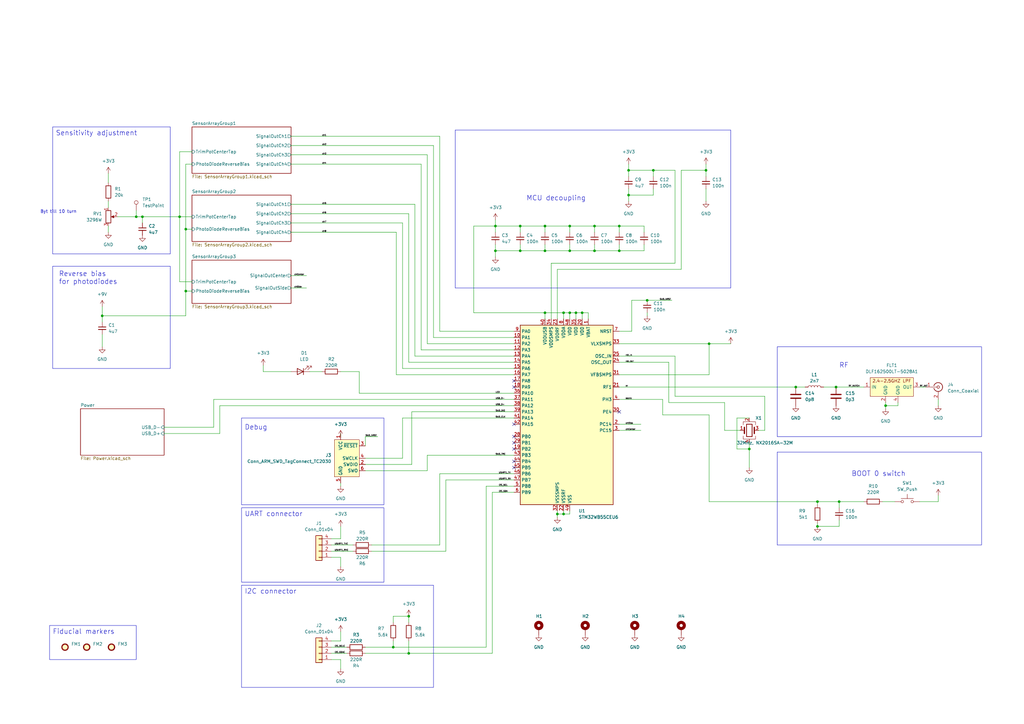
<source format=kicad_sch>
(kicad_sch (version 20230121) (generator eeschema)

  (uuid e65ca263-7357-4fa8-aaf0-4e1b74459457)

  (paper "A3")

  (title_block
    (title "ElectronicBLETarget")
    (date "2024-02-03")
    (rev "1")
  )

  (lib_symbols
    (symbol "Connector:Conn_ARM_SWD_TagConnect_TC2030" (in_bom no) (on_board yes)
      (property "Reference" "J" (at 2.54 11.43 0)
        (effects (font (size 1.27 1.27)))
      )
      (property "Value" "Conn_ARM_SWD_TagConnect_TC2030" (at 5.08 8.89 0)
        (effects (font (size 1.27 1.27)))
      )
      (property "Footprint" "Connector:Tag-Connect_TC2030-IDC-FP_2x03_P1.27mm_Vertical" (at 0 -17.78 0)
        (effects (font (size 1.27 1.27)) hide)
      )
      (property "Datasheet" "https://www.tag-connect.com/wp-content/uploads/bsk-pdf-manager/TC2030-CTX_1.pdf" (at 0 -15.24 0)
        (effects (font (size 1.27 1.27)) hide)
      )
      (property "ki_keywords" "Cortex Debug Connector ARM SWD JTAG" (at 0 0 0)
        (effects (font (size 1.27 1.27)) hide)
      )
      (property "ki_description" "Tag-Connect ARM Cortex SWD JTAG connector, 6 pin" (at 0 0 0)
        (effects (font (size 1.27 1.27)) hide)
      )
      (property "ki_fp_filters" "*TC2030*" (at 0 0 0)
        (effects (font (size 1.27 1.27)) hide)
      )
      (symbol "Conn_ARM_SWD_TagConnect_TC2030_0_0"
        (pin power_in line (at -2.54 10.16 270) (length 2.54)
          (name "VCC" (effects (font (size 1.27 1.27))))
          (number "1" (effects (font (size 1.27 1.27))))
        )
        (pin bidirectional line (at 7.62 -2.54 180) (length 2.54)
          (name "SWDIO" (effects (font (size 1.27 1.27))))
          (number "2" (effects (font (size 1.27 1.27))))
          (alternate "TMS" bidirectional line)
        )
        (pin open_collector line (at 7.62 5.08 180) (length 2.54)
          (name "~{RESET}" (effects (font (size 1.27 1.27))))
          (number "3" (effects (font (size 1.27 1.27))))
        )
        (pin output line (at 7.62 0 180) (length 2.54)
          (name "SWCLK" (effects (font (size 1.27 1.27))))
          (number "4" (effects (font (size 1.27 1.27))))
          (alternate "TCK" output line)
        )
        (pin power_in line (at -2.54 -10.16 90) (length 2.54)
          (name "GND" (effects (font (size 1.27 1.27))))
          (number "5" (effects (font (size 1.27 1.27))))
        )
        (pin input line (at 7.62 -5.08 180) (length 2.54)
          (name "SWO" (effects (font (size 1.27 1.27))))
          (number "6" (effects (font (size 1.27 1.27))))
          (alternate "TDO" input line)
        )
      )
      (symbol "Conn_ARM_SWD_TagConnect_TC2030_0_1"
        (rectangle (start -5.08 7.62) (end 5.08 -7.62)
          (stroke (width 0) (type default))
          (fill (type background))
        )
      )
    )
    (symbol "Connector:Conn_Coaxial" (pin_names (offset 1.016) hide) (in_bom yes) (on_board yes)
      (property "Reference" "J" (at 0.254 3.048 0)
        (effects (font (size 1.27 1.27)))
      )
      (property "Value" "Conn_Coaxial" (at 2.921 0 90)
        (effects (font (size 1.27 1.27)))
      )
      (property "Footprint" "" (at 0 0 0)
        (effects (font (size 1.27 1.27)) hide)
      )
      (property "Datasheet" " ~" (at 0 0 0)
        (effects (font (size 1.27 1.27)) hide)
      )
      (property "ki_keywords" "BNC SMA SMB SMC LEMO coaxial connector CINCH RCA" (at 0 0 0)
        (effects (font (size 1.27 1.27)) hide)
      )
      (property "ki_description" "coaxial connector (BNC, SMA, SMB, SMC, Cinch/RCA, LEMO, ...)" (at 0 0 0)
        (effects (font (size 1.27 1.27)) hide)
      )
      (property "ki_fp_filters" "*BNC* *SMA* *SMB* *SMC* *Cinch* *LEMO*" (at 0 0 0)
        (effects (font (size 1.27 1.27)) hide)
      )
      (symbol "Conn_Coaxial_0_1"
        (arc (start -1.778 -0.508) (mid 0.2311 -1.8066) (end 1.778 0)
          (stroke (width 0.254) (type default))
          (fill (type none))
        )
        (polyline
          (pts
            (xy -2.54 0)
            (xy -0.508 0)
          )
          (stroke (width 0) (type default))
          (fill (type none))
        )
        (polyline
          (pts
            (xy 0 -2.54)
            (xy 0 -1.778)
          )
          (stroke (width 0) (type default))
          (fill (type none))
        )
        (circle (center 0 0) (radius 0.508)
          (stroke (width 0.2032) (type default))
          (fill (type none))
        )
        (arc (start 1.778 0) (mid 0.2099 1.8101) (end -1.778 0.508)
          (stroke (width 0.254) (type default))
          (fill (type none))
        )
      )
      (symbol "Conn_Coaxial_1_1"
        (pin passive line (at -5.08 0 0) (length 2.54)
          (name "In" (effects (font (size 1.27 1.27))))
          (number "1" (effects (font (size 1.27 1.27))))
        )
        (pin passive line (at 0 -5.08 90) (length 2.54)
          (name "Ext" (effects (font (size 1.27 1.27))))
          (number "2" (effects (font (size 1.27 1.27))))
        )
      )
    )
    (symbol "Connector:TestPoint" (pin_numbers hide) (pin_names (offset 0.762) hide) (in_bom yes) (on_board yes)
      (property "Reference" "TP" (at 0 6.858 0)
        (effects (font (size 1.27 1.27)))
      )
      (property "Value" "TestPoint" (at 0 5.08 0)
        (effects (font (size 1.27 1.27)))
      )
      (property "Footprint" "" (at 5.08 0 0)
        (effects (font (size 1.27 1.27)) hide)
      )
      (property "Datasheet" "~" (at 5.08 0 0)
        (effects (font (size 1.27 1.27)) hide)
      )
      (property "ki_keywords" "test point tp" (at 0 0 0)
        (effects (font (size 1.27 1.27)) hide)
      )
      (property "ki_description" "test point" (at 0 0 0)
        (effects (font (size 1.27 1.27)) hide)
      )
      (property "ki_fp_filters" "Pin* Test*" (at 0 0 0)
        (effects (font (size 1.27 1.27)) hide)
      )
      (symbol "TestPoint_0_1"
        (circle (center 0 3.302) (radius 0.762)
          (stroke (width 0) (type default))
          (fill (type none))
        )
      )
      (symbol "TestPoint_1_1"
        (pin passive line (at 0 0 90) (length 2.54)
          (name "1" (effects (font (size 1.27 1.27))))
          (number "1" (effects (font (size 1.27 1.27))))
        )
      )
    )
    (symbol "Connector_Generic:Conn_01x04" (pin_names (offset 1.016) hide) (in_bom yes) (on_board yes)
      (property "Reference" "J" (at 0 5.08 0)
        (effects (font (size 1.27 1.27)))
      )
      (property "Value" "Conn_01x04" (at 0 -7.62 0)
        (effects (font (size 1.27 1.27)))
      )
      (property "Footprint" "" (at 0 0 0)
        (effects (font (size 1.27 1.27)) hide)
      )
      (property "Datasheet" "~" (at 0 0 0)
        (effects (font (size 1.27 1.27)) hide)
      )
      (property "ki_keywords" "connector" (at 0 0 0)
        (effects (font (size 1.27 1.27)) hide)
      )
      (property "ki_description" "Generic connector, single row, 01x04, script generated (kicad-library-utils/schlib/autogen/connector/)" (at 0 0 0)
        (effects (font (size 1.27 1.27)) hide)
      )
      (property "ki_fp_filters" "Connector*:*_1x??_*" (at 0 0 0)
        (effects (font (size 1.27 1.27)) hide)
      )
      (symbol "Conn_01x04_1_1"
        (rectangle (start -1.27 -4.953) (end 0 -5.207)
          (stroke (width 0.1524) (type default))
          (fill (type none))
        )
        (rectangle (start -1.27 -2.413) (end 0 -2.667)
          (stroke (width 0.1524) (type default))
          (fill (type none))
        )
        (rectangle (start -1.27 0.127) (end 0 -0.127)
          (stroke (width 0.1524) (type default))
          (fill (type none))
        )
        (rectangle (start -1.27 2.667) (end 0 2.413)
          (stroke (width 0.1524) (type default))
          (fill (type none))
        )
        (rectangle (start -1.27 3.81) (end 1.27 -6.35)
          (stroke (width 0.254) (type default))
          (fill (type background))
        )
        (pin passive line (at -5.08 2.54 0) (length 3.81)
          (name "Pin_1" (effects (font (size 1.27 1.27))))
          (number "1" (effects (font (size 1.27 1.27))))
        )
        (pin passive line (at -5.08 0 0) (length 3.81)
          (name "Pin_2" (effects (font (size 1.27 1.27))))
          (number "2" (effects (font (size 1.27 1.27))))
        )
        (pin passive line (at -5.08 -2.54 0) (length 3.81)
          (name "Pin_3" (effects (font (size 1.27 1.27))))
          (number "3" (effects (font (size 1.27 1.27))))
        )
        (pin passive line (at -5.08 -5.08 0) (length 3.81)
          (name "Pin_4" (effects (font (size 1.27 1.27))))
          (number "4" (effects (font (size 1.27 1.27))))
        )
      )
    )
    (symbol "Device:C" (pin_numbers hide) (pin_names (offset 0.254)) (in_bom yes) (on_board yes)
      (property "Reference" "C" (at 0.635 2.54 0)
        (effects (font (size 1.27 1.27)) (justify left))
      )
      (property "Value" "C" (at 0.635 -2.54 0)
        (effects (font (size 1.27 1.27)) (justify left))
      )
      (property "Footprint" "" (at 0.9652 -3.81 0)
        (effects (font (size 1.27 1.27)) hide)
      )
      (property "Datasheet" "~" (at 0 0 0)
        (effects (font (size 1.27 1.27)) hide)
      )
      (property "ki_keywords" "cap capacitor" (at 0 0 0)
        (effects (font (size 1.27 1.27)) hide)
      )
      (property "ki_description" "Unpolarized capacitor" (at 0 0 0)
        (effects (font (size 1.27 1.27)) hide)
      )
      (property "ki_fp_filters" "C_*" (at 0 0 0)
        (effects (font (size 1.27 1.27)) hide)
      )
      (symbol "C_0_1"
        (polyline
          (pts
            (xy -2.032 -0.762)
            (xy 2.032 -0.762)
          )
          (stroke (width 0.508) (type default))
          (fill (type none))
        )
        (polyline
          (pts
            (xy -2.032 0.762)
            (xy 2.032 0.762)
          )
          (stroke (width 0.508) (type default))
          (fill (type none))
        )
      )
      (symbol "C_1_1"
        (pin passive line (at 0 3.81 270) (length 2.794)
          (name "~" (effects (font (size 1.27 1.27))))
          (number "1" (effects (font (size 1.27 1.27))))
        )
        (pin passive line (at 0 -3.81 90) (length 2.794)
          (name "~" (effects (font (size 1.27 1.27))))
          (number "2" (effects (font (size 1.27 1.27))))
        )
      )
    )
    (symbol "Device:C_Small" (pin_numbers hide) (pin_names (offset 0.254) hide) (in_bom yes) (on_board yes)
      (property "Reference" "C" (at 0.254 1.778 0)
        (effects (font (size 1.27 1.27)) (justify left))
      )
      (property "Value" "C_Small" (at 0.254 -2.032 0)
        (effects (font (size 1.27 1.27)) (justify left))
      )
      (property "Footprint" "" (at 0 0 0)
        (effects (font (size 1.27 1.27)) hide)
      )
      (property "Datasheet" "~" (at 0 0 0)
        (effects (font (size 1.27 1.27)) hide)
      )
      (property "ki_keywords" "capacitor cap" (at 0 0 0)
        (effects (font (size 1.27 1.27)) hide)
      )
      (property "ki_description" "Unpolarized capacitor, small symbol" (at 0 0 0)
        (effects (font (size 1.27 1.27)) hide)
      )
      (property "ki_fp_filters" "C_*" (at 0 0 0)
        (effects (font (size 1.27 1.27)) hide)
      )
      (symbol "C_Small_0_1"
        (polyline
          (pts
            (xy -1.524 -0.508)
            (xy 1.524 -0.508)
          )
          (stroke (width 0.3302) (type default))
          (fill (type none))
        )
        (polyline
          (pts
            (xy -1.524 0.508)
            (xy 1.524 0.508)
          )
          (stroke (width 0.3048) (type default))
          (fill (type none))
        )
      )
      (symbol "C_Small_1_1"
        (pin passive line (at 0 2.54 270) (length 2.032)
          (name "~" (effects (font (size 1.27 1.27))))
          (number "1" (effects (font (size 1.27 1.27))))
        )
        (pin passive line (at 0 -2.54 90) (length 2.032)
          (name "~" (effects (font (size 1.27 1.27))))
          (number "2" (effects (font (size 1.27 1.27))))
        )
      )
    )
    (symbol "Device:Crystal_GND24" (pin_names (offset 1.016) hide) (in_bom yes) (on_board yes)
      (property "Reference" "Y" (at 3.175 5.08 0)
        (effects (font (size 1.27 1.27)) (justify left))
      )
      (property "Value" "Crystal_GND24" (at 3.175 3.175 0)
        (effects (font (size 1.27 1.27)) (justify left))
      )
      (property "Footprint" "" (at 0 0 0)
        (effects (font (size 1.27 1.27)) hide)
      )
      (property "Datasheet" "~" (at 0 0 0)
        (effects (font (size 1.27 1.27)) hide)
      )
      (property "ki_keywords" "quartz ceramic resonator oscillator" (at 0 0 0)
        (effects (font (size 1.27 1.27)) hide)
      )
      (property "ki_description" "Four pin crystal, GND on pins 2 and 4" (at 0 0 0)
        (effects (font (size 1.27 1.27)) hide)
      )
      (property "ki_fp_filters" "Crystal*" (at 0 0 0)
        (effects (font (size 1.27 1.27)) hide)
      )
      (symbol "Crystal_GND24_0_1"
        (rectangle (start -1.143 2.54) (end 1.143 -2.54)
          (stroke (width 0.3048) (type default))
          (fill (type none))
        )
        (polyline
          (pts
            (xy -2.54 0)
            (xy -2.032 0)
          )
          (stroke (width 0) (type default))
          (fill (type none))
        )
        (polyline
          (pts
            (xy -2.032 -1.27)
            (xy -2.032 1.27)
          )
          (stroke (width 0.508) (type default))
          (fill (type none))
        )
        (polyline
          (pts
            (xy 0 -3.81)
            (xy 0 -3.556)
          )
          (stroke (width 0) (type default))
          (fill (type none))
        )
        (polyline
          (pts
            (xy 0 3.556)
            (xy 0 3.81)
          )
          (stroke (width 0) (type default))
          (fill (type none))
        )
        (polyline
          (pts
            (xy 2.032 -1.27)
            (xy 2.032 1.27)
          )
          (stroke (width 0.508) (type default))
          (fill (type none))
        )
        (polyline
          (pts
            (xy 2.032 0)
            (xy 2.54 0)
          )
          (stroke (width 0) (type default))
          (fill (type none))
        )
        (polyline
          (pts
            (xy -2.54 -2.286)
            (xy -2.54 -3.556)
            (xy 2.54 -3.556)
            (xy 2.54 -2.286)
          )
          (stroke (width 0) (type default))
          (fill (type none))
        )
        (polyline
          (pts
            (xy -2.54 2.286)
            (xy -2.54 3.556)
            (xy 2.54 3.556)
            (xy 2.54 2.286)
          )
          (stroke (width 0) (type default))
          (fill (type none))
        )
      )
      (symbol "Crystal_GND24_1_1"
        (pin passive line (at -3.81 0 0) (length 1.27)
          (name "1" (effects (font (size 1.27 1.27))))
          (number "1" (effects (font (size 1.27 1.27))))
        )
        (pin passive line (at 0 5.08 270) (length 1.27)
          (name "2" (effects (font (size 1.27 1.27))))
          (number "2" (effects (font (size 1.27 1.27))))
        )
        (pin passive line (at 3.81 0 180) (length 1.27)
          (name "3" (effects (font (size 1.27 1.27))))
          (number "3" (effects (font (size 1.27 1.27))))
        )
        (pin passive line (at 0 -5.08 90) (length 1.27)
          (name "4" (effects (font (size 1.27 1.27))))
          (number "4" (effects (font (size 1.27 1.27))))
        )
      )
    )
    (symbol "Device:L" (pin_numbers hide) (pin_names (offset 1.016) hide) (in_bom yes) (on_board yes)
      (property "Reference" "L" (at -1.27 0 90)
        (effects (font (size 1.27 1.27)))
      )
      (property "Value" "L" (at 1.905 0 90)
        (effects (font (size 1.27 1.27)))
      )
      (property "Footprint" "" (at 0 0 0)
        (effects (font (size 1.27 1.27)) hide)
      )
      (property "Datasheet" "~" (at 0 0 0)
        (effects (font (size 1.27 1.27)) hide)
      )
      (property "ki_keywords" "inductor choke coil reactor magnetic" (at 0 0 0)
        (effects (font (size 1.27 1.27)) hide)
      )
      (property "ki_description" "Inductor" (at 0 0 0)
        (effects (font (size 1.27 1.27)) hide)
      )
      (property "ki_fp_filters" "Choke_* *Coil* Inductor_* L_*" (at 0 0 0)
        (effects (font (size 1.27 1.27)) hide)
      )
      (symbol "L_0_1"
        (arc (start 0 -2.54) (mid 0.6323 -1.905) (end 0 -1.27)
          (stroke (width 0) (type default))
          (fill (type none))
        )
        (arc (start 0 -1.27) (mid 0.6323 -0.635) (end 0 0)
          (stroke (width 0) (type default))
          (fill (type none))
        )
        (arc (start 0 0) (mid 0.6323 0.635) (end 0 1.27)
          (stroke (width 0) (type default))
          (fill (type none))
        )
        (arc (start 0 1.27) (mid 0.6323 1.905) (end 0 2.54)
          (stroke (width 0) (type default))
          (fill (type none))
        )
      )
      (symbol "L_1_1"
        (pin passive line (at 0 3.81 270) (length 1.27)
          (name "1" (effects (font (size 1.27 1.27))))
          (number "1" (effects (font (size 1.27 1.27))))
        )
        (pin passive line (at 0 -3.81 90) (length 1.27)
          (name "2" (effects (font (size 1.27 1.27))))
          (number "2" (effects (font (size 1.27 1.27))))
        )
      )
    )
    (symbol "Device:LED" (pin_numbers hide) (pin_names (offset 1.016) hide) (in_bom yes) (on_board yes)
      (property "Reference" "D" (at 0 2.54 0)
        (effects (font (size 1.27 1.27)))
      )
      (property "Value" "LED" (at 0 -2.54 0)
        (effects (font (size 1.27 1.27)))
      )
      (property "Footprint" "" (at 0 0 0)
        (effects (font (size 1.27 1.27)) hide)
      )
      (property "Datasheet" "~" (at 0 0 0)
        (effects (font (size 1.27 1.27)) hide)
      )
      (property "ki_keywords" "LED diode" (at 0 0 0)
        (effects (font (size 1.27 1.27)) hide)
      )
      (property "ki_description" "Light emitting diode" (at 0 0 0)
        (effects (font (size 1.27 1.27)) hide)
      )
      (property "ki_fp_filters" "LED* LED_SMD:* LED_THT:*" (at 0 0 0)
        (effects (font (size 1.27 1.27)) hide)
      )
      (symbol "LED_0_1"
        (polyline
          (pts
            (xy -1.27 -1.27)
            (xy -1.27 1.27)
          )
          (stroke (width 0.254) (type default))
          (fill (type none))
        )
        (polyline
          (pts
            (xy -1.27 0)
            (xy 1.27 0)
          )
          (stroke (width 0) (type default))
          (fill (type none))
        )
        (polyline
          (pts
            (xy 1.27 -1.27)
            (xy 1.27 1.27)
            (xy -1.27 0)
            (xy 1.27 -1.27)
          )
          (stroke (width 0.254) (type default))
          (fill (type none))
        )
        (polyline
          (pts
            (xy -3.048 -0.762)
            (xy -4.572 -2.286)
            (xy -3.81 -2.286)
            (xy -4.572 -2.286)
            (xy -4.572 -1.524)
          )
          (stroke (width 0) (type default))
          (fill (type none))
        )
        (polyline
          (pts
            (xy -1.778 -0.762)
            (xy -3.302 -2.286)
            (xy -2.54 -2.286)
            (xy -3.302 -2.286)
            (xy -3.302 -1.524)
          )
          (stroke (width 0) (type default))
          (fill (type none))
        )
      )
      (symbol "LED_1_1"
        (pin passive line (at -3.81 0 0) (length 2.54)
          (name "K" (effects (font (size 1.27 1.27))))
          (number "1" (effects (font (size 1.27 1.27))))
        )
        (pin passive line (at 3.81 0 180) (length 2.54)
          (name "A" (effects (font (size 1.27 1.27))))
          (number "2" (effects (font (size 1.27 1.27))))
        )
      )
    )
    (symbol "Device:R" (pin_numbers hide) (pin_names (offset 0)) (in_bom yes) (on_board yes)
      (property "Reference" "R" (at 2.032 0 90)
        (effects (font (size 1.27 1.27)))
      )
      (property "Value" "R" (at 0 0 90)
        (effects (font (size 1.27 1.27)))
      )
      (property "Footprint" "" (at -1.778 0 90)
        (effects (font (size 1.27 1.27)) hide)
      )
      (property "Datasheet" "~" (at 0 0 0)
        (effects (font (size 1.27 1.27)) hide)
      )
      (property "ki_keywords" "R res resistor" (at 0 0 0)
        (effects (font (size 1.27 1.27)) hide)
      )
      (property "ki_description" "Resistor" (at 0 0 0)
        (effects (font (size 1.27 1.27)) hide)
      )
      (property "ki_fp_filters" "R_*" (at 0 0 0)
        (effects (font (size 1.27 1.27)) hide)
      )
      (symbol "R_0_1"
        (rectangle (start -1.016 -2.54) (end 1.016 2.54)
          (stroke (width 0.254) (type default))
          (fill (type none))
        )
      )
      (symbol "R_1_1"
        (pin passive line (at 0 3.81 270) (length 1.27)
          (name "~" (effects (font (size 1.27 1.27))))
          (number "1" (effects (font (size 1.27 1.27))))
        )
        (pin passive line (at 0 -3.81 90) (length 1.27)
          (name "~" (effects (font (size 1.27 1.27))))
          (number "2" (effects (font (size 1.27 1.27))))
        )
      )
    )
    (symbol "Device:R_Potentiometer" (pin_names (offset 1.016) hide) (in_bom yes) (on_board yes)
      (property "Reference" "RV" (at -4.445 0 90)
        (effects (font (size 1.27 1.27)))
      )
      (property "Value" "R_Potentiometer" (at -2.54 0 90)
        (effects (font (size 1.27 1.27)))
      )
      (property "Footprint" "" (at 0 0 0)
        (effects (font (size 1.27 1.27)) hide)
      )
      (property "Datasheet" "~" (at 0 0 0)
        (effects (font (size 1.27 1.27)) hide)
      )
      (property "ki_keywords" "resistor variable" (at 0 0 0)
        (effects (font (size 1.27 1.27)) hide)
      )
      (property "ki_description" "Potentiometer" (at 0 0 0)
        (effects (font (size 1.27 1.27)) hide)
      )
      (property "ki_fp_filters" "Potentiometer*" (at 0 0 0)
        (effects (font (size 1.27 1.27)) hide)
      )
      (symbol "R_Potentiometer_0_1"
        (polyline
          (pts
            (xy 2.54 0)
            (xy 1.524 0)
          )
          (stroke (width 0) (type default))
          (fill (type none))
        )
        (polyline
          (pts
            (xy 1.143 0)
            (xy 2.286 0.508)
            (xy 2.286 -0.508)
            (xy 1.143 0)
          )
          (stroke (width 0) (type default))
          (fill (type outline))
        )
        (rectangle (start 1.016 2.54) (end -1.016 -2.54)
          (stroke (width 0.254) (type default))
          (fill (type none))
        )
      )
      (symbol "R_Potentiometer_1_1"
        (pin passive line (at 0 3.81 270) (length 1.27)
          (name "1" (effects (font (size 1.27 1.27))))
          (number "1" (effects (font (size 1.27 1.27))))
        )
        (pin passive line (at 3.81 0 180) (length 1.27)
          (name "2" (effects (font (size 1.27 1.27))))
          (number "2" (effects (font (size 1.27 1.27))))
        )
        (pin passive line (at 0 -3.81 90) (length 1.27)
          (name "3" (effects (font (size 1.27 1.27))))
          (number "3" (effects (font (size 1.27 1.27))))
        )
      )
    )
    (symbol "ElectronicBLETarget_SchematicSymbols:DLF162500LT-5028A1" (in_bom yes) (on_board yes)
      (property "Reference" "FLT" (at 0 5.08 0)
        (effects (font (size 1.27 1.27)))
      )
      (property "Value" "DLF162500LT-5028A1" (at 13.97 -5.08 0)
        (effects (font (size 1.27 1.27)))
      )
      (property "Footprint" "ElectronicBLETarget_PCBFootprints:DLF162500LT-5028A1" (at 0 0 0)
        (effects (font (size 1.27 1.27)) hide)
      )
      (property "Datasheet" "" (at 0 0 0)
        (effects (font (size 1.27 1.27)) hide)
      )
      (symbol "DLF162500LT-5028A1_0_0"
        (pin passive line (at -11.43 0 0) (length 2.54)
          (name "IN" (effects (font (size 1.27 1.27))))
          (number "1" (effects (font (size 1.27 1.27))))
        )
        (pin passive line (at -2.54 -6.35 90) (length 2.54)
          (name "GND" (effects (font (size 1.27 1.27))))
          (number "2" (effects (font (size 1.27 1.27))))
        )
        (pin passive line (at 11.43 0 180) (length 2.54)
          (name "OUT" (effects (font (size 1.27 1.27))))
          (number "3" (effects (font (size 1.27 1.27))))
        )
        (pin passive line (at 2.54 -6.35 90) (length 2.54)
          (name "GND" (effects (font (size 1.27 1.27))))
          (number "4" (effects (font (size 1.27 1.27))))
        )
      )
      (symbol "DLF162500LT-5028A1_1_1"
        (rectangle (start -8.89 3.81) (end 8.89 -3.81)
          (stroke (width 0) (type default))
          (fill (type background))
        )
        (text "2.4-2.5GHZ LPF" (at 0 2.54 0)
          (effects (font (size 1.27 1.27)))
        )
      )
    )
    (symbol "MCU_ST_STM32WB:STM32WB55CEUx" (in_bom yes) (on_board yes)
      (property "Reference" "U" (at -17.78 39.37 0)
        (effects (font (size 1.27 1.27)) (justify left))
      )
      (property "Value" "STM32WB55CEUx" (at 12.7 39.37 0)
        (effects (font (size 1.27 1.27)) (justify left))
      )
      (property "Footprint" "Package_DFN_QFN:QFN-48-1EP_7x7mm_P0.5mm_EP5.6x5.6mm" (at -17.78 -35.56 0)
        (effects (font (size 1.27 1.27)) (justify right) hide)
      )
      (property "Datasheet" "https://www.st.com/resource/en/datasheet/stm32wb55ce.pdf" (at 0 0 0)
        (effects (font (size 1.27 1.27)) hide)
      )
      (property "ki_locked" "" (at 0 0 0)
        (effects (font (size 1.27 1.27)))
      )
      (property "ki_keywords" "Arm Cortex-M4 STM32WB STM32WBx5" (at 0 0 0)
        (effects (font (size 1.27 1.27)) hide)
      )
      (property "ki_description" "STMicroelectronics Arm Cortex-M4 MCU, 512KB flash, 256KB RAM, 64 MHz, 1.71-3.6V, 30 GPIO, UFQFPN48" (at 0 0 0)
        (effects (font (size 1.27 1.27)) hide)
      )
      (property "ki_fp_filters" "QFN*1EP*7x7mm*P0.5mm*" (at 0 0 0)
        (effects (font (size 1.27 1.27)) hide)
      )
      (symbol "STM32WB55CEUx_0_1"
        (rectangle (start -17.78 -35.56) (end 20.32 38.1)
          (stroke (width 0.254) (type default))
          (fill (type background))
        )
      )
      (symbol "STM32WB55CEUx_1_1"
        (pin power_in line (at -7.62 40.64 270) (length 2.54)
          (name "VBAT" (effects (font (size 1.27 1.27))))
          (number "1" (effects (font (size 1.27 1.27))))
        )
        (pin bidirectional line (at 22.86 33.02 180) (length 2.54)
          (name "PA1" (effects (font (size 1.27 1.27))))
          (number "10" (effects (font (size 1.27 1.27))))
          (alternate "ADC1_IN6" bidirectional line)
          (alternate "COMP1_INP" bidirectional line)
          (alternate "I2C1_SMBA" bidirectional line)
          (alternate "LCD_SEG0" bidirectional line)
          (alternate "SPI1_SCK" bidirectional line)
          (alternate "TIM2_CH2" bidirectional line)
        )
        (pin bidirectional line (at 22.86 30.48 180) (length 2.54)
          (name "PA2" (effects (font (size 1.27 1.27))))
          (number "11" (effects (font (size 1.27 1.27))))
          (alternate "ADC1_IN7" bidirectional line)
          (alternate "COMP2_INM" bidirectional line)
          (alternate "COMP2_OUT" bidirectional line)
          (alternate "LCD_SEG1" bidirectional line)
          (alternate "LPUART1_TX" bidirectional line)
          (alternate "QUADSPI_BK1_NCS" bidirectional line)
          (alternate "RCC_LSCO" bidirectional line)
          (alternate "SYS_WKUP4" bidirectional line)
          (alternate "TIM2_CH3" bidirectional line)
        )
        (pin bidirectional line (at 22.86 27.94 180) (length 2.54)
          (name "PA3" (effects (font (size 1.27 1.27))))
          (number "12" (effects (font (size 1.27 1.27))))
          (alternate "ADC1_IN8" bidirectional line)
          (alternate "COMP2_INP" bidirectional line)
          (alternate "LCD_SEG2" bidirectional line)
          (alternate "LPUART1_RX" bidirectional line)
          (alternate "QUADSPI_CLK" bidirectional line)
          (alternate "SAI1_CK1" bidirectional line)
          (alternate "SAI1_MCLK_A" bidirectional line)
          (alternate "TIM2_CH4" bidirectional line)
        )
        (pin bidirectional line (at 22.86 25.4 180) (length 2.54)
          (name "PA4" (effects (font (size 1.27 1.27))))
          (number "13" (effects (font (size 1.27 1.27))))
          (alternate "ADC1_IN9" bidirectional line)
          (alternate "COMP1_INM" bidirectional line)
          (alternate "COMP2_INM" bidirectional line)
          (alternate "LCD_SEG5" bidirectional line)
          (alternate "LPTIM2_OUT" bidirectional line)
          (alternate "SAI1_FS_B" bidirectional line)
          (alternate "SPI1_NSS" bidirectional line)
        )
        (pin bidirectional line (at 22.86 22.86 180) (length 2.54)
          (name "PA5" (effects (font (size 1.27 1.27))))
          (number "14" (effects (font (size 1.27 1.27))))
          (alternate "ADC1_IN10" bidirectional line)
          (alternate "COMP1_INM" bidirectional line)
          (alternate "COMP2_INM" bidirectional line)
          (alternate "LPTIM2_ETR" bidirectional line)
          (alternate "SAI1_SD_B" bidirectional line)
          (alternate "SPI1_SCK" bidirectional line)
          (alternate "TIM2_CH1" bidirectional line)
          (alternate "TIM2_ETR" bidirectional line)
        )
        (pin bidirectional line (at 22.86 20.32 180) (length 2.54)
          (name "PA6" (effects (font (size 1.27 1.27))))
          (number "15" (effects (font (size 1.27 1.27))))
          (alternate "ADC1_IN11" bidirectional line)
          (alternate "LCD_SEG3" bidirectional line)
          (alternate "LPUART1_CTS" bidirectional line)
          (alternate "QUADSPI_BK1_IO3" bidirectional line)
          (alternate "SPI1_MISO" bidirectional line)
          (alternate "TIM16_CH1" bidirectional line)
          (alternate "TIM1_BKIN" bidirectional line)
        )
        (pin bidirectional line (at 22.86 17.78 180) (length 2.54)
          (name "PA7" (effects (font (size 1.27 1.27))))
          (number "16" (effects (font (size 1.27 1.27))))
          (alternate "ADC1_IN12" bidirectional line)
          (alternate "COMP2_OUT" bidirectional line)
          (alternate "I2C3_SCL" bidirectional line)
          (alternate "LCD_SEG4" bidirectional line)
          (alternate "QUADSPI_BK1_IO2" bidirectional line)
          (alternate "SPI1_MOSI" bidirectional line)
          (alternate "TIM17_CH1" bidirectional line)
          (alternate "TIM1_CH1N" bidirectional line)
        )
        (pin bidirectional line (at 22.86 15.24 180) (length 2.54)
          (name "PA8" (effects (font (size 1.27 1.27))))
          (number "17" (effects (font (size 1.27 1.27))))
          (alternate "ADC1_IN15" bidirectional line)
          (alternate "LCD_COM0" bidirectional line)
          (alternate "LPTIM2_OUT" bidirectional line)
          (alternate "RCC_MCO" bidirectional line)
          (alternate "SAI1_CK2" bidirectional line)
          (alternate "SAI1_SCK_A" bidirectional line)
          (alternate "TIM1_CH1" bidirectional line)
          (alternate "USART1_CK" bidirectional line)
        )
        (pin bidirectional line (at 22.86 12.7 180) (length 2.54)
          (name "PA9" (effects (font (size 1.27 1.27))))
          (number "18" (effects (font (size 1.27 1.27))))
          (alternate "ADC1_IN16" bidirectional line)
          (alternate "COMP1_INM" bidirectional line)
          (alternate "I2C1_SCL" bidirectional line)
          (alternate "LCD_COM1" bidirectional line)
          (alternate "SAI1_D2" bidirectional line)
          (alternate "SAI1_FS_A" bidirectional line)
          (alternate "TIM1_CH2" bidirectional line)
          (alternate "USART1_TX" bidirectional line)
        )
        (pin bidirectional line (at 22.86 -12.7 180) (length 2.54)
          (name "PB2" (effects (font (size 1.27 1.27))))
          (number "19" (effects (font (size 1.27 1.27))))
          (alternate "COMP1_INP" bidirectional line)
          (alternate "I2C3_SMBA" bidirectional line)
          (alternate "LCD_VLCD" bidirectional line)
          (alternate "LPTIM1_OUT" bidirectional line)
          (alternate "RTC_OUT2" bidirectional line)
          (alternate "SAI1_EXTCLK" bidirectional line)
          (alternate "SPI1_NSS" bidirectional line)
        )
        (pin bidirectional line (at -20.32 -2.54 0) (length 2.54)
          (name "PC14" (effects (font (size 1.27 1.27))))
          (number "2" (effects (font (size 1.27 1.27))))
          (alternate "RCC_OSC32_IN" bidirectional line)
        )
        (pin power_in line (at -5.08 40.64 270) (length 2.54)
          (name "VDD" (effects (font (size 1.27 1.27))))
          (number "20" (effects (font (size 1.27 1.27))))
        )
        (pin bidirectional line (at -20.32 12.7 0) (length 2.54)
          (name "RF1" (effects (font (size 1.27 1.27))))
          (number "21" (effects (font (size 1.27 1.27))))
          (alternate "RF_RF1" bidirectional line)
        )
        (pin power_in line (at 2.54 -38.1 90) (length 2.54)
          (name "VSSRF" (effects (font (size 1.27 1.27))))
          (number "22" (effects (font (size 1.27 1.27))))
        )
        (pin power_in line (at 5.08 40.64 270) (length 2.54)
          (name "VDDRF" (effects (font (size 1.27 1.27))))
          (number "23" (effects (font (size 1.27 1.27))))
        )
        (pin input line (at -20.32 22.86 0) (length 2.54)
          (name "OSC_OUT" (effects (font (size 1.27 1.27))))
          (number "24" (effects (font (size 1.27 1.27))))
          (alternate "RCC_OSC_OUT" bidirectional line)
        )
        (pin input line (at -20.32 25.4 0) (length 2.54)
          (name "OSC_IN" (effects (font (size 1.27 1.27))))
          (number "25" (effects (font (size 1.27 1.27))))
          (alternate "RCC_OSC_IN" bidirectional line)
        )
        (pin no_connect line (at -17.78 -35.56 0) (length 2.54) hide
          (name "AT0" (effects (font (size 1.27 1.27))))
          (number "26" (effects (font (size 1.27 1.27))))
        )
        (pin no_connect line (at -17.78 -33.02 0) (length 2.54) hide
          (name "AT1" (effects (font (size 1.27 1.27))))
          (number "27" (effects (font (size 1.27 1.27))))
        )
        (pin bidirectional line (at 22.86 -7.62 180) (length 2.54)
          (name "PB0" (effects (font (size 1.27 1.27))))
          (number "28" (effects (font (size 1.27 1.27))))
          (alternate "COMP1_OUT" bidirectional line)
          (alternate "RF_TX_MOD_EXT_PA" bidirectional line)
        )
        (pin bidirectional line (at 22.86 -10.16 180) (length 2.54)
          (name "PB1" (effects (font (size 1.27 1.27))))
          (number "29" (effects (font (size 1.27 1.27))))
          (alternate "LPTIM2_IN1" bidirectional line)
          (alternate "LPUART1_DE" bidirectional line)
          (alternate "LPUART1_RTS" bidirectional line)
        )
        (pin bidirectional line (at -20.32 -5.08 0) (length 2.54)
          (name "PC15" (effects (font (size 1.27 1.27))))
          (number "3" (effects (font (size 1.27 1.27))))
          (alternate "ADC1_EXTI15" bidirectional line)
          (alternate "RCC_OSC32_OUT" bidirectional line)
        )
        (pin bidirectional line (at -20.32 2.54 0) (length 2.54)
          (name "PE4" (effects (font (size 1.27 1.27))))
          (number "30" (effects (font (size 1.27 1.27))))
        )
        (pin input line (at -20.32 17.78 0) (length 2.54)
          (name "VFBSMPS" (effects (font (size 1.27 1.27))))
          (number "31" (effects (font (size 1.27 1.27))))
        )
        (pin power_in line (at 5.08 -38.1 90) (length 2.54)
          (name "VSSSMPS" (effects (font (size 1.27 1.27))))
          (number "32" (effects (font (size 1.27 1.27))))
        )
        (pin power_in line (at -20.32 30.48 0) (length 2.54)
          (name "VLXSMPS" (effects (font (size 1.27 1.27))))
          (number "33" (effects (font (size 1.27 1.27))))
        )
        (pin power_in line (at 7.62 40.64 270) (length 2.54)
          (name "VDDSMPS" (effects (font (size 1.27 1.27))))
          (number "34" (effects (font (size 1.27 1.27))))
        )
        (pin power_in line (at -2.54 40.64 270) (length 2.54)
          (name "VDD" (effects (font (size 1.27 1.27))))
          (number "35" (effects (font (size 1.27 1.27))))
        )
        (pin bidirectional line (at 22.86 10.16 180) (length 2.54)
          (name "PA10" (effects (font (size 1.27 1.27))))
          (number "36" (effects (font (size 1.27 1.27))))
          (alternate "CRS_SYNC" bidirectional line)
          (alternate "I2C1_SDA" bidirectional line)
          (alternate "LCD_COM2" bidirectional line)
          (alternate "SAI1_D1" bidirectional line)
          (alternate "SAI1_SD_A" bidirectional line)
          (alternate "TIM17_BKIN" bidirectional line)
          (alternate "TIM1_CH3" bidirectional line)
          (alternate "USART1_RX" bidirectional line)
        )
        (pin bidirectional line (at 22.86 7.62 180) (length 2.54)
          (name "PA11" (effects (font (size 1.27 1.27))))
          (number "37" (effects (font (size 1.27 1.27))))
          (alternate "ADC1_EXTI11" bidirectional line)
          (alternate "SPI1_MISO" bidirectional line)
          (alternate "TIM1_BKIN2" bidirectional line)
          (alternate "TIM1_CH4" bidirectional line)
          (alternate "USART1_CTS" bidirectional line)
          (alternate "USART1_NSS" bidirectional line)
          (alternate "USB_DM" bidirectional line)
        )
        (pin bidirectional line (at 22.86 5.08 180) (length 2.54)
          (name "PA12" (effects (font (size 1.27 1.27))))
          (number "38" (effects (font (size 1.27 1.27))))
          (alternate "LPUART1_RX" bidirectional line)
          (alternate "SPI1_MOSI" bidirectional line)
          (alternate "TIM1_ETR" bidirectional line)
          (alternate "USART1_DE" bidirectional line)
          (alternate "USART1_RTS" bidirectional line)
          (alternate "USB_DP" bidirectional line)
        )
        (pin bidirectional line (at 22.86 2.54 180) (length 2.54)
          (name "PA13" (effects (font (size 1.27 1.27))))
          (number "39" (effects (font (size 1.27 1.27))))
          (alternate "IR_OUT" bidirectional line)
          (alternate "SAI1_SD_B" bidirectional line)
          (alternate "SYS_JTMS-SWDIO" bidirectional line)
          (alternate "USB_NOE" bidirectional line)
        )
        (pin bidirectional line (at -20.32 7.62 0) (length 2.54)
          (name "PH3" (effects (font (size 1.27 1.27))))
          (number "4" (effects (font (size 1.27 1.27))))
          (alternate "RCC_LSCO" bidirectional line)
        )
        (pin power_in line (at 10.16 40.64 270) (length 2.54)
          (name "VDDUSB" (effects (font (size 1.27 1.27))))
          (number "40" (effects (font (size 1.27 1.27))))
        )
        (pin bidirectional line (at 22.86 0 180) (length 2.54)
          (name "PA14" (effects (font (size 1.27 1.27))))
          (number "41" (effects (font (size 1.27 1.27))))
          (alternate "I2C1_SMBA" bidirectional line)
          (alternate "LCD_SEG5" bidirectional line)
          (alternate "LPTIM1_OUT" bidirectional line)
          (alternate "SAI1_FS_B" bidirectional line)
          (alternate "SYS_JTCK-SWCLK" bidirectional line)
        )
        (pin bidirectional line (at 22.86 -2.54 180) (length 2.54)
          (name "PA15" (effects (font (size 1.27 1.27))))
          (number "42" (effects (font (size 1.27 1.27))))
          (alternate "ADC1_EXTI15" bidirectional line)
          (alternate "LCD_SEG17" bidirectional line)
          (alternate "RCC_MCO" bidirectional line)
          (alternate "SPI1_NSS" bidirectional line)
          (alternate "SYS_JTDI" bidirectional line)
          (alternate "TIM2_CH1" bidirectional line)
          (alternate "TIM2_ETR" bidirectional line)
        )
        (pin bidirectional line (at 22.86 -15.24 180) (length 2.54)
          (name "PB3" (effects (font (size 1.27 1.27))))
          (number "43" (effects (font (size 1.27 1.27))))
          (alternate "COMP2_INM" bidirectional line)
          (alternate "LCD_SEG7" bidirectional line)
          (alternate "SAI1_SCK_B" bidirectional line)
          (alternate "SPI1_SCK" bidirectional line)
          (alternate "SYS_JTDO-SWO" bidirectional line)
          (alternate "TIM2_CH2" bidirectional line)
          (alternate "USART1_DE" bidirectional line)
          (alternate "USART1_RTS" bidirectional line)
        )
        (pin bidirectional line (at 22.86 -17.78 180) (length 2.54)
          (name "PB4" (effects (font (size 1.27 1.27))))
          (number "44" (effects (font (size 1.27 1.27))))
          (alternate "COMP2_INP" bidirectional line)
          (alternate "I2C3_SDA" bidirectional line)
          (alternate "LCD_SEG8" bidirectional line)
          (alternate "SAI1_MCLK_B" bidirectional line)
          (alternate "SPI1_MISO" bidirectional line)
          (alternate "SYS_JTRST" bidirectional line)
          (alternate "TIM17_BKIN" bidirectional line)
          (alternate "USART1_CTS" bidirectional line)
          (alternate "USART1_NSS" bidirectional line)
        )
        (pin bidirectional line (at 22.86 -20.32 180) (length 2.54)
          (name "PB5" (effects (font (size 1.27 1.27))))
          (number "45" (effects (font (size 1.27 1.27))))
          (alternate "COMP2_OUT" bidirectional line)
          (alternate "I2C1_SMBA" bidirectional line)
          (alternate "LCD_SEG9" bidirectional line)
          (alternate "LPTIM1_IN1" bidirectional line)
          (alternate "LPUART1_TX" bidirectional line)
          (alternate "SAI1_SD_B" bidirectional line)
          (alternate "SPI1_MOSI" bidirectional line)
          (alternate "TIM16_BKIN" bidirectional line)
          (alternate "USART1_CK" bidirectional line)
        )
        (pin bidirectional line (at 22.86 -22.86 180) (length 2.54)
          (name "PB6" (effects (font (size 1.27 1.27))))
          (number "46" (effects (font (size 1.27 1.27))))
          (alternate "COMP2_INP" bidirectional line)
          (alternate "I2C1_SCL" bidirectional line)
          (alternate "LCD_SEG6" bidirectional line)
          (alternate "LPTIM1_ETR" bidirectional line)
          (alternate "RCC_MCO" bidirectional line)
          (alternate "SAI1_FS_B" bidirectional line)
          (alternate "TIM16_CH1N" bidirectional line)
          (alternate "USART1_TX" bidirectional line)
        )
        (pin bidirectional line (at 22.86 -25.4 180) (length 2.54)
          (name "PB7" (effects (font (size 1.27 1.27))))
          (number "47" (effects (font (size 1.27 1.27))))
          (alternate "COMP2_INM" bidirectional line)
          (alternate "I2C1_SDA" bidirectional line)
          (alternate "LCD_SEG21" bidirectional line)
          (alternate "LPTIM1_IN2" bidirectional line)
          (alternate "SYS_PVD_IN" bidirectional line)
          (alternate "TIM17_CH1N" bidirectional line)
          (alternate "TIM1_BKIN" bidirectional line)
          (alternate "USART1_RX" bidirectional line)
        )
        (pin power_in line (at 0 40.64 270) (length 2.54)
          (name "VDD" (effects (font (size 1.27 1.27))))
          (number "48" (effects (font (size 1.27 1.27))))
        )
        (pin power_in line (at 0 -38.1 90) (length 2.54)
          (name "VSS" (effects (font (size 1.27 1.27))))
          (number "49" (effects (font (size 1.27 1.27))))
        )
        (pin bidirectional line (at 22.86 -27.94 180) (length 2.54)
          (name "PB8" (effects (font (size 1.27 1.27))))
          (number "5" (effects (font (size 1.27 1.27))))
          (alternate "I2C1_SCL" bidirectional line)
          (alternate "LCD_SEG16" bidirectional line)
          (alternate "QUADSPI_BK1_IO1" bidirectional line)
          (alternate "SAI1_CK1" bidirectional line)
          (alternate "SAI1_MCLK_A" bidirectional line)
          (alternate "TIM16_CH1" bidirectional line)
          (alternate "TIM1_CH2N" bidirectional line)
        )
        (pin bidirectional line (at 22.86 -30.48 180) (length 2.54)
          (name "PB9" (effects (font (size 1.27 1.27))))
          (number "6" (effects (font (size 1.27 1.27))))
          (alternate "I2C1_SDA" bidirectional line)
          (alternate "IR_OUT" bidirectional line)
          (alternate "LCD_COM3" bidirectional line)
          (alternate "QUADSPI_BK1_IO0" bidirectional line)
          (alternate "SAI1_D2" bidirectional line)
          (alternate "SAI1_FS_A" bidirectional line)
          (alternate "TIM17_CH1" bidirectional line)
          (alternate "TIM1_CH3N" bidirectional line)
        )
        (pin input line (at -20.32 35.56 0) (length 2.54)
          (name "NRST" (effects (font (size 1.27 1.27))))
          (number "7" (effects (font (size 1.27 1.27))))
        )
        (pin power_in line (at 2.54 40.64 270) (length 2.54)
          (name "VDDA" (effects (font (size 1.27 1.27))))
          (number "8" (effects (font (size 1.27 1.27))))
        )
        (pin bidirectional line (at 22.86 35.56 180) (length 2.54)
          (name "PA0" (effects (font (size 1.27 1.27))))
          (number "9" (effects (font (size 1.27 1.27))))
          (alternate "ADC1_IN5" bidirectional line)
          (alternate "COMP1_INM" bidirectional line)
          (alternate "COMP1_OUT" bidirectional line)
          (alternate "RTC_TAMP2" bidirectional line)
          (alternate "SAI1_EXTCLK" bidirectional line)
          (alternate "SYS_WKUP1" bidirectional line)
          (alternate "TIM2_CH1" bidirectional line)
          (alternate "TIM2_ETR" bidirectional line)
        )
      )
    )
    (symbol "Mechanical:Fiducial" (in_bom yes) (on_board yes)
      (property "Reference" "FID" (at 0 5.08 0)
        (effects (font (size 1.27 1.27)))
      )
      (property "Value" "Fiducial" (at 0 3.175 0)
        (effects (font (size 1.27 1.27)))
      )
      (property "Footprint" "" (at 0 0 0)
        (effects (font (size 1.27 1.27)) hide)
      )
      (property "Datasheet" "~" (at 0 0 0)
        (effects (font (size 1.27 1.27)) hide)
      )
      (property "ki_keywords" "fiducial marker" (at 0 0 0)
        (effects (font (size 1.27 1.27)) hide)
      )
      (property "ki_description" "Fiducial Marker" (at 0 0 0)
        (effects (font (size 1.27 1.27)) hide)
      )
      (property "ki_fp_filters" "Fiducial*" (at 0 0 0)
        (effects (font (size 1.27 1.27)) hide)
      )
      (symbol "Fiducial_0_1"
        (circle (center 0 0) (radius 1.27)
          (stroke (width 0.508) (type default))
          (fill (type background))
        )
      )
    )
    (symbol "Mechanical:MountingHole_Pad" (pin_numbers hide) (pin_names (offset 1.016) hide) (in_bom yes) (on_board yes)
      (property "Reference" "H" (at 0 6.35 0)
        (effects (font (size 1.27 1.27)))
      )
      (property "Value" "MountingHole_Pad" (at 0 4.445 0)
        (effects (font (size 1.27 1.27)))
      )
      (property "Footprint" "" (at 0 0 0)
        (effects (font (size 1.27 1.27)) hide)
      )
      (property "Datasheet" "~" (at 0 0 0)
        (effects (font (size 1.27 1.27)) hide)
      )
      (property "ki_keywords" "mounting hole" (at 0 0 0)
        (effects (font (size 1.27 1.27)) hide)
      )
      (property "ki_description" "Mounting Hole with connection" (at 0 0 0)
        (effects (font (size 1.27 1.27)) hide)
      )
      (property "ki_fp_filters" "MountingHole*Pad*" (at 0 0 0)
        (effects (font (size 1.27 1.27)) hide)
      )
      (symbol "MountingHole_Pad_0_1"
        (circle (center 0 1.27) (radius 1.27)
          (stroke (width 1.27) (type default))
          (fill (type none))
        )
      )
      (symbol "MountingHole_Pad_1_1"
        (pin input line (at 0 -2.54 90) (length 2.54)
          (name "1" (effects (font (size 1.27 1.27))))
          (number "1" (effects (font (size 1.27 1.27))))
        )
      )
    )
    (symbol "Switch:SW_Push" (pin_numbers hide) (pin_names (offset 1.016) hide) (in_bom yes) (on_board yes)
      (property "Reference" "SW" (at 1.27 2.54 0)
        (effects (font (size 1.27 1.27)) (justify left))
      )
      (property "Value" "SW_Push" (at 0 -1.524 0)
        (effects (font (size 1.27 1.27)))
      )
      (property "Footprint" "" (at 0 5.08 0)
        (effects (font (size 1.27 1.27)) hide)
      )
      (property "Datasheet" "~" (at 0 5.08 0)
        (effects (font (size 1.27 1.27)) hide)
      )
      (property "ki_keywords" "switch normally-open pushbutton push-button" (at 0 0 0)
        (effects (font (size 1.27 1.27)) hide)
      )
      (property "ki_description" "Push button switch, generic, two pins" (at 0 0 0)
        (effects (font (size 1.27 1.27)) hide)
      )
      (symbol "SW_Push_0_1"
        (circle (center -2.032 0) (radius 0.508)
          (stroke (width 0) (type default))
          (fill (type none))
        )
        (polyline
          (pts
            (xy 0 1.27)
            (xy 0 3.048)
          )
          (stroke (width 0) (type default))
          (fill (type none))
        )
        (polyline
          (pts
            (xy 2.54 1.27)
            (xy -2.54 1.27)
          )
          (stroke (width 0) (type default))
          (fill (type none))
        )
        (circle (center 2.032 0) (radius 0.508)
          (stroke (width 0) (type default))
          (fill (type none))
        )
        (pin passive line (at -5.08 0 0) (length 2.54)
          (name "1" (effects (font (size 1.27 1.27))))
          (number "1" (effects (font (size 1.27 1.27))))
        )
        (pin passive line (at 5.08 0 180) (length 2.54)
          (name "2" (effects (font (size 1.27 1.27))))
          (number "2" (effects (font (size 1.27 1.27))))
        )
      )
    )
    (symbol "power:+3V3" (power) (pin_names (offset 0)) (in_bom yes) (on_board yes)
      (property "Reference" "#PWR" (at 0 -3.81 0)
        (effects (font (size 1.27 1.27)) hide)
      )
      (property "Value" "+3V3" (at 0 3.556 0)
        (effects (font (size 1.27 1.27)))
      )
      (property "Footprint" "" (at 0 0 0)
        (effects (font (size 1.27 1.27)) hide)
      )
      (property "Datasheet" "" (at 0 0 0)
        (effects (font (size 1.27 1.27)) hide)
      )
      (property "ki_keywords" "global power" (at 0 0 0)
        (effects (font (size 1.27 1.27)) hide)
      )
      (property "ki_description" "Power symbol creates a global label with name \"+3V3\"" (at 0 0 0)
        (effects (font (size 1.27 1.27)) hide)
      )
      (symbol "+3V3_0_1"
        (polyline
          (pts
            (xy -0.762 1.27)
            (xy 0 2.54)
          )
          (stroke (width 0) (type default))
          (fill (type none))
        )
        (polyline
          (pts
            (xy 0 0)
            (xy 0 2.54)
          )
          (stroke (width 0) (type default))
          (fill (type none))
        )
        (polyline
          (pts
            (xy 0 2.54)
            (xy 0.762 1.27)
          )
          (stroke (width 0) (type default))
          (fill (type none))
        )
      )
      (symbol "+3V3_1_1"
        (pin power_in line (at 0 0 90) (length 0) hide
          (name "+3V3" (effects (font (size 1.27 1.27))))
          (number "1" (effects (font (size 1.27 1.27))))
        )
      )
    )
    (symbol "power:+9V" (power) (pin_names (offset 0)) (in_bom yes) (on_board yes)
      (property "Reference" "#PWR" (at 0 -3.81 0)
        (effects (font (size 1.27 1.27)) hide)
      )
      (property "Value" "+9V" (at 0 3.556 0)
        (effects (font (size 1.27 1.27)))
      )
      (property "Footprint" "" (at 0 0 0)
        (effects (font (size 1.27 1.27)) hide)
      )
      (property "Datasheet" "" (at 0 0 0)
        (effects (font (size 1.27 1.27)) hide)
      )
      (property "ki_keywords" "global power" (at 0 0 0)
        (effects (font (size 1.27 1.27)) hide)
      )
      (property "ki_description" "Power symbol creates a global label with name \"+9V\"" (at 0 0 0)
        (effects (font (size 1.27 1.27)) hide)
      )
      (symbol "+9V_0_1"
        (polyline
          (pts
            (xy -0.762 1.27)
            (xy 0 2.54)
          )
          (stroke (width 0) (type default))
          (fill (type none))
        )
        (polyline
          (pts
            (xy 0 0)
            (xy 0 2.54)
          )
          (stroke (width 0) (type default))
          (fill (type none))
        )
        (polyline
          (pts
            (xy 0 2.54)
            (xy 0.762 1.27)
          )
          (stroke (width 0) (type default))
          (fill (type none))
        )
      )
      (symbol "+9V_1_1"
        (pin power_in line (at 0 0 90) (length 0) hide
          (name "+9V" (effects (font (size 1.27 1.27))))
          (number "1" (effects (font (size 1.27 1.27))))
        )
      )
    )
    (symbol "power:GND" (power) (pin_names (offset 0)) (in_bom yes) (on_board yes)
      (property "Reference" "#PWR" (at 0 -6.35 0)
        (effects (font (size 1.27 1.27)) hide)
      )
      (property "Value" "GND" (at 0 -3.81 0)
        (effects (font (size 1.27 1.27)))
      )
      (property "Footprint" "" (at 0 0 0)
        (effects (font (size 1.27 1.27)) hide)
      )
      (property "Datasheet" "" (at 0 0 0)
        (effects (font (size 1.27 1.27)) hide)
      )
      (property "ki_keywords" "global power" (at 0 0 0)
        (effects (font (size 1.27 1.27)) hide)
      )
      (property "ki_description" "Power symbol creates a global label with name \"GND\" , ground" (at 0 0 0)
        (effects (font (size 1.27 1.27)) hide)
      )
      (symbol "GND_0_1"
        (polyline
          (pts
            (xy 0 0)
            (xy 0 -1.27)
            (xy 1.27 -1.27)
            (xy 0 -2.54)
            (xy -1.27 -1.27)
            (xy 0 -1.27)
          )
          (stroke (width 0) (type default))
          (fill (type none))
        )
      )
      (symbol "GND_1_1"
        (pin power_in line (at 0 0 270) (length 0) hide
          (name "GND" (effects (font (size 1.27 1.27))))
          (number "1" (effects (font (size 1.27 1.27))))
        )
      )
    )
  )

  (junction (at 76.2 119.38) (diameter 0) (color 0 0 0 0)
    (uuid 002a3a9e-4f13-4f5f-96ef-6fe3206c4dc0)
  )
  (junction (at 342.9 158.75) (diameter 0) (color 0 0 0 0)
    (uuid 0cb81ac6-8e00-425b-838f-44ec8d85da3c)
  )
  (junction (at 233.68 92.71) (diameter 0) (color 0 0 0 0)
    (uuid 166b6824-b048-4c00-9815-e71d51fef4e7)
  )
  (junction (at 243.84 92.71) (diameter 0) (color 0 0 0 0)
    (uuid 18275e6c-4ea4-4b8c-b0de-73dcb4942bdf)
  )
  (junction (at 161.29 265.43) (diameter 0) (color 0 0 0 0)
    (uuid 1b5d2705-9778-4518-ba00-c1b0adcca41b)
  )
  (junction (at 257.81 69.85) (diameter 0) (color 0 0 0 0)
    (uuid 1cc44ab6-2ba1-420d-a2f4-e66bffa3f115)
  )
  (junction (at 231.14 128.27) (diameter 0) (color 0 0 0 0)
    (uuid 20bf5cdf-6b17-417b-b99a-fb851223b6d6)
  )
  (junction (at 76.2 93.98) (diameter 0) (color 0 0 0 0)
    (uuid 27108d3f-46ff-456e-ae5c-3c18206cac18)
  )
  (junction (at 257.81 80.01) (diameter 0) (color 0 0 0 0)
    (uuid 281d6e72-447a-4c28-9c5f-09a802a1c4ec)
  )
  (junction (at 233.68 128.27) (diameter 0) (color 0 0 0 0)
    (uuid 29d23463-d9f8-4ede-8d7b-ac5a8c54cd7f)
  )
  (junction (at 55.88 88.9) (diameter 0) (color 0 0 0 0)
    (uuid 30018b23-2a07-4847-b285-68090803f050)
  )
  (junction (at 58.42 88.9) (diameter 0) (color 0 0 0 0)
    (uuid 320c3bd4-ac79-4dd8-9d43-db62d4f66415)
  )
  (junction (at 223.52 102.87) (diameter 0) (color 0 0 0 0)
    (uuid 35e05aa3-228d-4f1f-b8f0-097b27312c2f)
  )
  (junction (at 254 102.87) (diameter 0) (color 0 0 0 0)
    (uuid 39ac1919-2391-4d57-ad39-8db6040f7882)
  )
  (junction (at 231.14 210.82) (diameter 0) (color 0 0 0 0)
    (uuid 467e90af-23e0-4ae7-b326-c44c8ba94115)
  )
  (junction (at 167.64 267.97) (diameter 0) (color 0 0 0 0)
    (uuid 57acce71-9880-4b6b-8200-b569e9fe28ed)
  )
  (junction (at 267.97 69.85) (diameter 0) (color 0 0 0 0)
    (uuid 5b646514-58f9-45c0-a4f8-51733f0bb860)
  )
  (junction (at 254 92.71) (diameter 0) (color 0 0 0 0)
    (uuid 5b6b0427-d5c5-48e7-ae14-9700b3056fb3)
  )
  (junction (at 335.28 215.9) (diameter 0) (color 0 0 0 0)
    (uuid 5e992f27-5577-442a-ad59-e855f58c914b)
  )
  (junction (at 223.52 92.71) (diameter 0) (color 0 0 0 0)
    (uuid 60b3ce7d-5528-4531-928a-c5823d1d45b2)
  )
  (junction (at 335.28 205.74) (diameter 0) (color 0 0 0 0)
    (uuid 60fe12fd-2978-42c4-9583-536a7fe2e1a3)
  )
  (junction (at 233.68 102.87) (diameter 0) (color 0 0 0 0)
    (uuid 63719df9-f679-4788-bc5f-bfc51a88e53a)
  )
  (junction (at 326.39 158.75) (diameter 0) (color 0 0 0 0)
    (uuid 6bf508ec-13a7-4298-bc88-a3a548e7e5c5)
  )
  (junction (at 41.91 129.54) (diameter 0) (color 0 0 0 0)
    (uuid 93db7710-317e-40ac-891d-db07206e3e17)
  )
  (junction (at 223.52 128.27) (diameter 0) (color 0 0 0 0)
    (uuid 96bfb852-4961-4957-b1da-b3a6142597c3)
  )
  (junction (at 243.84 102.87) (diameter 0) (color 0 0 0 0)
    (uuid a45daf7d-915e-4687-8c10-0fc74cf09491)
  )
  (junction (at 290.83 140.97) (diameter 0) (color 0 0 0 0)
    (uuid abbc7ca9-7dc4-4d3c-b93f-724e1a74643d)
  )
  (junction (at 265.43 123.19) (diameter 0) (color 0 0 0 0)
    (uuid b88bb91f-91fa-41e9-a50d-a3d3f2ed89b8)
  )
  (junction (at 289.56 69.85) (diameter 0) (color 0 0 0 0)
    (uuid c9469ace-f06d-428e-845a-53a50a300a02)
  )
  (junction (at 363.22 166.37) (diameter 0) (color 0 0 0 0)
    (uuid d47c1719-5920-4310-8366-380b1c6082d8)
  )
  (junction (at 203.2 102.87) (diameter 0) (color 0 0 0 0)
    (uuid d4d32a7e-c0cf-4e5e-b54b-db24988ca25a)
  )
  (junction (at 307.34 184.15) (diameter 0) (color 0 0 0 0)
    (uuid d5ba530f-8e2c-47a9-844e-471aa618e737)
  )
  (junction (at 213.36 102.87) (diameter 0) (color 0 0 0 0)
    (uuid db2ad753-3405-4ae0-93b6-00486ee81453)
  )
  (junction (at 73.66 88.9) (diameter 0) (color 0 0 0 0)
    (uuid e25ac018-d6bd-4ff6-88d9-a3a494eac137)
  )
  (junction (at 167.64 252.73) (diameter 0) (color 0 0 0 0)
    (uuid e4e92b6f-49cd-4204-8338-ac6fe4d5ff00)
  )
  (junction (at 238.76 128.27) (diameter 0) (color 0 0 0 0)
    (uuid e8401b55-1aea-4b52-9ac8-0baa6288df9c)
  )
  (junction (at 203.2 92.71) (diameter 0) (color 0 0 0 0)
    (uuid f17408ef-c1b1-430e-b9fa-d40545489edf)
  )
  (junction (at 344.17 205.74) (diameter 0) (color 0 0 0 0)
    (uuid f2de6e6d-b91f-4a00-819e-5ffc983320d0)
  )
  (junction (at 213.36 92.71) (diameter 0) (color 0 0 0 0)
    (uuid fa6639f3-4572-4c85-8215-c053a44dbb0f)
  )
  (junction (at 228.6 210.82) (diameter 0) (color 0 0 0 0)
    (uuid fd64988e-869b-454c-bf4c-839adf1fcce7)
  )
  (junction (at 236.22 128.27) (diameter 0) (color 0 0 0 0)
    (uuid ff698b29-4158-4c81-b57b-40fa9e4a6bbd)
  )

  (no_connect (at 210.82 189.23) (uuid 1843d97e-ad62-4890-b67e-21e9fb4105e1))
  (no_connect (at 210.82 179.07) (uuid 3bb23e7a-cab4-41af-8975-1f55e129258f))
  (no_connect (at 210.82 191.77) (uuid 4335961d-29f9-4be5-96e2-8f8e7397bcb3))
  (no_connect (at 210.82 156.21) (uuid 9bcd3c60-6312-4113-9bd7-d76162ed29ad))
  (no_connect (at 210.82 158.75) (uuid c04d02d1-e007-4402-9f32-b23f8146ffb5))
  (no_connect (at 210.82 173.99) (uuid c863c0c6-5c98-41c5-859e-9e93e173f981))
  (no_connect (at 210.82 184.15) (uuid d04efc2e-dcf3-4432-9809-a9e199848428))
  (no_connect (at 210.82 181.61) (uuid f1317e01-8fd9-4b31-9eee-8148deba5fe1))
  (no_connect (at 254 168.91) (uuid f8b3ff1d-d08e-415e-b4aa-89f4f44d65a2))

  (wire (pts (xy 152.4 226.06) (xy 182.88 226.06))
    (stroke (width 0) (type default))
    (uuid 018fa24d-b6fa-43b8-ab7f-930715ffa968)
  )
  (wire (pts (xy 361.95 205.74) (xy 367.03 205.74))
    (stroke (width 0) (type default))
    (uuid 019d7e24-ea03-41f7-9f4c-dc9b8e39c95c)
  )
  (wire (pts (xy 73.66 115.57) (xy 78.74 115.57))
    (stroke (width 0) (type default))
    (uuid 02078a7c-769e-494e-a046-8846cb94a22f)
  )
  (wire (pts (xy 243.84 92.71) (xy 254 92.71))
    (stroke (width 0) (type default))
    (uuid 02629deb-c7e2-41aa-9ec7-d001391ac2bc)
  )
  (wire (pts (xy 313.69 176.53) (xy 311.15 176.53))
    (stroke (width 0) (type default))
    (uuid 03a09d60-b22d-4949-bf65-bcfb8ce406c2)
  )
  (wire (pts (xy 254 92.71) (xy 264.16 92.71))
    (stroke (width 0) (type default))
    (uuid 03a81eea-a365-40de-ba2c-2d51f9d1e204)
  )
  (wire (pts (xy 73.66 62.23) (xy 73.66 88.9))
    (stroke (width 0) (type default))
    (uuid 03e869a8-a7e8-498b-ab17-c2e7995faef8)
  )
  (wire (pts (xy 73.66 88.9) (xy 73.66 115.57))
    (stroke (width 0) (type default))
    (uuid 045fb3cf-db8f-43bc-8e18-229818b9d890)
  )
  (wire (pts (xy 307.34 184.15) (xy 302.26 184.15))
    (stroke (width 0) (type default))
    (uuid 0462e341-8574-4523-b4cd-58df0fa5a5a1)
  )
  (wire (pts (xy 254 100.33) (xy 254 102.87))
    (stroke (width 0) (type default))
    (uuid 0a2b5b9a-7064-4a71-b469-9467c1909ae0)
  )
  (wire (pts (xy 210.82 143.51) (xy 172.72 143.51))
    (stroke (width 0) (type default))
    (uuid 0bb7beed-a955-4a9c-b6ed-5c8eaa1beff6)
  )
  (wire (pts (xy 254 140.97) (xy 290.83 140.97))
    (stroke (width 0) (type default))
    (uuid 0cbc5178-30d4-4332-8105-4391a4eaeb44)
  )
  (wire (pts (xy 175.26 186.69) (xy 210.82 186.69))
    (stroke (width 0) (type default))
    (uuid 0cdd7366-2faf-468f-86db-dc69d1e24646)
  )
  (wire (pts (xy 167.64 262.89) (xy 167.64 267.97))
    (stroke (width 0) (type default))
    (uuid 0d2a3b0f-c885-411d-b775-5ebf04564c39)
  )
  (wire (pts (xy 41.91 129.54) (xy 41.91 132.08))
    (stroke (width 0) (type default))
    (uuid 0d2ab0e8-3ed2-4ba3-bde7-1dd87d13f2ef)
  )
  (wire (pts (xy 162.56 95.25) (xy 119.38 95.25))
    (stroke (width 0) (type default))
    (uuid 0db0da69-4307-4add-989c-9ceca4fb8806)
  )
  (wire (pts (xy 326.39 158.75) (xy 330.2 158.75))
    (stroke (width 0) (type default))
    (uuid 0dc15071-a351-430b-b773-41212fd856f3)
  )
  (wire (pts (xy 297.18 165.1) (xy 297.18 176.53))
    (stroke (width 0) (type default))
    (uuid 0f222f20-d17a-4fe4-96a3-ff7005373938)
  )
  (wire (pts (xy 135.89 267.97) (xy 142.24 267.97))
    (stroke (width 0) (type default))
    (uuid 1102d537-14a1-4be3-b261-e04b9872287c)
  )
  (wire (pts (xy 119.38 55.88) (xy 180.34 55.88))
    (stroke (width 0) (type default))
    (uuid 11992bae-413d-44ca-b3e2-e86c5857031e)
  )
  (wire (pts (xy 344.17 205.74) (xy 354.33 205.74))
    (stroke (width 0) (type default))
    (uuid 12591c81-83b3-4cff-8089-1f5dc7129b1e)
  )
  (wire (pts (xy 228.6 210.82) (xy 231.14 210.82))
    (stroke (width 0) (type default))
    (uuid 12b9d0ec-91c7-4ba0-b9c3-6f45257e624a)
  )
  (wire (pts (xy 139.7 179.07) (xy 139.7 177.8))
    (stroke (width 0) (type default))
    (uuid 12ca7f88-ac75-4871-8d71-ed18edf15e90)
  )
  (wire (pts (xy 182.88 196.85) (xy 210.82 196.85))
    (stroke (width 0) (type default))
    (uuid 12ef2062-4785-4c9c-b888-19109d9ef2c7)
  )
  (wire (pts (xy 78.74 62.23) (xy 73.66 62.23))
    (stroke (width 0) (type default))
    (uuid 13d16439-a814-428d-aadd-c60da4e3496d)
  )
  (wire (pts (xy 161.29 252.73) (xy 167.64 252.73))
    (stroke (width 0) (type default))
    (uuid 143c5411-f692-49f2-b3be-7f44c9652ac1)
  )
  (wire (pts (xy 170.18 146.05) (xy 210.82 146.05))
    (stroke (width 0) (type default))
    (uuid 1517d105-7d0c-4f96-b6ab-fdf84c074426)
  )
  (wire (pts (xy 254 148.59) (xy 274.32 148.59))
    (stroke (width 0) (type default))
    (uuid 1531fbd8-7936-47e7-9ede-db6e63e46eee)
  )
  (wire (pts (xy 213.36 102.87) (xy 223.52 102.87))
    (stroke (width 0) (type default))
    (uuid 1532e004-4524-43ce-83a0-9e38e8730cb2)
  )
  (wire (pts (xy 265.43 123.19) (xy 275.59 123.19))
    (stroke (width 0) (type default))
    (uuid 1602521d-f0fd-482a-9cba-9cdaa3be70bb)
  )
  (wire (pts (xy 243.84 102.87) (xy 254 102.87))
    (stroke (width 0) (type default))
    (uuid 167d390f-d7a0-4469-987d-c60c81731d4a)
  )
  (wire (pts (xy 271.78 163.83) (xy 271.78 170.18))
    (stroke (width 0) (type default))
    (uuid 16d6664b-2147-41a2-bd84-e381168796bb)
  )
  (wire (pts (xy 233.68 100.33) (xy 233.68 102.87))
    (stroke (width 0) (type default))
    (uuid 185f94f1-5898-44e4-a22b-02ce56c772a6)
  )
  (wire (pts (xy 161.29 262.89) (xy 161.29 265.43))
    (stroke (width 0) (type default))
    (uuid 1864f526-95fc-43b5-b783-e9ca330d668d)
  )
  (wire (pts (xy 139.7 215.9) (xy 139.7 220.98))
    (stroke (width 0) (type default))
    (uuid 1df54bee-e9a8-4321-8847-929850e31cf5)
  )
  (wire (pts (xy 149.86 265.43) (xy 161.29 265.43))
    (stroke (width 0) (type default))
    (uuid 20266d0f-55de-4353-85d9-3d5f3d6f1047)
  )
  (wire (pts (xy 233.68 92.71) (xy 233.68 95.25))
    (stroke (width 0) (type default))
    (uuid 21dc491c-8d58-4d4b-98d0-953b9640c419)
  )
  (wire (pts (xy 165.1 171.45) (xy 165.1 187.96))
    (stroke (width 0) (type default))
    (uuid 23188489-7b29-4a84-9728-1b1f9a160798)
  )
  (wire (pts (xy 274.32 148.59) (xy 274.32 165.1))
    (stroke (width 0) (type default))
    (uuid 24ac1ba6-be68-4255-94a4-8778e0d1ca48)
  )
  (wire (pts (xy 276.86 69.85) (xy 267.97 69.85))
    (stroke (width 0) (type default))
    (uuid 25755722-c9bf-4f6b-bc68-35196ec0b368)
  )
  (wire (pts (xy 236.22 128.27) (xy 233.68 128.27))
    (stroke (width 0) (type default))
    (uuid 25cfaf91-1a60-4189-85a5-cfba6775a8d8)
  )
  (wire (pts (xy 199.39 199.39) (xy 210.82 199.39))
    (stroke (width 0) (type default))
    (uuid 2a3ab2ad-224e-4f31-a499-8fae24e34f34)
  )
  (wire (pts (xy 199.39 199.39) (xy 199.39 265.43))
    (stroke (width 0) (type default))
    (uuid 2c1471c3-2269-40ce-8e14-d8a9bf091adc)
  )
  (wire (pts (xy 119.38 63.5) (xy 175.26 63.5))
    (stroke (width 0) (type default))
    (uuid 2c27d6bb-8d07-4c8c-9334-a7dba1d39801)
  )
  (wire (pts (xy 180.34 55.88) (xy 180.34 135.89))
    (stroke (width 0) (type default))
    (uuid 2c5c3fb4-4146-49dd-8021-81bbc1491f52)
  )
  (wire (pts (xy 276.86 146.05) (xy 276.86 162.56))
    (stroke (width 0) (type default))
    (uuid 2c70d132-cdb8-4b12-92d3-21e348d8fb3e)
  )
  (wire (pts (xy 228.6 212.09) (xy 228.6 210.82))
    (stroke (width 0) (type default))
    (uuid 2f884ecb-cc50-43cf-9c4b-a73297ee65de)
  )
  (wire (pts (xy 119.38 152.4) (xy 107.95 152.4))
    (stroke (width 0) (type default))
    (uuid 30088481-cffc-42a7-b900-51def4077a25)
  )
  (wire (pts (xy 194.31 92.71) (xy 194.31 128.27))
    (stroke (width 0) (type default))
    (uuid 306883ab-54e6-4a0f-96a4-37868ce7d83e)
  )
  (wire (pts (xy 307.34 184.15) (xy 307.34 191.77))
    (stroke (width 0) (type default))
    (uuid 31368a23-10ec-4230-a546-239350ccbf9b)
  )
  (wire (pts (xy 241.3 128.27) (xy 238.76 128.27))
    (stroke (width 0) (type default))
    (uuid 316e637a-b40d-43ce-952f-ba43c6e7e53f)
  )
  (wire (pts (xy 342.9 158.75) (xy 354.33 158.75))
    (stroke (width 0) (type default))
    (uuid 31af4a97-48e9-4150-8c6d-36778131c4ae)
  )
  (wire (pts (xy 289.56 69.85) (xy 289.56 72.39))
    (stroke (width 0) (type default))
    (uuid 33418207-e441-4f7e-9092-a00433b5cd19)
  )
  (wire (pts (xy 254 135.89) (xy 259.08 135.89))
    (stroke (width 0) (type default))
    (uuid 33a9ea42-2109-429c-9868-95ec9e4f9a08)
  )
  (wire (pts (xy 87.63 163.83) (xy 210.82 163.83))
    (stroke (width 0) (type default))
    (uuid 35c8f678-bae3-4943-9d42-f8b3e0c2ed48)
  )
  (wire (pts (xy 177.8 138.43) (xy 177.8 59.69))
    (stroke (width 0) (type default))
    (uuid 367a4890-4f34-4f58-ae1f-e1f9d8a95a57)
  )
  (wire (pts (xy 44.45 71.12) (xy 44.45 74.93))
    (stroke (width 0) (type default))
    (uuid 377005c0-a0c3-4255-a7ad-33ef9f9331d1)
  )
  (wire (pts (xy 257.81 80.01) (xy 257.81 82.55))
    (stroke (width 0) (type default))
    (uuid 3820740d-d2d7-4f5e-aee6-917255324d97)
  )
  (wire (pts (xy 127 152.4) (xy 132.08 152.4))
    (stroke (width 0) (type default))
    (uuid 38482689-f4ee-4445-8cb0-9989e7633a8a)
  )
  (wire (pts (xy 210.82 153.67) (xy 162.56 153.67))
    (stroke (width 0) (type default))
    (uuid 387bd188-8555-4edc-9617-19d39a2b7b4e)
  )
  (wire (pts (xy 203.2 102.87) (xy 203.2 105.41))
    (stroke (width 0) (type default))
    (uuid 3bcf7844-e204-4c89-94dc-5aa8e183862b)
  )
  (wire (pts (xy 363.22 166.37) (xy 363.22 167.64))
    (stroke (width 0) (type default))
    (uuid 3daab029-4df5-456e-8db4-1d773fa30652)
  )
  (wire (pts (xy 274.32 165.1) (xy 297.18 165.1))
    (stroke (width 0) (type default))
    (uuid 3fdfbc18-9656-450b-8e52-4b031cfdc1b1)
  )
  (wire (pts (xy 368.3 165.1) (xy 368.3 166.37))
    (stroke (width 0) (type default))
    (uuid 40be9b74-a967-4936-8e89-b7f99e2f2cdb)
  )
  (wire (pts (xy 139.7 152.4) (xy 147.32 152.4))
    (stroke (width 0) (type default))
    (uuid 45315430-354a-4b3a-95d0-3f8aa86d0f61)
  )
  (wire (pts (xy 279.4 69.85) (xy 289.56 69.85))
    (stroke (width 0) (type default))
    (uuid 4730d6ef-aa2f-4bd8-a4e2-662b5e077198)
  )
  (wire (pts (xy 243.84 100.33) (xy 243.84 102.87))
    (stroke (width 0) (type default))
    (uuid 4a9ea412-a85f-49ed-8475-373c8f6faf95)
  )
  (wire (pts (xy 254 102.87) (xy 264.16 102.87))
    (stroke (width 0) (type default))
    (uuid 4f141148-ca4f-423a-9887-95d1e66a8d37)
  )
  (wire (pts (xy 168.91 168.91) (xy 210.82 168.91))
    (stroke (width 0) (type default))
    (uuid 4f690d71-ffa3-41f7-8a86-8f9011a772d2)
  )
  (wire (pts (xy 135.89 228.6) (xy 139.7 228.6))
    (stroke (width 0) (type default))
    (uuid 4fa205a8-dee7-4c41-bff3-cb2657196466)
  )
  (wire (pts (xy 67.31 175.26) (xy 87.63 175.26))
    (stroke (width 0) (type default))
    (uuid 4fdfdb74-65ed-44ed-bda6-f33d2b2ff07c)
  )
  (wire (pts (xy 254 163.83) (xy 271.78 163.83))
    (stroke (width 0) (type default))
    (uuid 51a18e02-af31-4610-ab4f-3d2e37304a05)
  )
  (wire (pts (xy 194.31 128.27) (xy 223.52 128.27))
    (stroke (width 0) (type default))
    (uuid 580a6d01-585d-40d4-8c85-f6dae4d57fbf)
  )
  (wire (pts (xy 254 173.99) (xy 262.89 173.99))
    (stroke (width 0) (type default))
    (uuid 581a72b4-8518-4864-ab59-539e2808ec48)
  )
  (wire (pts (xy 175.26 193.04) (xy 175.26 186.69))
    (stroke (width 0) (type default))
    (uuid 594d03f6-216e-404c-9f44-52049e6b59f4)
  )
  (wire (pts (xy 223.52 100.33) (xy 223.52 102.87))
    (stroke (width 0) (type default))
    (uuid 596d41db-0ee6-4264-848c-a9f8920dfaf6)
  )
  (wire (pts (xy 149.86 190.5) (xy 168.91 190.5))
    (stroke (width 0) (type default))
    (uuid 59788114-386b-4f2e-b428-af9bf6a71e5f)
  )
  (wire (pts (xy 149.86 179.07) (xy 154.94 179.07))
    (stroke (width 0) (type default))
    (uuid 59e2e374-e9d1-4acf-b083-bbc33f464253)
  )
  (wire (pts (xy 259.08 123.19) (xy 265.43 123.19))
    (stroke (width 0) (type default))
    (uuid 59fe49d4-4e8c-42f2-9c5e-e5f7d2c9927d)
  )
  (wire (pts (xy 44.45 95.25) (xy 44.45 92.71))
    (stroke (width 0) (type default))
    (uuid 5c235e7d-bcce-411d-bbae-3e5bd427ee0d)
  )
  (wire (pts (xy 76.2 129.54) (xy 76.2 119.38))
    (stroke (width 0) (type default))
    (uuid 61387cc7-50d6-4a0e-b6d1-30ed29f806a6)
  )
  (wire (pts (xy 265.43 128.27) (xy 265.43 129.54))
    (stroke (width 0) (type default))
    (uuid 63eb2040-7533-4c70-bcb2-2b4a7ac96ed9)
  )
  (wire (pts (xy 119.38 91.44) (xy 165.1 91.44))
    (stroke (width 0) (type default))
    (uuid 64f802ca-fbd5-4a05-807f-d49fe6902e2b)
  )
  (wire (pts (xy 107.95 149.86) (xy 107.95 152.4))
    (stroke (width 0) (type default))
    (uuid 65cb14ba-eba3-4d09-9b46-ab3bb91076ae)
  )
  (wire (pts (xy 228.6 110.49) (xy 228.6 130.81))
    (stroke (width 0) (type default))
    (uuid 65db29e1-92f6-4193-8bcc-c94e9a0a2c0d)
  )
  (wire (pts (xy 170.18 83.82) (xy 170.18 146.05))
    (stroke (width 0) (type default))
    (uuid 677c5207-b763-413a-a326-2c219a1854b2)
  )
  (wire (pts (xy 139.7 228.6) (xy 139.7 232.41))
    (stroke (width 0) (type default))
    (uuid 6930621b-4de8-40b7-a57f-604b14ca72f4)
  )
  (wire (pts (xy 76.2 93.98) (xy 78.74 93.98))
    (stroke (width 0) (type default))
    (uuid 69a08a16-e4f7-4611-a652-659c28b628bb)
  )
  (wire (pts (xy 161.29 255.27) (xy 161.29 252.73))
    (stroke (width 0) (type default))
    (uuid 6b83d9ef-850c-4a55-9c08-a3c481e0fed1)
  )
  (wire (pts (xy 271.78 170.18) (xy 290.83 170.18))
    (stroke (width 0) (type default))
    (uuid 6d1facf3-0694-4b3f-b27e-b1f6b4634bce)
  )
  (wire (pts (xy 167.64 267.97) (xy 201.93 267.97))
    (stroke (width 0) (type default))
    (uuid 6d4ac1b3-ff8c-4c93-af49-3f9b793b8f02)
  )
  (wire (pts (xy 175.26 63.5) (xy 175.26 140.97))
    (stroke (width 0) (type default))
    (uuid 6debdae6-e26c-480b-9dd4-816a0980d0b4)
  )
  (wire (pts (xy 167.64 87.63) (xy 119.38 87.63))
    (stroke (width 0) (type default))
    (uuid 6decd4b1-2a18-4143-acbb-7c9ca31aa684)
  )
  (wire (pts (xy 177.8 59.69) (xy 119.38 59.69))
    (stroke (width 0) (type default))
    (uuid 6f32b76e-e2e8-48c8-9e0e-3e8ef2c9227c)
  )
  (wire (pts (xy 267.97 69.85) (xy 267.97 72.39))
    (stroke (width 0) (type default))
    (uuid 6f4cbbff-b6d8-46b0-896e-fc85ab4af9b0)
  )
  (wire (pts (xy 76.2 67.31) (xy 76.2 93.98))
    (stroke (width 0) (type default))
    (uuid 6fa0f913-45ad-429a-b052-383b9118bdc3)
  )
  (wire (pts (xy 377.19 158.75) (xy 379.73 158.75))
    (stroke (width 0) (type default))
    (uuid 7092533c-665a-4dc9-bb6f-ccbbe99092dd)
  )
  (wire (pts (xy 290.83 205.74) (xy 335.28 205.74))
    (stroke (width 0) (type default))
    (uuid 72deab11-1127-4cde-9d72-c23d8fd08c55)
  )
  (wire (pts (xy 76.2 67.31) (xy 78.74 67.31))
    (stroke (width 0) (type default))
    (uuid 74f2d769-e056-4a76-9d52-5d4b3c9f6b44)
  )
  (wire (pts (xy 290.83 140.97) (xy 290.83 153.67))
    (stroke (width 0) (type default))
    (uuid 7532de92-86a2-4fac-bf79-66df59ee46d4)
  )
  (wire (pts (xy 276.86 107.95) (xy 226.06 107.95))
    (stroke (width 0) (type default))
    (uuid 75fb8c38-fa05-424a-ac87-37c52bdd8870)
  )
  (wire (pts (xy 161.29 265.43) (xy 199.39 265.43))
    (stroke (width 0) (type default))
    (uuid 782b5b6c-d38c-4812-b418-f03edd28a176)
  )
  (wire (pts (xy 223.52 128.27) (xy 223.52 130.81))
    (stroke (width 0) (type default))
    (uuid 7a7a3b47-d7d8-4ef3-95f4-52dd6c694cd5)
  )
  (wire (pts (xy 233.68 128.27) (xy 231.14 128.27))
    (stroke (width 0) (type default))
    (uuid 7ab5cfb2-613b-425e-8d97-9fa48e4a52b9)
  )
  (wire (pts (xy 254 158.75) (xy 326.39 158.75))
    (stroke (width 0) (type default))
    (uuid 7bebf8a8-02f3-46f8-89e7-dd690cfcd21c)
  )
  (wire (pts (xy 135.89 223.52) (xy 144.78 223.52))
    (stroke (width 0) (type default))
    (uuid 7c9f9510-5e16-4f44-a146-f66901c6730f)
  )
  (wire (pts (xy 119.38 113.03) (xy 125.73 113.03))
    (stroke (width 0) (type default))
    (uuid 7d7bdc64-d22e-466d-8c20-dfaaccf63cda)
  )
  (wire (pts (xy 257.81 80.01) (xy 267.97 80.01))
    (stroke (width 0) (type default))
    (uuid 7e50fee0-d6cd-446b-829e-4061248c96c1)
  )
  (wire (pts (xy 307.34 171.45) (xy 302.26 171.45))
    (stroke (width 0) (type default))
    (uuid 7f873a61-f0ad-41bd-9e9b-3489e3115676)
  )
  (wire (pts (xy 182.88 196.85) (xy 182.88 226.06))
    (stroke (width 0) (type default))
    (uuid 81eefc8d-631f-4b91-bf16-d844d822b68f)
  )
  (wire (pts (xy 172.72 67.31) (xy 119.38 67.31))
    (stroke (width 0) (type default))
    (uuid 82082470-35f3-46b6-b39f-6ae4baee6cde)
  )
  (wire (pts (xy 384.81 205.74) (xy 377.19 205.74))
    (stroke (width 0) (type default))
    (uuid 82878a7b-ccd1-43f3-9a75-34d3a5d20117)
  )
  (wire (pts (xy 135.89 270.51) (xy 139.7 270.51))
    (stroke (width 0) (type default))
    (uuid 83230312-d32b-4b5a-836d-d5c6b847649f)
  )
  (wire (pts (xy 233.68 102.87) (xy 243.84 102.87))
    (stroke (width 0) (type default))
    (uuid 85f41ad0-063d-477d-83ed-680e55cf2a1e)
  )
  (wire (pts (xy 276.86 162.56) (xy 313.69 162.56))
    (stroke (width 0) (type default))
    (uuid 869f7c94-1291-4ded-b6e8-a8141bc6a0c3)
  )
  (wire (pts (xy 226.06 107.95) (xy 226.06 130.81))
    (stroke (width 0) (type default))
    (uuid 86a57bf7-72be-44e7-809b-a3b9ff70e94a)
  )
  (wire (pts (xy 194.31 92.71) (xy 203.2 92.71))
    (stroke (width 0) (type default))
    (uuid 887a9782-ef7b-48bb-a21b-0ae8f5d87c49)
  )
  (wire (pts (xy 139.7 270.51) (xy 139.7 274.32))
    (stroke (width 0) (type default))
    (uuid 8cb4b816-635e-46ba-b585-d2adc2ab66c0)
  )
  (wire (pts (xy 135.89 220.98) (xy 139.7 220.98))
    (stroke (width 0) (type default))
    (uuid 8e77ca50-857b-444e-b8cb-779b1ef055d7)
  )
  (wire (pts (xy 213.36 92.71) (xy 213.36 95.25))
    (stroke (width 0) (type default))
    (uuid 8ebc4b4e-be60-4136-8d3c-198be156c768)
  )
  (wire (pts (xy 384.81 203.2) (xy 384.81 205.74))
    (stroke (width 0) (type default))
    (uuid 8f0cb7c2-c8cc-4241-a10c-e259540a5f6e)
  )
  (wire (pts (xy 203.2 90.17) (xy 203.2 92.71))
    (stroke (width 0) (type default))
    (uuid 8f2c29e0-014d-43fe-92ee-21c9e59e349e)
  )
  (wire (pts (xy 201.93 201.93) (xy 201.93 267.97))
    (stroke (width 0) (type default))
    (uuid 941f557c-4465-4b94-99e7-bc5e2ff418d6)
  )
  (wire (pts (xy 257.81 69.85) (xy 257.81 72.39))
    (stroke (width 0) (type default))
    (uuid 94a18727-c342-424d-998f-38cac0257c19)
  )
  (wire (pts (xy 180.34 135.89) (xy 210.82 135.89))
    (stroke (width 0) (type default))
    (uuid 96db8f39-d4fc-40c3-ab15-7505cad3d5f8)
  )
  (wire (pts (xy 180.34 223.52) (xy 152.4 223.52))
    (stroke (width 0) (type default))
    (uuid 982e34e4-adae-429b-aa0e-8df5ff6afdf6)
  )
  (wire (pts (xy 87.63 175.26) (xy 87.63 163.83))
    (stroke (width 0) (type default))
    (uuid 98e9b427-e3ac-4162-ab25-e8789056e68d)
  )
  (wire (pts (xy 236.22 128.27) (xy 236.22 130.81))
    (stroke (width 0) (type default))
    (uuid 99c25e8f-d345-4658-8d5f-b81829c00a4f)
  )
  (wire (pts (xy 254 92.71) (xy 254 95.25))
    (stroke (width 0) (type default))
    (uuid 99f30d80-0191-40a9-a0f1-6a5c1ce69942)
  )
  (wire (pts (xy 73.66 88.9) (xy 78.74 88.9))
    (stroke (width 0) (type default))
    (uuid 9cc025f8-c9d1-41ac-969e-74c21e76ea2f)
  )
  (wire (pts (xy 267.97 69.85) (xy 257.81 69.85))
    (stroke (width 0) (type default))
    (uuid 9d6d7cd6-2edd-449a-b179-7a5f6b3180af)
  )
  (wire (pts (xy 168.91 190.5) (xy 168.91 168.91))
    (stroke (width 0) (type default))
    (uuid 9d70bdfe-f068-4cae-b568-29a3d37d241e)
  )
  (wire (pts (xy 257.81 77.47) (xy 257.81 80.01))
    (stroke (width 0) (type default))
    (uuid 9d7edca9-c7ce-414a-a977-f2b95de13859)
  )
  (wire (pts (xy 307.34 181.61) (xy 307.34 184.15))
    (stroke (width 0) (type default))
    (uuid 9f0de130-0c98-499e-8a9f-649709db501b)
  )
  (wire (pts (xy 76.2 93.98) (xy 76.2 119.38))
    (stroke (width 0) (type default))
    (uuid a0e5a324-db91-4825-b1da-8887f02d3505)
  )
  (wire (pts (xy 289.56 67.31) (xy 289.56 69.85))
    (stroke (width 0) (type default))
    (uuid a114f1f2-cff8-411a-aec9-d346bc0dd67a)
  )
  (wire (pts (xy 254 153.67) (xy 290.83 153.67))
    (stroke (width 0) (type default))
    (uuid a24b6ad0-b91e-4a4c-b654-f320112d2e76)
  )
  (wire (pts (xy 302.26 171.45) (xy 302.26 184.15))
    (stroke (width 0) (type default))
    (uuid a29a09f0-43b6-45c3-88da-c9743d137705)
  )
  (wire (pts (xy 203.2 100.33) (xy 203.2 102.87))
    (stroke (width 0) (type default))
    (uuid a5c399cf-ca02-476a-90a7-915c75c3fbfc)
  )
  (wire (pts (xy 149.86 193.04) (xy 175.26 193.04))
    (stroke (width 0) (type default))
    (uuid a8242393-c17d-4d38-a954-b101a6d0de37)
  )
  (wire (pts (xy 180.34 194.31) (xy 210.82 194.31))
    (stroke (width 0) (type default))
    (uuid a84d33d5-e77d-4267-9394-7259af854457)
  )
  (wire (pts (xy 203.2 92.71) (xy 203.2 95.25))
    (stroke (width 0) (type default))
    (uuid aa75bc40-f0d4-4bdf-9a2b-63135b7f74c0)
  )
  (wire (pts (xy 368.3 166.37) (xy 363.22 166.37))
    (stroke (width 0) (type default))
    (uuid ab8fe420-7234-4cb7-86de-bda7410ced3b)
  )
  (wire (pts (xy 213.36 92.71) (xy 203.2 92.71))
    (stroke (width 0) (type default))
    (uuid ac106bcf-3f66-4e4b-a0b3-9ce7d5fb6760)
  )
  (wire (pts (xy 290.83 140.97) (xy 299.72 140.97))
    (stroke (width 0) (type default))
    (uuid ae76ba30-0de1-4c7a-ac79-e81580f12667)
  )
  (wire (pts (xy 210.82 138.43) (xy 177.8 138.43))
    (stroke (width 0) (type default))
    (uuid af5798e6-1c50-4380-a7b9-dfcbbe0113a3)
  )
  (wire (pts (xy 135.89 265.43) (xy 142.24 265.43))
    (stroke (width 0) (type default))
    (uuid b0e8027e-2529-4a42-8f3c-2502319287bb)
  )
  (wire (pts (xy 279.4 110.49) (xy 279.4 69.85))
    (stroke (width 0) (type default))
    (uuid b50b234e-ecff-46c2-a74b-8cc0dfc1198b)
  )
  (wire (pts (xy 167.64 252.73) (xy 167.64 255.27))
    (stroke (width 0) (type default))
    (uuid b59ad2b6-d1f1-4c5f-875a-63d232081505)
  )
  (wire (pts (xy 55.88 86.36) (xy 55.88 88.9))
    (stroke (width 0) (type default))
    (uuid b5f05ab1-a630-4986-a907-34a8452f14a2)
  )
  (wire (pts (xy 228.6 209.55) (xy 228.6 210.82))
    (stroke (width 0) (type default))
    (uuid b68b81a0-3071-4b80-a0b2-8c2ce6f8763f)
  )
  (wire (pts (xy 139.7 198.12) (xy 139.7 199.39))
    (stroke (width 0) (type default))
    (uuid b81093e5-7a3c-4bfd-a0d3-b820ad2a51e8)
  )
  (wire (pts (xy 76.2 119.38) (xy 78.74 119.38))
    (stroke (width 0) (type default))
    (uuid b85f43cb-b813-4558-8e6d-6076adeeff44)
  )
  (wire (pts (xy 289.56 77.47) (xy 289.56 82.55))
    (stroke (width 0) (type default))
    (uuid baf19671-cab7-446f-954b-536d0d55a2ea)
  )
  (wire (pts (xy 344.17 213.36) (xy 344.17 215.9))
    (stroke (width 0) (type default))
    (uuid bc55ac7a-0c4c-44d1-a88a-8cd2d08e8d15)
  )
  (wire (pts (xy 243.84 92.71) (xy 243.84 95.25))
    (stroke (width 0) (type default))
    (uuid bc916fec-ebca-4100-9e00-e40d49377e46)
  )
  (wire (pts (xy 297.18 176.53) (xy 303.53 176.53))
    (stroke (width 0) (type default))
    (uuid bca0ba5c-99eb-4209-95e8-e9d572a5a039)
  )
  (wire (pts (xy 233.68 92.71) (xy 243.84 92.71))
    (stroke (width 0) (type default))
    (uuid bf745d8c-59d6-4839-9759-7ddfc53a93da)
  )
  (wire (pts (xy 344.17 215.9) (xy 335.28 215.9))
    (stroke (width 0) (type default))
    (uuid bfa6b287-46f8-45d7-8127-8638a824e3d3)
  )
  (wire (pts (xy 165.1 91.44) (xy 165.1 151.13))
    (stroke (width 0) (type default))
    (uuid c005fd33-c48b-4ee7-81b3-3afbc2d67834)
  )
  (wire (pts (xy 231.14 210.82) (xy 233.68 210.82))
    (stroke (width 0) (type default))
    (uuid c02dadd5-92a4-481b-b3bd-22b695613990)
  )
  (wire (pts (xy 44.45 82.55) (xy 44.45 85.09))
    (stroke (width 0) (type default))
    (uuid c147f943-8b10-41db-9055-ec3d66fb0d73)
  )
  (wire (pts (xy 41.91 129.54) (xy 41.91 125.73))
    (stroke (width 0) (type default))
    (uuid c16ee746-1fe2-4686-885e-4748a37c6778)
  )
  (wire (pts (xy 259.08 135.89) (xy 259.08 123.19))
    (stroke (width 0) (type default))
    (uuid c293fa53-dafb-496a-b1b1-93f66753bb71)
  )
  (wire (pts (xy 41.91 137.16) (xy 41.91 142.24))
    (stroke (width 0) (type default))
    (uuid c318cf6e-fa5b-4a2a-ad95-b25c240a7afa)
  )
  (wire (pts (xy 231.14 128.27) (xy 223.52 128.27))
    (stroke (width 0) (type default))
    (uuid c5701702-d4ea-4abf-a8a3-79bf4038a1d7)
  )
  (wire (pts (xy 238.76 128.27) (xy 238.76 130.81))
    (stroke (width 0) (type default))
    (uuid c6e01be4-8b7e-4f2f-b455-38a7f7bcfb9d)
  )
  (wire (pts (xy 135.89 226.06) (xy 144.78 226.06))
    (stroke (width 0) (type default))
    (uuid c76a3363-7b3a-410e-9f07-ffdcf4d5b5b0)
  )
  (wire (pts (xy 335.28 205.74) (xy 344.17 205.74))
    (stroke (width 0) (type default))
    (uuid c9a0695d-8ac0-40de-b1b1-35c7b5af7808)
  )
  (wire (pts (xy 119.38 118.11) (xy 125.73 118.11))
    (stroke (width 0) (type default))
    (uuid c9e5981e-38e5-4ed4-900c-d103eed14759)
  )
  (wire (pts (xy 223.52 92.71) (xy 233.68 92.71))
    (stroke (width 0) (type default))
    (uuid ca6218e6-8876-4d49-9301-9a6689ba1f0f)
  )
  (wire (pts (xy 149.86 267.97) (xy 167.64 267.97))
    (stroke (width 0) (type default))
    (uuid ca903951-4df3-4098-8f39-1eb296bc3dfa)
  )
  (wire (pts (xy 384.81 163.83) (xy 384.81 166.37))
    (stroke (width 0) (type default))
    (uuid cb0083c4-5199-4da2-9ae1-1a46836c91f6)
  )
  (wire (pts (xy 335.28 207.01) (xy 335.28 205.74))
    (stroke (width 0) (type default))
    (uuid cb916de2-79e1-4e69-970d-7bbf6d4c63f6)
  )
  (wire (pts (xy 264.16 102.87) (xy 264.16 100.33))
    (stroke (width 0) (type default))
    (uuid ce653308-6582-4e62-844a-be018fa0b95d)
  )
  (wire (pts (xy 48.26 88.9) (xy 55.88 88.9))
    (stroke (width 0) (type default))
    (uuid cf5c553a-76be-4ab7-8e1d-e6e0bb334af5)
  )
  (wire (pts (xy 162.56 153.67) (xy 162.56 95.25))
    (stroke (width 0) (type default))
    (uuid d0c003c6-7a1c-4277-91c1-a96d772a40d0)
  )
  (wire (pts (xy 58.42 88.9) (xy 58.42 91.44))
    (stroke (width 0) (type default))
    (uuid d1502990-a62b-48b6-b8f1-03a3f9254e53)
  )
  (wire (pts (xy 257.81 67.31) (xy 257.81 69.85))
    (stroke (width 0) (type default))
    (uuid d1601ba8-9e35-477a-9725-061d06b3bb11)
  )
  (wire (pts (xy 241.3 130.81) (xy 241.3 128.27))
    (stroke (width 0) (type default))
    (uuid d307fb02-c5dc-4815-a60d-f8601cc64700)
  )
  (wire (pts (xy 276.86 107.95) (xy 276.86 69.85))
    (stroke (width 0) (type default))
    (uuid d30dcde0-a91a-4e8d-a063-de657b34d713)
  )
  (wire (pts (xy 223.52 95.25) (xy 223.52 92.71))
    (stroke (width 0) (type default))
    (uuid d3701831-454f-4ac4-af74-026498b23181)
  )
  (wire (pts (xy 90.17 177.8) (xy 90.17 166.37))
    (stroke (width 0) (type default))
    (uuid d4b6e7f4-27a6-41f5-89c9-415ed07134fd)
  )
  (wire (pts (xy 313.69 162.56) (xy 313.69 176.53))
    (stroke (width 0) (type default))
    (uuid d50df9e7-4d72-4f23-99a5-8ce5b436d0e5)
  )
  (wire (pts (xy 55.88 88.9) (xy 58.42 88.9))
    (stroke (width 0) (type default))
    (uuid d70057a1-cc36-48f4-bc78-1dadc4a71f68)
  )
  (wire (pts (xy 213.36 100.33) (xy 213.36 102.87))
    (stroke (width 0) (type default))
    (uuid d7f11dd8-5518-4220-8bcb-560af6d11c0b)
  )
  (wire (pts (xy 119.38 83.82) (xy 170.18 83.82))
    (stroke (width 0) (type default))
    (uuid d83eae2e-5187-4d9d-a708-a325ddb9a4f2)
  )
  (wire (pts (xy 175.26 140.97) (xy 210.82 140.97))
    (stroke (width 0) (type default))
    (uuid daf41f95-4601-4579-bfbc-503f655430b7)
  )
  (wire (pts (xy 231.14 128.27) (xy 231.14 130.81))
    (stroke (width 0) (type default))
    (uuid db3ff049-d7fa-4aec-8908-5239905062e9)
  )
  (wire (pts (xy 279.4 110.49) (xy 228.6 110.49))
    (stroke (width 0) (type default))
    (uuid dbbf2a39-3fbb-4505-a5aa-1b9aa61b6aeb)
  )
  (wire (pts (xy 290.83 170.18) (xy 290.83 205.74))
    (stroke (width 0) (type default))
    (uuid dd88eada-c010-4be0-9a0d-2242ecb0c777)
  )
  (wire (pts (xy 139.7 262.89) (xy 139.7 259.08))
    (stroke (width 0) (type default))
    (uuid dde304fe-649d-420e-b065-2b2b636e5340)
  )
  (wire (pts (xy 41.91 129.54) (xy 76.2 129.54))
    (stroke (width 0) (type default))
    (uuid deabb3af-1c69-4dca-ae0c-76150f90207a)
  )
  (wire (pts (xy 238.76 128.27) (xy 236.22 128.27))
    (stroke (width 0) (type default))
    (uuid e16392eb-46c1-4e7f-97ee-71ddb4a22611)
  )
  (wire (pts (xy 254 146.05) (xy 276.86 146.05))
    (stroke (width 0) (type default))
    (uuid e28e08a1-92b7-4bd7-bd55-7ca923faa776)
  )
  (wire (pts (xy 210.82 148.59) (xy 167.64 148.59))
    (stroke (width 0) (type default))
    (uuid e3481bf2-2566-4c50-8b03-64b5b23c3793)
  )
  (wire (pts (xy 213.36 92.71) (xy 223.52 92.71))
    (stroke (width 0) (type default))
    (uuid e436dcac-6b13-42c0-bc92-0b1bb6cc782c)
  )
  (wire (pts (xy 267.97 77.47) (xy 267.97 80.01))
    (stroke (width 0) (type default))
    (uuid e43c02ec-cda9-4237-906f-de4c19846b25)
  )
  (wire (pts (xy 165.1 151.13) (xy 210.82 151.13))
    (stroke (width 0) (type default))
    (uuid e6478045-9cd6-4ed8-a4dd-eeff1dcc6c28)
  )
  (wire (pts (xy 167.64 148.59) (xy 167.64 87.63))
    (stroke (width 0) (type default))
    (uuid e97053d2-6cb9-4c63-b547-25c980022f70)
  )
  (wire (pts (xy 337.82 158.75) (xy 342.9 158.75))
    (stroke (width 0) (type default))
    (uuid ea13c183-7c42-4f5c-a223-11c7da085450)
  )
  (wire (pts (xy 147.32 161.29) (xy 210.82 161.29))
    (stroke (width 0) (type default))
    (uuid ec0e96b6-42a2-42f8-aacc-7cf7e806f680)
  )
  (wire (pts (xy 344.17 205.74) (xy 344.17 208.28))
    (stroke (width 0) (type default))
    (uuid ed2f03f8-b15c-44f3-b1f6-3819a9d3a8c2)
  )
  (wire (pts (xy 233.68 210.82) (xy 233.68 209.55))
    (stroke (width 0) (type default))
    (uuid ef7797d2-d2b6-4720-9748-8771f8b3898a)
  )
  (wire (pts (xy 210.82 201.93) (xy 201.93 201.93))
    (stroke (width 0) (type default))
    (uuid f03e0d73-b1f1-4330-a548-17428d5982d1)
  )
  (wire (pts (xy 67.31 177.8) (xy 90.17 177.8))
    (stroke (width 0) (type default))
    (uuid f1072db1-84e7-4eb6-ac43-cd51c599fde8)
  )
  (wire (pts (xy 90.17 166.37) (xy 210.82 166.37))
    (stroke (width 0) (type default))
    (uuid f26e7ca7-5cab-436c-9af1-06a35c70b0a8)
  )
  (wire (pts (xy 363.22 165.1) (xy 363.22 166.37))
    (stroke (width 0) (type default))
    (uuid f2e4a718-dc54-4544-ad86-d4ab012bfc5b)
  )
  (wire (pts (xy 233.68 128.27) (xy 233.68 130.81))
    (stroke (width 0) (type default))
    (uuid f53da133-3162-4899-ba7d-30315be00d00)
  )
  (wire (pts (xy 147.32 152.4) (xy 147.32 161.29))
    (stroke (width 0) (type default))
    (uuid f7b074c1-9e7f-4a4f-92e9-4d8e1164002f)
  )
  (wire (pts (xy 135.89 262.89) (xy 139.7 262.89))
    (stroke (width 0) (type default))
    (uuid f8199602-e0ea-41c3-925c-b4cd5b3cd4bf)
  )
  (wire (pts (xy 203.2 102.87) (xy 213.36 102.87))
    (stroke (width 0) (type default))
    (uuid f82c4e7e-9a1a-48bb-b1c7-bce760472932)
  )
  (wire (pts (xy 335.28 214.63) (xy 335.28 215.9))
    (stroke (width 0) (type default))
    (uuid f8986e65-3367-48c9-8df2-9269be95979d)
  )
  (wire (pts (xy 180.34 194.31) (xy 180.34 223.52))
    (stroke (width 0) (type default))
    (uuid f95bec66-3fcd-4302-a653-7287075ea094)
  )
  (wire (pts (xy 165.1 171.45) (xy 210.82 171.45))
    (stroke (width 0) (type default))
    (uuid f9bef7f8-bc11-458b-b28f-18d68a4a8d09)
  )
  (wire (pts (xy 223.52 102.87) (xy 233.68 102.87))
    (stroke (width 0) (type default))
    (uuid fa0cf6d4-6a1d-4c90-b968-85342a3a9ad3)
  )
  (wire (pts (xy 165.1 187.96) (xy 149.86 187.96))
    (stroke (width 0) (type default))
    (uuid fc6751f3-2284-4cce-9ad3-60a17b3cbf3c)
  )
  (wire (pts (xy 58.42 88.9) (xy 73.66 88.9))
    (stroke (width 0) (type default))
    (uuid fce0b8a8-2566-48be-a66c-5546bd39961a)
  )
  (wire (pts (xy 149.86 179.07) (xy 149.86 182.88))
    (stroke (width 0) (type default))
    (uuid fd4af976-eb46-462c-9b3a-f155280f164a)
  )
  (wire (pts (xy 264.16 92.71) (xy 264.16 95.25))
    (stroke (width 0) (type default))
    (uuid fd77f769-617d-464d-90f9-a15993bcb993)
  )
  (wire (pts (xy 254 176.53) (xy 262.89 176.53))
    (stroke (width 0) (type default))
    (uuid fd9b4543-cc64-4ad0-bc75-e488438f2c73)
  )
  (wire (pts (xy 172.72 143.51) (xy 172.72 67.31))
    (stroke (width 0) (type default))
    (uuid fddc36c1-809c-423e-8ff7-80759802f3d2)
  )
  (wire (pts (xy 231.14 209.55) (xy 231.14 210.82))
    (stroke (width 0) (type default))
    (uuid fe4c8ead-ec17-4027-95e8-c10d684b1ef2)
  )

  (rectangle (start 21.59 52.07) (end 69.85 104.14)
    (stroke (width 0) (type default))
    (fill (type none))
    (uuid 0a4553ca-a978-4300-954b-2d99d9a43742)
  )
  (rectangle (start 318.77 142.24) (end 402.59 179.07)
    (stroke (width 0) (type default))
    (fill (type none))
    (uuid 0d516753-91c7-4ea9-b3cc-d12614debecf)
  )
  (rectangle (start 20.32 256.54) (end 55.88 270.51)
    (stroke (width 0) (type default))
    (fill (type none))
    (uuid 36247151-35ad-4164-887a-22d87be2644b)
  )
  (rectangle (start 99.06 171.45) (end 157.48 207.01)
    (stroke (width 0) (type default))
    (fill (type none))
    (uuid 3da9c4e1-c0a1-4b8e-ae05-cfe42e00587a)
  )
  (rectangle (start 318.77 185.42) (end 402.59 223.52)
    (stroke (width 0) (type default))
    (fill (type none))
    (uuid 4a3beb15-fcba-4fcf-9fcc-9114ebea2602)
  )
  (rectangle (start 21.59 109.22) (end 69.85 151.13)
    (stroke (width 0) (type default))
    (fill (type none))
    (uuid 626bca7a-7d7c-405e-9448-ff7a23bf1609)
  )
  (rectangle (start 99.06 208.28) (end 157.48 238.76)
    (stroke (width 0) (type default))
    (fill (type none))
    (uuid 6ab22306-f347-4f9a-ae1f-02a56d67c253)
  )
  (rectangle (start 186.69 53.34) (end 299.72 118.11)
    (stroke (width 0) (type default))
    (fill (type none))
    (uuid bcfdc0da-c237-47ed-b6f4-f1cc0a72107c)
  )
  (rectangle (start 99.06 240.03) (end 177.8 281.94)
    (stroke (width 0) (type default))
    (fill (type none))
    (uuid ef39473a-e2da-4426-a18f-ae7be4ec09c3)
  )

  (text "UART connector" (at 100.33 212.09 0)
    (effects (font (size 2 2)) (justify left bottom))
    (uuid 3ada0ebf-995d-425c-bb6b-40a37acd4125)
  )
  (text "Sensitivity adjustment" (at 22.86 55.88 0)
    (effects (font (size 2 2)) (justify left bottom))
    (uuid 421253c5-1baa-43d3-bdd9-f2c0850ab2f5)
  )
  (text "Debug\n" (at 100.33 176.53 0)
    (effects (font (size 2 2)) (justify left bottom))
    (uuid 636cec52-6553-48df-bc3c-c88c0083e755)
  )
  (text "Byt till 10 turn" (at 16.51 87.63 0)
    (effects (font (size 1.27 1.27)) (justify left bottom))
    (uuid 81b487fc-211f-40a1-9767-034f1e93df66)
  )
  (text "MCU decoupling" (at 215.9 82.55 0)
    (effects (font (size 2 2)) (justify left bottom))
    (uuid 8f1a6df5-13af-4c19-a67f-3901841d0a71)
  )
  (text "Fiducial markers" (at 21.59 260.35 0)
    (effects (font (size 2 2)) (justify left bottom))
    (uuid b2dbe4a8-cc46-410c-9170-5c87d2d7bf19)
  )
  (text "RF\n" (at 344.17 151.13 0)
    (effects (font (size 2 2)) (justify left bottom))
    (uuid c14b2c2f-2edb-4581-af8a-d5b71b3e9a63)
  )
  (text "I2C connector" (at 100.33 243.84 0)
    (effects (font (size 2 2)) (justify left bottom))
    (uuid c3fbe58f-ce65-45fb-84d3-fa1e08b57d90)
  )
  (text "Reverse bias \nfor photodiodes" (at 24.13 116.84 0)
    (effects (font (size 2 2)) (justify left bottom))
    (uuid c46998f2-7663-4808-8ea9-cc194021bffe)
  )
  (text "BOOT 0 switch" (at 349.25 195.58 0)
    (effects (font (size 2 2)) (justify left bottom))
    (uuid f08ad4dd-08da-4994-87b7-e8408ee25238)
  )

  (label "USB_D+" (at 203.2 166.37 0) (fields_autoplaced)
    (effects (font (size 0.6 0.6)) (justify left bottom))
    (uuid 089dcc40-f0b2-4443-ba22-4edb54049067)
  )
  (label "BOOT0" (at 256.54 163.83 0) (fields_autoplaced)
    (effects (font (size 0.5 0.5)) (justify left bottom))
    (uuid 0c21c306-fe4e-4be2-870f-7dcf3ec262d6)
  )
  (label "ch2" (at 132.08 59.69 0) (fields_autoplaced)
    (effects (font (size 0.6 0.6)) (justify left bottom))
    (uuid 0efe38eb-01fe-4ff8-a3eb-dbe8c3ff274b)
  )
  (label "chSide" (at 256.54 173.99 0) (fields_autoplaced)
    (effects (font (size 0.6 0.6)) (justify left bottom))
    (uuid 14250eca-b2eb-4909-87ec-a5884b3b5abb)
  )
  (label "ch3" (at 132.08 63.5 0) (fields_autoplaced)
    (effects (font (size 0.6 0.6)) (justify left bottom))
    (uuid 315cfbbd-79aa-49fb-a855-edeed363b92e)
  )
  (label "USART1_TX" (at 204.47 194.31 0) (fields_autoplaced)
    (effects (font (size 0.6 0.6)) (justify left bottom))
    (uuid 33167f1d-7355-4b0b-85b9-b8e8e2044dd6)
  )
  (label "SWD_TRC" (at 203.2 186.69 0) (fields_autoplaced)
    (effects (font (size 0.6 0.6)) (justify left bottom))
    (uuid 34cae072-ae5c-4b53-a06f-0658c0fcf6f5)
  )
  (label "ch1" (at 132.08 55.88 0) (fields_autoplaced)
    (effects (font (size 0.6 0.6)) (justify left bottom))
    (uuid 3fa70363-8bdd-4831-8125-c202278f3450)
  )
  (label "RF_ANT" (at 377.19 158.75 0) (fields_autoplaced)
    (effects (font (size 0.6 0.6)) (justify left bottom))
    (uuid 3fdb6dab-6d1c-4663-86ed-eea5729ad517)
  )
  (label "ch4" (at 132.08 67.31 0) (fields_autoplaced)
    (effects (font (size 0.6 0.6)) (justify left bottom))
    (uuid 517c9e51-0a43-45e2-b6ac-e2906bc308f9)
  )
  (label "I2C_SCL" (at 204.47 199.39 0) (fields_autoplaced)
    (effects (font (size 0.6 0.6)) (justify left bottom))
    (uuid 600714db-3e07-4103-bd8e-6d86e9d63dbc)
  )
  (label "SWD_CLK" (at 203.2 171.45 0) (fields_autoplaced)
    (effects (font (size 0.6 0.6)) (justify left bottom))
    (uuid 61ea260c-2d7d-401d-88b8-6fdf2fbd1f4f)
  )
  (label "chCenter" (at 256.54 176.53 0) (fields_autoplaced)
    (effects (font (size 0.6 0.6)) (justify left bottom))
    (uuid 6b87ef16-9a09-4bb4-9725-63a9ec9e4011)
  )
  (label "I2C_SDA" (at 204.47 201.93 0) (fields_autoplaced)
    (effects (font (size 0.6 0.6)) (justify left bottom))
    (uuid 6c519f1c-81e7-4f6f-bc50-a4db5bb57ff7)
  )
  (label "chCenter" (at 120.65 113.03 0) (fields_autoplaced)
    (effects (font (size 0.6 0.6)) (justify left bottom))
    (uuid 7d58a2f4-6b6a-4497-b43f-661430101ed9)
  )
  (label "SWD_DIO" (at 203.2 168.91 0) (fields_autoplaced)
    (effects (font (size 0.6 0.6)) (justify left bottom))
    (uuid 7f53f914-c103-492e-9d9b-e93b19bd7484)
  )
  (label "LED" (at 203.2 161.29 0) (fields_autoplaced)
    (effects (font (size 0.6 0.6)) (justify left bottom))
    (uuid 80cabab8-029d-4609-920f-91a2703e5024)
  )
  (label "USART1_RXC" (at 137.16 226.06 0) (fields_autoplaced)
    (effects (font (size 0.6 0.6)) (justify left bottom))
    (uuid 83913b55-2159-4f84-9d84-baa42016ab91)
  )
  (label "USB_D-" (at 203.2 163.83 0) (fields_autoplaced)
    (effects (font (size 0.6 0.6)) (justify left bottom))
    (uuid 9da96165-d2b3-45da-9fc4-1ef700d6344f)
  )
  (label "chSide" (at 120.65 118.11 0) (fields_autoplaced)
    (effects (font (size 0.6 0.6)) (justify left bottom))
    (uuid 9e387bf8-15ec-4964-aeeb-f55875d3fa7d)
  )
  (label "ch7" (at 132.08 91.44 0) (fields_autoplaced)
    (effects (font (size 0.6 0.6)) (justify left bottom))
    (uuid aa985046-036b-4ab8-91f7-40a43135fdee)
  )
  (label "HSE_IN" (at 256.54 146.05 0) (fields_autoplaced)
    (effects (font (size 0.5 0.5)) (justify left bottom))
    (uuid ab234abf-37ae-459c-b9ec-eae755c21cc9)
  )
  (label "ch5" (at 132.08 83.82 0) (fields_autoplaced)
    (effects (font (size 0.6 0.6)) (justify left bottom))
    (uuid b98bfba0-95d2-462b-b009-bab54748c8cd)
  )
  (label "USART1_RX" (at 204.47 196.85 0) (fields_autoplaced)
    (effects (font (size 0.6 0.6)) (justify left bottom))
    (uuid ba67601c-47e1-4402-8da5-b0467de80ec8)
  )
  (label "ch8" (at 132.08 95.25 0) (fields_autoplaced)
    (effects (font (size 0.6 0.6)) (justify left bottom))
    (uuid c2bef809-7ac9-47a1-9341-139e211e83db)
  )
  (label "ch6" (at 132.08 87.63 0) (fields_autoplaced)
    (effects (font (size 0.6 0.6)) (justify left bottom))
    (uuid ca59d097-ac50-4dcc-9cd8-ea53e9759dfa)
  )
  (label "I2C_SCLC" (at 137.16 265.43 0) (fields_autoplaced)
    (effects (font (size 0.6 0.6)) (justify left bottom))
    (uuid d163e4f9-9f38-4a5e-921e-525296972cb7)
  )
  (label "SWD_NRST" (at 270.51 123.19 0) (fields_autoplaced)
    (effects (font (size 0.6 0.6)) (justify left bottom))
    (uuid da0cef65-9a23-4f11-8bd5-44adf47ae505)
  )
  (label "HSE_OUT" (at 256.54 148.59 0) (fields_autoplaced)
    (effects (font (size 0.5 0.5)) (justify left bottom))
    (uuid ddfae764-0918-4822-8873-f259b325e839)
  )
  (label "SWD_NRST" (at 149.86 179.07 0) (fields_autoplaced)
    (effects (font (size 0.6 0.6)) (justify left bottom))
    (uuid ded86289-fc9e-4b17-b399-63dab18bf85c)
  )
  (label "I2C_SDAC" (at 137.16 267.97 0) (fields_autoplaced)
    (effects (font (size 0.6 0.6)) (justify left bottom))
    (uuid e27360c6-edd9-44a8-a810-add0a356762a)
  )
  (label "RF_MATCH" (at 347.98 158.75 0) (fields_autoplaced)
    (effects (font (size 0.6 0.6)) (justify left bottom))
    (uuid e29ff37f-8a60-4d68-97e9-2ca162f99062)
  )
  (label "RF" (at 256.54 158.75 0) (fields_autoplaced)
    (effects (font (size 0.5 0.5)) (justify left bottom))
    (uuid e74cf243-8882-4261-9766-eb10e489cb90)
  )
  (label "USART1_TXC" (at 137.16 223.52 0) (fields_autoplaced)
    (effects (font (size 0.6 0.6)) (justify left bottom))
    (uuid f92ea434-94d1-4098-8315-1b512a344531)
  )

  (symbol (lib_id "power:+3V3") (at 44.45 71.12 0) (unit 1)
    (in_bom yes) (on_board yes) (dnp no) (fields_autoplaced)
    (uuid 00851581-303d-4de5-a18f-be3aa72805ae)
    (property "Reference" "#PWR03" (at 44.45 74.93 0)
      (effects (font (size 1.27 1.27)) hide)
    )
    (property "Value" "+3V3" (at 44.45 66.04 0)
      (effects (font (size 1.27 1.27)))
    )
    (property "Footprint" "" (at 44.45 71.12 0)
      (effects (font (size 1.27 1.27)) hide)
    )
    (property "Datasheet" "" (at 44.45 71.12 0)
      (effects (font (size 1.27 1.27)) hide)
    )
    (pin "1" (uuid dd7244f6-0b2e-48d3-9777-814b1fb5a9c7))
    (instances
      (project "ElectronicBLETarget"
        (path "/e65ca263-7357-4fa8-aaf0-4e1b74459457"
          (reference "#PWR03") (unit 1)
        )
      )
    )
  )

  (symbol (lib_id "power:GND") (at 220.98 260.35 0) (unit 1)
    (in_bom yes) (on_board yes) (dnp no) (fields_autoplaced)
    (uuid 0a346bde-fab2-45d1-92bc-e2ca9ff0f7f6)
    (property "Reference" "#PWR071" (at 220.98 266.7 0)
      (effects (font (size 1.27 1.27)) hide)
    )
    (property "Value" "GND" (at 220.98 265.43 0)
      (effects (font (size 1.27 1.27)))
    )
    (property "Footprint" "" (at 220.98 260.35 0)
      (effects (font (size 1.27 1.27)) hide)
    )
    (property "Datasheet" "" (at 220.98 260.35 0)
      (effects (font (size 1.27 1.27)) hide)
    )
    (pin "1" (uuid cf41b9ee-36b8-482d-93e5-1181a3379260))
    (instances
      (project "ElectronicBLETarget"
        (path "/e65ca263-7357-4fa8-aaf0-4e1b74459457"
          (reference "#PWR071") (unit 1)
        )
      )
    )
  )

  (symbol (lib_id "Device:C_Small") (at 257.81 74.93 0) (unit 1)
    (in_bom yes) (on_board yes) (dnp no) (fields_autoplaced)
    (uuid 1a6d0126-3a5d-4c8e-928c-f9c477820bbf)
    (property "Reference" "C9" (at 260.35 73.6663 0)
      (effects (font (size 1.27 1.27)) (justify left))
    )
    (property "Value" "4u7" (at 260.35 76.2063 0)
      (effects (font (size 1.27 1.27)) (justify left))
    )
    (property "Footprint" "Capacitor_SMD:C_0603_1608Metric" (at 257.81 74.93 0)
      (effects (font (size 1.27 1.27)) hide)
    )
    (property "Datasheet" "~" (at 257.81 74.93 0)
      (effects (font (size 1.27 1.27)) hide)
    )
    (property "Distributor" "https://www2.mouser.com/ProductDetail/KYOCERA-AVX/0603YD475MAT2A?qs=XLNwXgtzMM9JmbhKJE1Phg%3D%3D" (at 257.81 74.93 0)
      (effects (font (size 1.27 1.27)) hide)
    )
    (property "Manufacturer" "KYOCERA AVX" (at 257.81 74.93 0)
      (effects (font (size 1.27 1.27)) hide)
    )
    (property "Manufacturer Part Number" "0603YD475MAT2A" (at 257.81 74.93 0)
      (effects (font (size 1.27 1.27)) hide)
    )
    (pin "2" (uuid 2908e3a1-80cf-482a-a2d3-fc9db99b398e))
    (pin "1" (uuid a3227125-f581-4d8d-ab5c-10ca86d4a3e1))
    (instances
      (project "ElectronicBLETarget"
        (path "/e65ca263-7357-4fa8-aaf0-4e1b74459457"
          (reference "C9") (unit 1)
        )
      )
    )
  )

  (symbol (lib_id "power:+3V3") (at 203.2 90.17 0) (unit 1)
    (in_bom yes) (on_board yes) (dnp no) (fields_autoplaced)
    (uuid 1dfcbede-8dae-485a-8b0b-a9bcc7af38d2)
    (property "Reference" "#PWR014" (at 203.2 93.98 0)
      (effects (font (size 1.27 1.27)) hide)
    )
    (property "Value" "+3V3" (at 203.2 85.09 0)
      (effects (font (size 1.27 1.27)))
    )
    (property "Footprint" "" (at 203.2 90.17 0)
      (effects (font (size 1.27 1.27)) hide)
    )
    (property "Datasheet" "" (at 203.2 90.17 0)
      (effects (font (size 1.27 1.27)) hide)
    )
    (pin "1" (uuid 531d69f0-01e2-4bda-8661-5632f3e6a6f1))
    (instances
      (project "ElectronicBLETarget"
        (path "/e65ca263-7357-4fa8-aaf0-4e1b74459457"
          (reference "#PWR014") (unit 1)
        )
      )
    )
  )

  (symbol (lib_id "power:+3V3") (at 289.56 67.31 0) (unit 1)
    (in_bom yes) (on_board yes) (dnp no) (fields_autoplaced)
    (uuid 1e9c8b91-5b0c-4b40-ad6d-9ec927045d1b)
    (property "Reference" "#PWR020" (at 289.56 71.12 0)
      (effects (font (size 1.27 1.27)) hide)
    )
    (property "Value" "+3V3" (at 289.56 62.23 0)
      (effects (font (size 1.27 1.27)))
    )
    (property "Footprint" "" (at 289.56 67.31 0)
      (effects (font (size 1.27 1.27)) hide)
    )
    (property "Datasheet" "" (at 289.56 67.31 0)
      (effects (font (size 1.27 1.27)) hide)
    )
    (pin "1" (uuid 99020a8f-cc7d-40e1-b34c-2d481b341349))
    (instances
      (project "ElectronicBLETarget"
        (path "/e65ca263-7357-4fa8-aaf0-4e1b74459457"
          (reference "#PWR020") (unit 1)
        )
      )
    )
  )

  (symbol (lib_id "Device:C_Small") (at 233.68 97.79 0) (unit 1)
    (in_bom yes) (on_board yes) (dnp no) (fields_autoplaced)
    (uuid 24dae423-536d-428b-be03-4a39dd464dde)
    (property "Reference" "C6" (at 236.22 96.5263 0)
      (effects (font (size 1.27 1.27)) (justify left))
    )
    (property "Value" "100n" (at 236.22 99.0663 0)
      (effects (font (size 1.27 1.27)) (justify left))
    )
    (property "Footprint" "Capacitor_SMD:C_0402_1005Metric" (at 233.68 97.79 0)
      (effects (font (size 1.27 1.27)) hide)
    )
    (property "Datasheet" "~" (at 233.68 97.79 0)
      (effects (font (size 1.27 1.27)) hide)
    )
    (property "Distributor" "https://www2.mouser.com/ProductDetail/KYOCERA-AVX/04023C104KAT2A?qs=nNezP%252BoerbAsgsxxIAjFOw%3D%3D" (at 233.68 97.79 0)
      (effects (font (size 1.27 1.27)) hide)
    )
    (property "Manufacturer" "KYOCERA AVX" (at 233.68 97.79 0)
      (effects (font (size 1.27 1.27)) hide)
    )
    (property "Manufacturer Part Number" "04023C104KAT2A" (at 233.68 97.79 0)
      (effects (font (size 1.27 1.27)) hide)
    )
    (pin "2" (uuid f6481692-6162-4424-a7a2-30f8fcaed9f8))
    (pin "1" (uuid c2ee695d-f62f-49d7-b05f-8de36cecb866))
    (instances
      (project "ElectronicBLETarget"
        (path "/e65ca263-7357-4fa8-aaf0-4e1b74459457"
          (reference "C6") (unit 1)
        )
      )
    )
  )

  (symbol (lib_id "power:GND") (at 41.91 142.24 0) (unit 1)
    (in_bom yes) (on_board yes) (dnp no) (fields_autoplaced)
    (uuid 2ab9b171-ebd7-4985-8978-b9b69657f368)
    (property "Reference" "#PWR02" (at 41.91 148.59 0)
      (effects (font (size 1.27 1.27)) hide)
    )
    (property "Value" "GND" (at 41.91 147.32 0)
      (effects (font (size 1.27 1.27)))
    )
    (property "Footprint" "" (at 41.91 142.24 0)
      (effects (font (size 1.27 1.27)) hide)
    )
    (property "Datasheet" "" (at 41.91 142.24 0)
      (effects (font (size 1.27 1.27)) hide)
    )
    (pin "1" (uuid 5ce0aeaf-6f20-4a3e-9c3b-89170492571d))
    (instances
      (project "ElectronicBLETarget"
        (path "/e65ca263-7357-4fa8-aaf0-4e1b74459457"
          (reference "#PWR02") (unit 1)
        )
      )
    )
  )

  (symbol (lib_id "Connector:Conn_ARM_SWD_TagConnect_TC2030") (at 142.24 187.96 0) (unit 1)
    (in_bom no) (on_board yes) (dnp no) (fields_autoplaced)
    (uuid 2d205dfa-178e-4c0c-9793-e88e2224104f)
    (property "Reference" "J3" (at 135.89 186.69 0)
      (effects (font (size 1.27 1.27)) (justify right))
    )
    (property "Value" "Conn_ARM_SWD_TagConnect_TC2030" (at 135.89 189.23 0)
      (effects (font (size 1.27 1.27)) (justify right))
    )
    (property "Footprint" "Connector:Tag-Connect_TC2030-IDC-FP_2x03_P1.27mm_Vertical" (at 142.24 205.74 0)
      (effects (font (size 1.27 1.27)) hide)
    )
    (property "Datasheet" "https://www.tag-connect.com/wp-content/uploads/bsk-pdf-manager/TC2030-CTX_1.pdf" (at 142.24 203.2 0)
      (effects (font (size 1.27 1.27)) hide)
    )
    (property "Distributor" "" (at 142.24 187.96 0)
      (effects (font (size 1.27 1.27)) hide)
    )
    (property "Manufacturer" "" (at 142.24 187.96 0)
      (effects (font (size 1.27 1.27)) hide)
    )
    (property "Manufacturer Part Number" "" (at 142.24 187.96 0)
      (effects (font (size 1.27 1.27)) hide)
    )
    (pin "2" (uuid 136a26ee-925f-42e9-8eab-33f4e46c3880))
    (pin "3" (uuid ab750d7d-8cdf-42b5-80a8-6754e5b30b1f))
    (pin "5" (uuid 9cdfd615-94a6-48e9-8057-0aeddbd56c54))
    (pin "6" (uuid e2f24331-1852-4e75-b90f-e0cb706695ae))
    (pin "1" (uuid 497ffd87-a528-48f9-885f-4db6c619a9f5))
    (pin "4" (uuid 7b15d19f-4eab-41f6-b7c7-cc246b45e377))
    (instances
      (project "ElectronicBLETarget"
        (path "/e65ca263-7357-4fa8-aaf0-4e1b74459457"
          (reference "J3") (unit 1)
        )
      )
    )
  )

  (symbol (lib_id "Connector_Generic:Conn_01x04") (at 130.81 267.97 180) (unit 1)
    (in_bom yes) (on_board yes) (dnp no) (fields_autoplaced)
    (uuid 2ec8c5b9-7c20-4724-9932-0de7f3f8818f)
    (property "Reference" "J2" (at 130.81 256.54 0)
      (effects (font (size 1.27 1.27)))
    )
    (property "Value" "Conn_01x04" (at 130.81 259.08 0)
      (effects (font (size 1.27 1.27)))
    )
    (property "Footprint" "Connector_JST:JST_XH_B4B-XH-A_1x04_P2.50mm_Vertical" (at 130.81 267.97 0)
      (effects (font (size 1.27 1.27)) hide)
    )
    (property "Datasheet" "~" (at 130.81 267.97 0)
      (effects (font (size 1.27 1.27)) hide)
    )
    (property "Distributor" "https://www.digikey.com/en/products/detail/jst-sales-america-inc/B4B-XH-A/1651047" (at 130.81 267.97 0)
      (effects (font (size 1.27 1.27)) hide)
    )
    (property "Manufacturer" "JST Sales America Inc." (at 130.81 267.97 0)
      (effects (font (size 1.27 1.27)) hide)
    )
    (property "Manufacturer Part Number" "B4B-XH-A" (at 130.81 267.97 0)
      (effects (font (size 1.27 1.27)) hide)
    )
    (pin "1" (uuid 4ab23fe1-2d31-43c9-bcd2-ea3d0458a67a))
    (pin "2" (uuid a07c1da7-7d55-4cd7-a9a6-cd193833cda1))
    (pin "3" (uuid b78d7b18-e709-4d19-b386-35b1fbcc31b0))
    (pin "4" (uuid 53c9eb43-e67c-40ce-af9c-3914f969cc76))
    (instances
      (project "ElectronicBLETarget"
        (path "/e65ca263-7357-4fa8-aaf0-4e1b74459457"
          (reference "J2") (unit 1)
        )
      )
    )
  )

  (symbol (lib_id "Device:C_Small") (at 265.43 125.73 0) (unit 1)
    (in_bom yes) (on_board yes) (dnp no) (fields_autoplaced)
    (uuid 300271d4-8c6d-451d-9c46-8c22fc4d34f6)
    (property "Reference" "C11" (at 267.97 124.4663 0)
      (effects (font (size 1.27 1.27)) (justify left))
    )
    (property "Value" "100n" (at 267.97 127.0063 0)
      (effects (font (size 1.27 1.27)) (justify left))
    )
    (property "Footprint" "Capacitor_SMD:C_0402_1005Metric" (at 265.43 125.73 0)
      (effects (font (size 1.27 1.27)) hide)
    )
    (property "Datasheet" "~" (at 265.43 125.73 0)
      (effects (font (size 1.27 1.27)) hide)
    )
    (property "Distributor" "https://www2.mouser.com/ProductDetail/KYOCERA-AVX/04023C104KAT2A?qs=nNezP%252BoerbAsgsxxIAjFOw%3D%3D" (at 265.43 125.73 0)
      (effects (font (size 1.27 1.27)) hide)
    )
    (property "Manufacturer" "KYOCERA AVX" (at 265.43 125.73 0)
      (effects (font (size 1.27 1.27)) hide)
    )
    (property "Manufacturer Part Number" "04023C104KAT2A" (at 265.43 125.73 0)
      (effects (font (size 1.27 1.27)) hide)
    )
    (pin "2" (uuid 6132bbf4-ab1f-4874-afc2-7a8bdfc73167))
    (pin "1" (uuid 36b9b59c-a5c0-43bf-b32a-f629b76095c5))
    (instances
      (project "ElectronicBLETarget"
        (path "/e65ca263-7357-4fa8-aaf0-4e1b74459457"
          (reference "C11") (unit 1)
        )
      )
    )
  )

  (symbol (lib_id "Mechanical:MountingHole_Pad") (at 260.35 257.81 0) (unit 1)
    (in_bom no) (on_board yes) (dnp no)
    (uuid 3c13410c-4fc2-49c8-9c2c-71e047cd3829)
    (property "Reference" "H3" (at 259.08 252.73 0)
      (effects (font (size 1.27 1.27)) (justify left))
    )
    (property "Value" "MountingHole_Pad" (at 251.46 248.92 0)
      (effects (font (size 1.27 1.27)) (justify left) hide)
    )
    (property "Footprint" "MountingHole:MountingHole_3.2mm_M3_Pad" (at 260.35 257.81 0)
      (effects (font (size 1.27 1.27)) hide)
    )
    (property "Datasheet" "~" (at 260.35 257.81 0)
      (effects (font (size 1.27 1.27)) hide)
    )
    (pin "1" (uuid 6ceb5f48-4942-4932-a4b3-64c8d2b051cc))
    (instances
      (project "ElectronicBLETarget"
        (path "/e65ca263-7357-4fa8-aaf0-4e1b74459457"
          (reference "H3") (unit 1)
        )
      )
    )
  )

  (symbol (lib_id "Device:C_Small") (at 243.84 97.79 0) (unit 1)
    (in_bom yes) (on_board yes) (dnp no) (fields_autoplaced)
    (uuid 412f60f5-71fd-4c1f-8004-9ac75a2eafb0)
    (property "Reference" "C7" (at 246.38 96.5263 0)
      (effects (font (size 1.27 1.27)) (justify left))
    )
    (property "Value" "100n" (at 246.38 99.0663 0)
      (effects (font (size 1.27 1.27)) (justify left))
    )
    (property "Footprint" "Capacitor_SMD:C_0402_1005Metric" (at 243.84 97.79 0)
      (effects (font (size 1.27 1.27)) hide)
    )
    (property "Datasheet" "~" (at 243.84 97.79 0)
      (effects (font (size 1.27 1.27)) hide)
    )
    (property "Distributor" "https://www2.mouser.com/ProductDetail/KYOCERA-AVX/04023C104KAT2A?qs=nNezP%252BoerbAsgsxxIAjFOw%3D%3D" (at 243.84 97.79 0)
      (effects (font (size 1.27 1.27)) hide)
    )
    (property "Manufacturer" "KYOCERA AVX" (at 243.84 97.79 0)
      (effects (font (size 1.27 1.27)) hide)
    )
    (property "Manufacturer Part Number" "04023C104KAT2A" (at 243.84 97.79 0)
      (effects (font (size 1.27 1.27)) hide)
    )
    (pin "2" (uuid ead3ef61-9234-4532-8025-94b67ce29834))
    (pin "1" (uuid d0d19269-e525-4e78-a61d-b21a631855b1))
    (instances
      (project "ElectronicBLETarget"
        (path "/e65ca263-7357-4fa8-aaf0-4e1b74459457"
          (reference "C7") (unit 1)
        )
      )
    )
  )

  (symbol (lib_id "power:GND") (at 289.56 82.55 0) (unit 1)
    (in_bom yes) (on_board yes) (dnp no) (fields_autoplaced)
    (uuid 42e0714f-55db-462c-88c4-e6c8aa000556)
    (property "Reference" "#PWR021" (at 289.56 88.9 0)
      (effects (font (size 1.27 1.27)) hide)
    )
    (property "Value" "GND" (at 289.56 87.63 0)
      (effects (font (size 1.27 1.27)))
    )
    (property "Footprint" "" (at 289.56 82.55 0)
      (effects (font (size 1.27 1.27)) hide)
    )
    (property "Datasheet" "" (at 289.56 82.55 0)
      (effects (font (size 1.27 1.27)) hide)
    )
    (pin "1" (uuid e7bca6ef-0f64-4022-bc2d-c5d9ff880d86))
    (instances
      (project "ElectronicBLETarget"
        (path "/e65ca263-7357-4fa8-aaf0-4e1b74459457"
          (reference "#PWR021") (unit 1)
        )
      )
    )
  )

  (symbol (lib_id "Device:C_Small") (at 267.97 74.93 0) (unit 1)
    (in_bom yes) (on_board yes) (dnp no) (fields_autoplaced)
    (uuid 457994bc-bbf0-4720-8908-4ab2f8fe382f)
    (property "Reference" "C12" (at 270.51 73.6663 0)
      (effects (font (size 1.27 1.27)) (justify left))
    )
    (property "Value" "100n" (at 270.51 76.2063 0)
      (effects (font (size 1.27 1.27)) (justify left))
    )
    (property "Footprint" "Capacitor_SMD:C_0402_1005Metric" (at 267.97 74.93 0)
      (effects (font (size 1.27 1.27)) hide)
    )
    (property "Datasheet" "~" (at 267.97 74.93 0)
      (effects (font (size 1.27 1.27)) hide)
    )
    (property "Distributor" "https://www2.mouser.com/ProductDetail/KYOCERA-AVX/04023C104KAT2A?qs=nNezP%252BoerbAsgsxxIAjFOw%3D%3D" (at 267.97 74.93 0)
      (effects (font (size 1.27 1.27)) hide)
    )
    (property "Manufacturer" "KYOCERA AVX" (at 267.97 74.93 0)
      (effects (font (size 1.27 1.27)) hide)
    )
    (property "Manufacturer Part Number" "04023C104KAT2A" (at 267.97 74.93 0)
      (effects (font (size 1.27 1.27)) hide)
    )
    (pin "2" (uuid 69000460-39c3-4bed-8007-8892b8d69a1a))
    (pin "1" (uuid 1552340d-de0b-44c9-8c17-83b526b77897))
    (instances
      (project "ElectronicBLETarget"
        (path "/e65ca263-7357-4fa8-aaf0-4e1b74459457"
          (reference "C12") (unit 1)
        )
      )
    )
  )

  (symbol (lib_id "power:GND") (at 363.22 167.64 0) (unit 1)
    (in_bom yes) (on_board yes) (dnp no) (fields_autoplaced)
    (uuid 47375d76-a22b-4f40-9602-2475ebc155d3)
    (property "Reference" "#PWR027" (at 363.22 173.99 0)
      (effects (font (size 1.27 1.27)) hide)
    )
    (property "Value" "GND" (at 363.22 172.72 0)
      (effects (font (size 1.27 1.27)))
    )
    (property "Footprint" "" (at 363.22 167.64 0)
      (effects (font (size 1.27 1.27)) hide)
    )
    (property "Datasheet" "" (at 363.22 167.64 0)
      (effects (font (size 1.27 1.27)) hide)
    )
    (pin "1" (uuid 9756f931-b2f7-4980-ba0d-8aa679693519))
    (instances
      (project "ElectronicBLETarget"
        (path "/e65ca263-7357-4fa8-aaf0-4e1b74459457"
          (reference "#PWR027") (unit 1)
        )
      )
    )
  )

  (symbol (lib_id "power:+9V") (at 41.91 125.73 0) (unit 1)
    (in_bom yes) (on_board yes) (dnp no) (fields_autoplaced)
    (uuid 47b2ff61-b6a9-401e-8d43-0717b9af2618)
    (property "Reference" "#PWR01" (at 41.91 129.54 0)
      (effects (font (size 1.27 1.27)) hide)
    )
    (property "Value" "+9V" (at 41.91 120.65 0)
      (effects (font (size 1.27 1.27)))
    )
    (property "Footprint" "" (at 41.91 125.73 0)
      (effects (font (size 1.27 1.27)) hide)
    )
    (property "Datasheet" "" (at 41.91 125.73 0)
      (effects (font (size 1.27 1.27)) hide)
    )
    (pin "1" (uuid e9a03a02-d7b3-4a2d-a34b-7ff5ebb5c7f4))
    (instances
      (project "ElectronicBLETarget"
        (path "/e65ca263-7357-4fa8-aaf0-4e1b74459457"
          (reference "#PWR01") (unit 1)
        )
      )
    )
  )

  (symbol (lib_id "Device:R") (at 358.14 205.74 90) (unit 1)
    (in_bom yes) (on_board yes) (dnp no) (fields_autoplaced)
    (uuid 49b234a8-fe97-4ab2-a377-561c33958a2f)
    (property "Reference" "R10" (at 358.14 199.39 90)
      (effects (font (size 1.27 1.27)))
    )
    (property "Value" "220R" (at 358.14 201.93 90)
      (effects (font (size 1.27 1.27)))
    )
    (property "Footprint" "Resistor_SMD:R_0402_1005Metric" (at 358.14 207.518 90)
      (effects (font (size 1.27 1.27)) hide)
    )
    (property "Datasheet" "~" (at 358.14 205.74 0)
      (effects (font (size 1.27 1.27)) hide)
    )
    (property "Distributor" "https://www2.mouser.com/ProductDetail/YAGEO/RC0402FR-07221RL?qs=YDy31nmf64y04UoKIvC83Q%3D%3D" (at 358.14 205.74 0)
      (effects (font (size 1.27 1.27)) hide)
    )
    (property "Manufacturer" "YAGEO" (at 358.14 205.74 0)
      (effects (font (size 1.27 1.27)) hide)
    )
    (property "Manufacturer Part Number" "RC0402FR-07221RL" (at 358.14 205.74 0)
      (effects (font (size 1.27 1.27)) hide)
    )
    (pin "2" (uuid fe0a5e1c-62cd-46f2-be9f-7173bae750d1))
    (pin "1" (uuid 0bc81593-8783-4d14-a8b4-4cc7e0a305db))
    (instances
      (project "ElectronicBLETarget"
        (path "/e65ca263-7357-4fa8-aaf0-4e1b74459457"
          (reference "R10") (unit 1)
        )
      )
    )
  )

  (symbol (lib_id "Switch:SW_Push") (at 372.11 205.74 0) (unit 1)
    (in_bom yes) (on_board yes) (dnp no) (fields_autoplaced)
    (uuid 4c5b2a26-01fe-42c8-b229-5ff9b50ceec3)
    (property "Reference" "SW1" (at 372.11 198.12 0)
      (effects (font (size 1.27 1.27)))
    )
    (property "Value" "SW_Push" (at 372.11 200.66 0)
      (effects (font (size 1.27 1.27)))
    )
    (property "Footprint" "Button_Switch_SMD:SW_SPST_CK_RS282G05A3" (at 372.11 200.66 0)
      (effects (font (size 1.27 1.27)) hide)
    )
    (property "Datasheet" "~" (at 372.11 200.66 0)
      (effects (font (size 1.27 1.27)) hide)
    )
    (property "Distributor" "https://www2.mouser.com/ProductDetail/CK/RS282G05A3SMRT?qs=Gufeu08L%2Fl2VU43xmeLp5Q%3D%3D" (at 372.11 205.74 0)
      (effects (font (size 1.27 1.27)) hide)
    )
    (property "Manufacturer" "C&K" (at 372.11 205.74 0)
      (effects (font (size 1.27 1.27)) hide)
    )
    (property "Manufacturer Part Number" "RS282G05A3SMRT" (at 372.11 205.74 0)
      (effects (font (size 1.27 1.27)) hide)
    )
    (pin "1" (uuid e29e74ba-7b9d-4f71-a416-32823c151166))
    (pin "2" (uuid 204774ee-1545-4e20-9396-06a9605ff379))
    (instances
      (project "ElectronicBLETarget"
        (path "/e65ca263-7357-4fa8-aaf0-4e1b74459457"
          (reference "SW1") (unit 1)
        )
      )
    )
  )

  (symbol (lib_id "MCU_ST_STM32WB:STM32WB55CEUx") (at 233.68 171.45 0) (mirror y) (unit 1)
    (in_bom yes) (on_board yes) (dnp no) (fields_autoplaced)
    (uuid 500a4b82-ecbb-4839-bd06-8a8df7005477)
    (property "Reference" "U1" (at 237.3061 209.55 0)
      (effects (font (size 1.27 1.27)) (justify right))
    )
    (property "Value" "STM32WB55CEU6" (at 237.3061 212.09 0)
      (effects (font (size 1.27 1.27)) (justify right))
    )
    (property "Footprint" "Package_DFN_QFN:QFN-48-1EP_7x7mm_P0.5mm_EP5.6x5.6mm" (at 251.46 207.01 0)
      (effects (font (size 1.27 1.27)) (justify right) hide)
    )
    (property "Datasheet" "https://www.st.com/resource/en/datasheet/stm32wb55ce.pdf" (at 233.68 171.45 0)
      (effects (font (size 1.27 1.27)) hide)
    )
    (property "Distributor" "https://www2.mouser.com/ProductDetail/STMicroelectronics/STM32WB55CEU6?qs=l7cgNqFNU1h38DnIgipayw%3D%3D" (at 233.68 171.45 0)
      (effects (font (size 1.27 1.27)) hide)
    )
    (property "Manufacturer" "STMicroelectronics" (at 233.68 171.45 0)
      (effects (font (size 1.27 1.27)) hide)
    )
    (property "Manufacturer Part Number" "STM32WB55CEU6" (at 233.68 171.45 0)
      (effects (font (size 1.27 1.27)) hide)
    )
    (pin "33" (uuid 2ef57b88-291b-4678-83f9-db7fee6a94ae))
    (pin "5" (uuid 49af62e8-89ec-42cf-a157-e5b2e96c6528))
    (pin "20" (uuid d037afed-156a-4432-854c-10ddaee55b4c))
    (pin "16" (uuid a1b5b1da-d373-4fbd-a675-abafef54968b))
    (pin "38" (uuid f36a12ea-52d9-4de8-8236-995e0a06e677))
    (pin "32" (uuid 026e3fbb-61bb-4e4b-a8a9-e019ace919bb))
    (pin "17" (uuid ebfb2fe5-3900-414b-8744-0085b229afde))
    (pin "36" (uuid ff258dd2-dd6e-4611-8a3f-3e6fd1feac71))
    (pin "43" (uuid 3f8f2c8b-7ddb-4de7-b6a2-5ad34c7cbf89))
    (pin "6" (uuid 46445019-049f-43c2-81d5-14632edfab13))
    (pin "9" (uuid 703c59e6-32fe-4a9d-95e4-525c2ba2b9d3))
    (pin "28" (uuid e47fc831-4446-44c5-b0c9-ecef64da80fe))
    (pin "41" (uuid ba9699e6-16b5-4957-9152-e5d517141521))
    (pin "15" (uuid 87a90a00-bea9-4252-ba8d-9e2742cdbc00))
    (pin "40" (uuid 9a583a20-8ce9-420a-9d7b-62b8ff3ada8f))
    (pin "47" (uuid ccc8e387-64be-4e09-bfb6-da8e6ca7a5a4))
    (pin "37" (uuid 121aa886-8193-4eb8-aa97-fb644bf08b87))
    (pin "25" (uuid 8d0c39f5-e0a0-41f4-96fa-14830fd399bf))
    (pin "21" (uuid 2cc19a6b-0f13-4a58-8d17-8297fb1c3163))
    (pin "26" (uuid 741e5cae-bc2e-4a72-a184-2086a084dde0))
    (pin "13" (uuid 654f8940-2eec-4a75-9dd9-da0a36eb9417))
    (pin "29" (uuid b2a453ef-88b3-4e35-96e4-83547f6ef3b3))
    (pin "44" (uuid 94716946-ae64-44f2-a48e-dd07579d2284))
    (pin "14" (uuid cddeb6b9-ca76-44c2-906e-f72008e4b3b6))
    (pin "49" (uuid 99b52c6e-f2ca-49b6-8fe4-2c2a46a7b503))
    (pin "19" (uuid f3f5a1f0-2264-4d6f-98b3-7b7a51e5630c))
    (pin "22" (uuid 7c710393-686d-47ac-acdc-1415fb074452))
    (pin "1" (uuid 761d8dc4-01b0-446d-b6fe-e6996d89634d))
    (pin "27" (uuid bb724417-f2f8-442c-a225-2b1126fd698f))
    (pin "39" (uuid 5e0c6072-b7db-4a6e-a32d-1a050b10a191))
    (pin "3" (uuid a66a1041-42ef-4fbd-9c40-cef60c415111))
    (pin "23" (uuid 4f3374ad-0bb1-4a34-8e10-a6f7afebf194))
    (pin "48" (uuid 708bd35a-9838-48fb-9392-3130ec1e576b))
    (pin "30" (uuid 2118e85d-20a1-420d-bf42-3829833f74f4))
    (pin "7" (uuid 61aee4d2-971f-4321-a4a3-2762ffd62cd8))
    (pin "8" (uuid 38f47d37-b090-4e16-b8f6-a274d14e6e5f))
    (pin "24" (uuid d38e16d7-71c7-4316-ac7c-f6b131d2efce))
    (pin "10" (uuid a6ab64ac-2274-4825-8589-d4681f43d178))
    (pin "2" (uuid 93a3dfb9-3d8f-43b3-9c03-f5c7a0339d8c))
    (pin "31" (uuid 3ecb9130-b7b0-491e-9d5a-fc381b720546))
    (pin "11" (uuid ffabd83f-fff1-4d51-8ecb-730ceed556e4))
    (pin "34" (uuid 1f883b73-36f2-474f-a1c1-89544e5947e5))
    (pin "4" (uuid ea55e379-2057-43f2-a55d-9f6091da43ce))
    (pin "42" (uuid 2bc1c64c-f42a-40d2-8e5d-37011259875d))
    (pin "45" (uuid 11d247fc-b44b-4e4e-953a-460916acfd14))
    (pin "46" (uuid a7b3dcf9-b6f7-4a40-8f24-caeef707e8b5))
    (pin "35" (uuid da23f209-1717-4a24-a485-6b3a186d555b))
    (pin "12" (uuid eb074283-9abe-4450-98b8-6ded2f9e6361))
    (pin "18" (uuid 9c8b155e-0ade-4d4f-8e26-958b38fdd020))
    (instances
      (project "ElectronicBLETarget"
        (path "/e65ca263-7357-4fa8-aaf0-4e1b74459457"
          (reference "U1") (unit 1)
        )
      )
    )
  )

  (symbol (lib_id "power:+3V3") (at 257.81 67.31 0) (unit 1)
    (in_bom yes) (on_board yes) (dnp no) (fields_autoplaced)
    (uuid 5122c869-2c72-4663-aa17-cd7260f68e74)
    (property "Reference" "#PWR017" (at 257.81 71.12 0)
      (effects (font (size 1.27 1.27)) hide)
    )
    (property "Value" "+3V3" (at 257.81 62.23 0)
      (effects (font (size 1.27 1.27)))
    )
    (property "Footprint" "" (at 257.81 67.31 0)
      (effects (font (size 1.27 1.27)) hide)
    )
    (property "Datasheet" "" (at 257.81 67.31 0)
      (effects (font (size 1.27 1.27)) hide)
    )
    (pin "1" (uuid ca0a728f-23f2-4ed5-ae69-0490333a33de))
    (instances
      (project "ElectronicBLETarget"
        (path "/e65ca263-7357-4fa8-aaf0-4e1b74459457"
          (reference "#PWR017") (unit 1)
        )
      )
    )
  )

  (symbol (lib_id "power:GND") (at 240.03 260.35 0) (unit 1)
    (in_bom yes) (on_board yes) (dnp no) (fields_autoplaced)
    (uuid 51add5d8-27f2-4d00-9d8c-a61954cae8d1)
    (property "Reference" "#PWR070" (at 240.03 266.7 0)
      (effects (font (size 1.27 1.27)) hide)
    )
    (property "Value" "GND" (at 240.03 265.43 0)
      (effects (font (size 1.27 1.27)))
    )
    (property "Footprint" "" (at 240.03 260.35 0)
      (effects (font (size 1.27 1.27)) hide)
    )
    (property "Datasheet" "" (at 240.03 260.35 0)
      (effects (font (size 1.27 1.27)) hide)
    )
    (pin "1" (uuid 5e5f02ea-bf40-43e8-a0cb-f6f63b073757))
    (instances
      (project "ElectronicBLETarget"
        (path "/e65ca263-7357-4fa8-aaf0-4e1b74459457"
          (reference "#PWR070") (unit 1)
        )
      )
    )
  )

  (symbol (lib_id "Device:C_Small") (at 58.42 93.98 0) (unit 1)
    (in_bom yes) (on_board yes) (dnp no) (fields_autoplaced)
    (uuid 58aaf8d8-cdac-43a4-a5d7-fcfe015ef7f3)
    (property "Reference" "C2" (at 60.96 92.7163 0)
      (effects (font (size 1.27 1.27)) (justify left))
    )
    (property "Value" "4u7" (at 60.96 95.2563 0)
      (effects (font (size 1.27 1.27)) (justify left))
    )
    (property "Footprint" "Capacitor_SMD:C_0603_1608Metric" (at 58.42 93.98 0)
      (effects (font (size 1.27 1.27)) hide)
    )
    (property "Datasheet" "~" (at 58.42 93.98 0)
      (effects (font (size 1.27 1.27)) hide)
    )
    (property "Distributor" "https://www2.mouser.com/ProductDetail/KYOCERA-AVX/0603YD475MAT2A?qs=XLNwXgtzMM9JmbhKJE1Phg%3D%3D" (at 58.42 93.98 0)
      (effects (font (size 1.27 1.27)) hide)
    )
    (property "Manufacturer" "KYOCERA AVX" (at 58.42 93.98 0)
      (effects (font (size 1.27 1.27)) hide)
    )
    (property "Manufacturer Part Number" "0603YD475MAT2A" (at 58.42 93.98 0)
      (effects (font (size 1.27 1.27)) hide)
    )
    (pin "2" (uuid 606a0ac4-cd0a-48cb-910d-99277c154cc4))
    (pin "1" (uuid a635b5db-69fd-4018-8d3b-1e37e3068b68))
    (instances
      (project "ElectronicBLETarget"
        (path "/e65ca263-7357-4fa8-aaf0-4e1b74459457"
          (reference "C2") (unit 1)
        )
      )
    )
  )

  (symbol (lib_id "ElectronicBLETarget_SchematicSymbols:DLF162500LT-5028A1") (at 365.76 158.75 0) (unit 1)
    (in_bom yes) (on_board yes) (dnp no) (fields_autoplaced)
    (uuid 58eaa52b-739c-4ebd-b72a-dd7685010870)
    (property "Reference" "FLT1" (at 365.76 149.86 0)
      (effects (font (size 1.27 1.27)))
    )
    (property "Value" "DLF162500LT-5028A1" (at 365.76 152.4 0)
      (effects (font (size 1.27 1.27)))
    )
    (property "Footprint" "ElectronicBLETarget_PCBFootprints:DLF162500LT-5028A1" (at 365.76 158.75 0)
      (effects (font (size 1.27 1.27)) hide)
    )
    (property "Datasheet" "" (at 365.76 158.75 0)
      (effects (font (size 1.27 1.27)) hide)
    )
    (property "Distributor" "https://www2.mouser.com/ProductDetail/TDK/DLF162500LT-5028A1?qs=U%2FZX79kHR%2FlwIbAISCs3qA%3D%3D" (at 365.76 158.75 0)
      (effects (font (size 1.27 1.27)) hide)
    )
    (property "Manufacturer" "TDK" (at 365.76 158.75 0)
      (effects (font (size 1.27 1.27)) hide)
    )
    (property "Manufacturer Part Number" "DLF162500LT-5028A1" (at 365.76 158.75 0)
      (effects (font (size 1.27 1.27)) hide)
    )
    (pin "2" (uuid 73ef9024-fc57-4f91-942b-dd25c3faa5eb))
    (pin "3" (uuid 5bc718dd-95eb-4501-a4e7-77f7520e2e60))
    (pin "4" (uuid 5e00ac53-bc06-4c77-9188-871c63043462))
    (pin "1" (uuid 5df00942-0180-4ac3-8471-d4f660fcfb79))
    (instances
      (project "ElectronicBLETarget"
        (path "/e65ca263-7357-4fa8-aaf0-4e1b74459457"
          (reference "FLT1") (unit 1)
        )
      )
    )
  )

  (symbol (lib_id "power:GND") (at 257.81 82.55 0) (unit 1)
    (in_bom yes) (on_board yes) (dnp no) (fields_autoplaced)
    (uuid 5a3dea4f-d5cd-46d4-a101-6ad54ccfd9ee)
    (property "Reference" "#PWR018" (at 257.81 88.9 0)
      (effects (font (size 1.27 1.27)) hide)
    )
    (property "Value" "GND" (at 257.81 87.63 0)
      (effects (font (size 1.27 1.27)))
    )
    (property "Footprint" "" (at 257.81 82.55 0)
      (effects (font (size 1.27 1.27)) hide)
    )
    (property "Datasheet" "" (at 257.81 82.55 0)
      (effects (font (size 1.27 1.27)) hide)
    )
    (pin "1" (uuid 336085ce-0d05-49c9-ac0f-6918f5e03052))
    (instances
      (project "ElectronicBLETarget"
        (path "/e65ca263-7357-4fa8-aaf0-4e1b74459457"
          (reference "#PWR018") (unit 1)
        )
      )
    )
  )

  (symbol (lib_id "Mechanical:MountingHole_Pad") (at 279.4 257.81 0) (unit 1)
    (in_bom no) (on_board yes) (dnp no)
    (uuid 5c8d411a-fc5e-45b7-b08a-67e8a493f03c)
    (property "Reference" "H4" (at 278.13 252.73 0)
      (effects (font (size 1.27 1.27)) (justify left))
    )
    (property "Value" "MountingHole_Pad" (at 271.78 248.92 0)
      (effects (font (size 1.27 1.27)) (justify left) hide)
    )
    (property "Footprint" "MountingHole:MountingHole_3.2mm_M3_Pad" (at 279.4 257.81 0)
      (effects (font (size 1.27 1.27)) hide)
    )
    (property "Datasheet" "~" (at 279.4 257.81 0)
      (effects (font (size 1.27 1.27)) hide)
    )
    (pin "1" (uuid 4b0c1c6c-fe0d-4db9-b3b5-480ef533cdf6))
    (instances
      (project "ElectronicBLETarget"
        (path "/e65ca263-7357-4fa8-aaf0-4e1b74459457"
          (reference "H4") (unit 1)
        )
      )
    )
  )

  (symbol (lib_id "Mechanical:MountingHole_Pad") (at 220.98 257.81 0) (unit 1)
    (in_bom no) (on_board yes) (dnp no)
    (uuid 5dee8ded-a6c3-4f4e-bb82-084540b33095)
    (property "Reference" "H1" (at 219.71 252.73 0)
      (effects (font (size 1.27 1.27)) (justify left))
    )
    (property "Value" "MountingHole_Pad" (at 212.09 248.92 0)
      (effects (font (size 1.27 1.27)) (justify left) hide)
    )
    (property "Footprint" "MountingHole:MountingHole_3.2mm_M3_Pad" (at 220.98 257.81 0)
      (effects (font (size 1.27 1.27)) hide)
    )
    (property "Datasheet" "~" (at 220.98 257.81 0)
      (effects (font (size 1.27 1.27)) hide)
    )
    (pin "1" (uuid 25ecafcb-f339-4fae-8ed7-d9e97d4c5f38))
    (instances
      (project "ElectronicBLETarget"
        (path "/e65ca263-7357-4fa8-aaf0-4e1b74459457"
          (reference "H1") (unit 1)
        )
      )
    )
  )

  (symbol (lib_id "Device:LED") (at 123.19 152.4 180) (unit 1)
    (in_bom yes) (on_board yes) (dnp no) (fields_autoplaced)
    (uuid 62031bad-bccc-401d-9ea5-3fb9b3a30a78)
    (property "Reference" "D1" (at 124.7775 144.78 0)
      (effects (font (size 1.27 1.27)))
    )
    (property "Value" "LED" (at 124.7775 147.32 0)
      (effects (font (size 1.27 1.27)))
    )
    (property "Footprint" "LED_SMD:LED_0402_1005Metric" (at 123.19 152.4 0)
      (effects (font (size 1.27 1.27)) hide)
    )
    (property "Datasheet" "~" (at 123.19 152.4 0)
      (effects (font (size 1.27 1.27)) hide)
    )
    (property "Distributor" "https://eu.mouser.com/ProductDetail/Wurth-Elektronik/150040RS73240?qs=8Aam6%252B7C6HGMiInmnlrBiw%3D%3D" (at 123.19 152.4 0)
      (effects (font (size 1.27 1.27)) hide)
    )
    (property "Manufacturer" "Wurth Elektronik" (at 123.19 152.4 0)
      (effects (font (size 1.27 1.27)) hide)
    )
    (property "Manufacturer Part Number" "150040RS73240" (at 123.19 152.4 0)
      (effects (font (size 1.27 1.27)) hide)
    )
    (pin "2" (uuid 28360ec6-438a-4de2-9939-59da681ecf1d))
    (pin "1" (uuid 71754b2e-fcbb-4940-affe-3e7ad389d9ac))
    (instances
      (project "ElectronicBLETarget"
        (path "/e65ca263-7357-4fa8-aaf0-4e1b74459457"
          (reference "D1") (unit 1)
        )
      )
    )
  )

  (symbol (lib_id "Device:R_Potentiometer") (at 44.45 88.9 0) (unit 1)
    (in_bom yes) (on_board yes) (dnp no) (fields_autoplaced)
    (uuid 640044fe-0d6d-491b-a193-160a4eca96de)
    (property "Reference" "RV1" (at 41.91 87.63 0)
      (effects (font (size 1.27 1.27)) (justify right))
    )
    (property "Value" "3296W" (at 41.91 90.17 0)
      (effects (font (size 1.27 1.27)) (justify right))
    )
    (property "Footprint" "Potentiometer_THT:Potentiometer_Bourns_3296W_Vertical" (at 44.45 88.9 0)
      (effects (font (size 1.27 1.27)) hide)
    )
    (property "Datasheet" "~" (at 44.45 88.9 0)
      (effects (font (size 1.27 1.27)) hide)
    )
    (property "Distributor" "https://www.digikey.se/en/products/detail/bourns-inc/3296W-1-102LF/1088044" (at 44.45 88.9 0)
      (effects (font (size 1.27 1.27)) hide)
    )
    (property "Manufacturer" "Bourns Inc." (at 44.45 88.9 0)
      (effects (font (size 1.27 1.27)) hide)
    )
    (property "Manufacturer Part Number" "3296W-1-102LF" (at 44.45 88.9 0)
      (effects (font (size 1.27 1.27)) hide)
    )
    (pin "1" (uuid 463603a5-4727-4a63-956e-edb304566d7a))
    (pin "3" (uuid 9b2e8ce8-2c57-4e6a-a5ff-73463e255a4d))
    (pin "2" (uuid 44fa2cf9-f79f-453d-96bc-830ad7c7ef20))
    (instances
      (project "ElectronicBLETarget"
        (path "/e65ca263-7357-4fa8-aaf0-4e1b74459457"
          (reference "RV1") (unit 1)
        )
      )
    )
  )

  (symbol (lib_id "Device:L") (at 334.01 158.75 90) (unit 1)
    (in_bom yes) (on_board yes) (dnp no) (fields_autoplaced)
    (uuid 6571c179-f98a-4299-afd7-b83c0fb83bcb)
    (property "Reference" "L1" (at 334.01 153.67 90)
      (effects (font (size 1.27 1.27)))
    )
    (property "Value" "2n7" (at 334.01 156.21 90)
      (effects (font (size 1.27 1.27)))
    )
    (property "Footprint" "Inductor_SMD:L_0402_1005Metric" (at 334.01 158.75 0)
      (effects (font (size 1.27 1.27)) hide)
    )
    (property "Datasheet" "~" (at 334.01 158.75 0)
      (effects (font (size 1.27 1.27)) hide)
    )
    (property "Distributor" "https://www2.mouser.com/ProductDetail/Murata-Electronics/LQG15HS2N7S02D?qs=ctz47l0uL1AKrLI74yO5Qw%3D%3D" (at 334.01 158.75 0)
      (effects (font (size 1.27 1.27)) hide)
    )
    (property "Manufacturer" "Murata Electronics" (at 334.01 158.75 0)
      (effects (font (size 1.27 1.27)) hide)
    )
    (property "Manufacturer Part Number" "LQG15HS2N7S02D" (at 334.01 158.75 0)
      (effects (font (size 1.27 1.27)) hide)
    )
    (pin "1" (uuid 55f1c7ac-7ccb-4d9d-912c-d3cd9d0a4cf2))
    (pin "2" (uuid 0c6a4558-f6d6-45af-bf85-42da2a5c4ad6))
    (instances
      (project "ElectronicBLETarget"
        (path "/e65ca263-7357-4fa8-aaf0-4e1b74459457"
          (reference "L1") (unit 1)
        )
      )
    )
  )

  (symbol (lib_id "Device:Crystal_GND24") (at 307.34 176.53 0) (unit 1)
    (in_bom yes) (on_board yes) (dnp no)
    (uuid 6617d4e1-ef0b-4afa-8cab-d0ee3a92ca10)
    (property "Reference" "X1" (at 311.15 171.45 0)
      (effects (font (size 1.27 1.27)))
    )
    (property "Value" "32MHz, NX2016SA-32M" (at 313.69 181.61 0)
      (effects (font (size 1.27 1.27)))
    )
    (property "Footprint" "Crystal:Crystal_SMD_2016-4Pin_2.0x1.6mm" (at 307.34 176.53 0)
      (effects (font (size 1.27 1.27)) hide)
    )
    (property "Datasheet" "~" (at 307.34 176.53 0)
      (effects (font (size 1.27 1.27)) hide)
    )
    (property "Distributor" "https://www2.mouser.com/ProductDetail/NDK/NX2016SA-32M-EXS00A-CS06465?qs=w%2Fv1CP2dgqr82b0JjRnv4A%3D%3D" (at 307.34 176.53 0)
      (effects (font (size 1.27 1.27)) hide)
    )
    (property "Manufacturer" "NDK" (at 307.34 176.53 0)
      (effects (font (size 1.27 1.27)) hide)
    )
    (property "Manufacturer Part Number" "NX2016SA-32M-EXS00A-CS06465" (at 307.34 176.53 0)
      (effects (font (size 1.27 1.27)) hide)
    )
    (pin "3" (uuid d04f7e3a-2031-4bdd-b401-ae7e7e00b006))
    (pin "1" (uuid 34d73aca-526c-42c4-a5b0-e25ed2dd3bad))
    (pin "4" (uuid fd8246a6-f188-4ba4-807c-dbb81ea6261e))
    (pin "2" (uuid 87a741ae-facc-46f1-8847-6a213b3f1231))
    (instances
      (project "ElectronicBLETarget"
        (path "/e65ca263-7357-4fa8-aaf0-4e1b74459457"
          (reference "X1") (unit 1)
        )
      )
    )
  )

  (symbol (lib_id "Mechanical:Fiducial") (at 45.72 265.43 0) (unit 1)
    (in_bom no) (on_board yes) (dnp no) (fields_autoplaced)
    (uuid 6a736b2b-9d39-4fb1-b849-fc2e63eb2cc6)
    (property "Reference" "FM3" (at 48.26 264.16 0)
      (effects (font (size 1.27 1.27)) (justify left))
    )
    (property "Value" "Fiducial" (at 48.26 266.7 0)
      (effects (font (size 1.27 1.27)) (justify left) hide)
    )
    (property "Footprint" "Fiducial:Fiducial_1mm_Mask2mm" (at 45.72 265.43 0)
      (effects (font (size 1.27 1.27)) hide)
    )
    (property "Datasheet" "~" (at 45.72 265.43 0)
      (effects (font (size 1.27 1.27)) hide)
    )
    (instances
      (project "ElectronicBLETarget"
        (path "/e65ca263-7357-4fa8-aaf0-4e1b74459457"
          (reference "FM3") (unit 1)
        )
      )
    )
  )

  (symbol (lib_id "Connector_Generic:Conn_01x04") (at 130.81 226.06 180) (unit 1)
    (in_bom yes) (on_board yes) (dnp no) (fields_autoplaced)
    (uuid 6b2cfeb7-79a7-427e-9ab6-9c0c1ade1cf6)
    (property "Reference" "J1" (at 130.81 214.63 0)
      (effects (font (size 1.27 1.27)))
    )
    (property "Value" "Conn_01x04" (at 130.81 217.17 0)
      (effects (font (size 1.27 1.27)))
    )
    (property "Footprint" "Connector_JST:JST_XH_B4B-XH-A_1x04_P2.50mm_Vertical" (at 130.81 226.06 0)
      (effects (font (size 1.27 1.27)) hide)
    )
    (property "Datasheet" "~" (at 130.81 226.06 0)
      (effects (font (size 1.27 1.27)) hide)
    )
    (property "Distributor" "https://www.digikey.com/en/products/detail/jst-sales-america-inc/B4B-XH-A/1651047" (at 130.81 226.06 0)
      (effects (font (size 1.27 1.27)) hide)
    )
    (property "Manufacturer" "JST Sales America Inc." (at 130.81 226.06 0)
      (effects (font (size 1.27 1.27)) hide)
    )
    (property "Manufacturer Part Number" "B4B-XH-A" (at 130.81 226.06 0)
      (effects (font (size 1.27 1.27)) hide)
    )
    (pin "1" (uuid b3ede3f7-6840-4112-b6fb-0f4ce1011178))
    (pin "2" (uuid ba054ae4-6595-42a5-ad62-7e70944aafc3))
    (pin "3" (uuid bbcfe673-65b2-4c0c-a7e7-2ebb5c4d1f5c))
    (pin "4" (uuid ef0c2f33-8c44-4194-adc2-f617d0be152a))
    (instances
      (project "ElectronicBLETarget"
        (path "/e65ca263-7357-4fa8-aaf0-4e1b74459457"
          (reference "J1") (unit 1)
        )
      )
    )
  )

  (symbol (lib_id "Device:R") (at 148.59 226.06 90) (unit 1)
    (in_bom yes) (on_board yes) (dnp no)
    (uuid 6f696be9-5548-47c7-a168-cd998152af5e)
    (property "Reference" "R6" (at 148.59 231.14 90)
      (effects (font (size 1.27 1.27)))
    )
    (property "Value" "220R" (at 148.59 228.6 90)
      (effects (font (size 1.27 1.27)))
    )
    (property "Footprint" "Resistor_SMD:R_0402_1005Metric" (at 148.59 227.838 90)
      (effects (font (size 1.27 1.27)) hide)
    )
    (property "Datasheet" "~" (at 148.59 226.06 0)
      (effects (font (size 1.27 1.27)) hide)
    )
    (property "Distributor" "https://www2.mouser.com/ProductDetail/YAGEO/RC0402FR-07221RL?qs=YDy31nmf64y04UoKIvC83Q%3D%3D" (at 148.59 226.06 0)
      (effects (font (size 1.27 1.27)) hide)
    )
    (property "Manufacturer" "YAGEO" (at 148.59 226.06 0)
      (effects (font (size 1.27 1.27)) hide)
    )
    (property "Manufacturer Part Number" "RC0402FR-07221RL" (at 148.59 226.06 0)
      (effects (font (size 1.27 1.27)) hide)
    )
    (pin "2" (uuid 3c775676-9817-4dc5-afe6-43a168626622))
    (pin "1" (uuid 2e5733c9-6e12-42cf-8ebb-26c5ae354544))
    (instances
      (project "ElectronicBLETarget"
        (path "/e65ca263-7357-4fa8-aaf0-4e1b74459457"
          (reference "R6") (unit 1)
        )
      )
    )
  )

  (symbol (lib_id "Connector:TestPoint") (at 55.88 86.36 0) (unit 1)
    (in_bom yes) (on_board yes) (dnp no) (fields_autoplaced)
    (uuid 6ffde45b-e3fd-425a-9a0c-5e67189ba1bf)
    (property "Reference" "TP2" (at 58.42 81.788 0)
      (effects (font (size 1.27 1.27)) (justify left))
    )
    (property "Value" "TestPoint" (at 58.42 84.328 0)
      (effects (font (size 1.27 1.27)) (justify left))
    )
    (property "Footprint" "TestPoint:TestPoint_Pad_D1.5mm" (at 60.96 86.36 0)
      (effects (font (size 1.27 1.27)) hide)
    )
    (property "Datasheet" "~" (at 60.96 86.36 0)
      (effects (font (size 1.27 1.27)) hide)
    )
    (property "Distributor" "" (at 55.88 86.36 0)
      (effects (font (size 1.27 1.27)) hide)
    )
    (property "Manufacturer" "" (at 55.88 86.36 0)
      (effects (font (size 1.27 1.27)) hide)
    )
    (property "Manufacturer Part Number" "" (at 55.88 86.36 0)
      (effects (font (size 1.27 1.27)) hide)
    )
    (pin "1" (uuid a1bfd52d-c11d-489e-a9c2-014e02ae7574))
    (instances
      (project "ElectronicBLETarget"
        (path "/e65ca263-7357-4fa8-aaf0-4e1b74459457/49f09594-2afc-4263-bfc0-820cce7c9974/59fea44c-0a64-4f6c-b8f7-0535f389bda9"
          (reference "TP2") (unit 1)
        )
        (path "/e65ca263-7357-4fa8-aaf0-4e1b74459457/49f09594-2afc-4263-bfc0-820cce7c9974/7874cf2c-78dc-45f4-9ca5-22bdae47e0ea"
          (reference "TP5") (unit 1)
        )
        (path "/e65ca263-7357-4fa8-aaf0-4e1b74459457/b544718d-3976-4b6d-b3e0-414d205a9f25/38c464ff-d6c7-45ac-be65-89498dbc7801"
          (reference "TP13") (unit 1)
        )
        (path "/e65ca263-7357-4fa8-aaf0-4e1b74459457"
          (reference "TP1") (unit 1)
        )
      )
    )
  )

  (symbol (lib_id "Device:C_Small") (at 203.2 97.79 0) (unit 1)
    (in_bom yes) (on_board yes) (dnp no) (fields_autoplaced)
    (uuid 710fa791-b466-48d8-a3d9-6657f7f2171b)
    (property "Reference" "C3" (at 205.74 96.5263 0)
      (effects (font (size 1.27 1.27)) (justify left))
    )
    (property "Value" "4u7" (at 205.74 99.0663 0)
      (effects (font (size 1.27 1.27)) (justify left))
    )
    (property "Footprint" "Capacitor_SMD:C_0603_1608Metric" (at 203.2 97.79 0)
      (effects (font (size 1.27 1.27)) hide)
    )
    (property "Datasheet" "~" (at 203.2 97.79 0)
      (effects (font (size 1.27 1.27)) hide)
    )
    (property "Distributor" "https://www2.mouser.com/ProductDetail/KYOCERA-AVX/0603YD475MAT2A?qs=XLNwXgtzMM9JmbhKJE1Phg%3D%3D" (at 203.2 97.79 0)
      (effects (font (size 1.27 1.27)) hide)
    )
    (property "Manufacturer" "KYOCERA AVX" (at 203.2 97.79 0)
      (effects (font (size 1.27 1.27)) hide)
    )
    (property "Manufacturer Part Number" "0603YD475MAT2A" (at 203.2 97.79 0)
      (effects (font (size 1.27 1.27)) hide)
    )
    (pin "2" (uuid c68a535f-0f55-43bb-a79a-1e52f1438683))
    (pin "1" (uuid eb227bcb-e808-4b0f-8d68-3afe6fb3c680))
    (instances
      (project "ElectronicBLETarget"
        (path "/e65ca263-7357-4fa8-aaf0-4e1b74459457"
          (reference "C3") (unit 1)
        )
      )
    )
  )

  (symbol (lib_id "Mechanical:Fiducial") (at 26.67 265.43 0) (unit 1)
    (in_bom no) (on_board yes) (dnp no) (fields_autoplaced)
    (uuid 73a509a2-d32c-45da-a827-eb2e92a306c1)
    (property "Reference" "FM1" (at 29.21 264.16 0)
      (effects (font (size 1.27 1.27)) (justify left))
    )
    (property "Value" "Fiducial" (at 29.21 266.7 0)
      (effects (font (size 1.27 1.27)) (justify left) hide)
    )
    (property "Footprint" "Fiducial:Fiducial_1mm_Mask2mm" (at 26.67 265.43 0)
      (effects (font (size 1.27 1.27)) hide)
    )
    (property "Datasheet" "~" (at 26.67 265.43 0)
      (effects (font (size 1.27 1.27)) hide)
    )
    (instances
      (project "ElectronicBLETarget"
        (path "/e65ca263-7357-4fa8-aaf0-4e1b74459457"
          (reference "FM1") (unit 1)
        )
      )
    )
  )

  (symbol (lib_id "Device:R") (at 44.45 78.74 0) (unit 1)
    (in_bom yes) (on_board yes) (dnp no) (fields_autoplaced)
    (uuid 73b39253-7b06-4cc5-93ba-5482a0a38348)
    (property "Reference" "R1" (at 46.99 77.47 0)
      (effects (font (size 1.27 1.27)) (justify left))
    )
    (property "Value" "20k" (at 46.99 80.01 0)
      (effects (font (size 1.27 1.27)) (justify left))
    )
    (property "Footprint" "Resistor_SMD:R_0402_1005Metric" (at 42.672 78.74 90)
      (effects (font (size 1.27 1.27)) hide)
    )
    (property "Datasheet" "~" (at 44.45 78.74 0)
      (effects (font (size 1.27 1.27)) hide)
    )
    (property "Distributor" "https://www2.mouser.com/ProductDetail/YAGEO/RC0402FR-0720KP?qs=qpJ%252B%252B%252Bdg6p2oU2swfa3BpQ%3D%3D" (at 44.45 78.74 0)
      (effects (font (size 1.27 1.27)) hide)
    )
    (property "Manufacturer" "YAGEO" (at 44.45 78.74 0)
      (effects (font (size 1.27 1.27)) hide)
    )
    (property "Manufacturer Part Number" "RC0402FR-0720KP" (at 44.45 78.74 0)
      (effects (font (size 1.27 1.27)) hide)
    )
    (pin "2" (uuid a1f0a440-66d7-4750-8da1-0348e5a89b9f))
    (pin "1" (uuid 4fd0dd88-2da0-4823-9ce9-79feed5d6d65))
    (instances
      (project "ElectronicBLETarget"
        (path "/e65ca263-7357-4fa8-aaf0-4e1b74459457"
          (reference "R1") (unit 1)
        )
      )
    )
  )

  (symbol (lib_id "Device:R") (at 146.05 267.97 90) (unit 1)
    (in_bom yes) (on_board yes) (dnp no)
    (uuid 75c2eabc-5fc9-4549-b16e-46e3f71b0374)
    (property "Reference" "R4" (at 146.05 273.05 90)
      (effects (font (size 1.27 1.27)))
    )
    (property "Value" "220R" (at 146.05 270.51 90)
      (effects (font (size 1.27 1.27)))
    )
    (property "Footprint" "Resistor_SMD:R_0402_1005Metric" (at 146.05 269.748 90)
      (effects (font (size 1.27 1.27)) hide)
    )
    (property "Datasheet" "~" (at 146.05 267.97 0)
      (effects (font (size 1.27 1.27)) hide)
    )
    (property "Distributor" "https://www2.mouser.com/ProductDetail/YAGEO/RC0402FR-07221RL?qs=YDy31nmf64y04UoKIvC83Q%3D%3D" (at 146.05 267.97 0)
      (effects (font (size 1.27 1.27)) hide)
    )
    (property "Manufacturer" "YAGEO" (at 146.05 267.97 0)
      (effects (font (size 1.27 1.27)) hide)
    )
    (property "Manufacturer Part Number" "RC0402FR-07221RL" (at 146.05 267.97 0)
      (effects (font (size 1.27 1.27)) hide)
    )
    (pin "2" (uuid b2cb6bc8-9ff1-4ea3-9d20-e3e29afc8e1a))
    (pin "1" (uuid fe5e4911-4204-4ae7-9c3f-aeb044b0949e))
    (instances
      (project "ElectronicBLETarget"
        (path "/e65ca263-7357-4fa8-aaf0-4e1b74459457"
          (reference "R4") (unit 1)
        )
      )
    )
  )

  (symbol (lib_id "power:GND") (at 139.7 232.41 0) (unit 1)
    (in_bom yes) (on_board yes) (dnp no)
    (uuid 7bae5556-dfc2-48fb-9072-84caf137ec3d)
    (property "Reference" "#PWR010" (at 139.7 238.76 0)
      (effects (font (size 1.27 1.27)) hide)
    )
    (property "Value" "GND" (at 139.7 237.49 0)
      (effects (font (size 1.27 1.27)))
    )
    (property "Footprint" "" (at 139.7 232.41 0)
      (effects (font (size 1.27 1.27)) hide)
    )
    (property "Datasheet" "" (at 139.7 232.41 0)
      (effects (font (size 1.27 1.27)) hide)
    )
    (pin "1" (uuid b61b73a9-81cb-4227-a5c8-d5a2c299d1f0))
    (instances
      (project "ElectronicBLETarget"
        (path "/e65ca263-7357-4fa8-aaf0-4e1b74459457"
          (reference "#PWR010") (unit 1)
        )
      )
    )
  )

  (symbol (lib_id "Device:C_Small") (at 344.17 210.82 0) (unit 1)
    (in_bom yes) (on_board yes) (dnp no) (fields_autoplaced)
    (uuid 8326868b-dc9c-435a-828a-008cca14a68c)
    (property "Reference" "C16" (at 346.71 209.5563 0)
      (effects (font (size 1.27 1.27)) (justify left))
    )
    (property "Value" "100n" (at 346.71 212.0963 0)
      (effects (font (size 1.27 1.27)) (justify left))
    )
    (property "Footprint" "Capacitor_SMD:C_0402_1005Metric" (at 344.17 210.82 0)
      (effects (font (size 1.27 1.27)) hide)
    )
    (property "Datasheet" "~" (at 344.17 210.82 0)
      (effects (font (size 1.27 1.27)) hide)
    )
    (property "Distributor" "https://www2.mouser.com/ProductDetail/KYOCERA-AVX/04023C104KAT2A?qs=nNezP%252BoerbAsgsxxIAjFOw%3D%3D" (at 344.17 210.82 0)
      (effects (font (size 1.27 1.27)) hide)
    )
    (property "Manufacturer" "KYOCERA AVX" (at 344.17 210.82 0)
      (effects (font (size 1.27 1.27)) hide)
    )
    (property "Manufacturer Part Number" "04023C104KAT2A" (at 344.17 210.82 0)
      (effects (font (size 1.27 1.27)) hide)
    )
    (pin "2" (uuid a2ea0aed-7cab-4dbb-91d9-c1baa5e2ea5b))
    (pin "1" (uuid 80d46540-e0c1-42c9-afcc-83bf2c5b0a23))
    (instances
      (project "ElectronicBLETarget"
        (path "/e65ca263-7357-4fa8-aaf0-4e1b74459457"
          (reference "C16") (unit 1)
        )
      )
    )
  )

  (symbol (lib_id "power:GND") (at 58.42 96.52 0) (unit 1)
    (in_bom yes) (on_board yes) (dnp no) (fields_autoplaced)
    (uuid 879bdd6d-74b4-44ba-abac-5be1d4000b1c)
    (property "Reference" "#PWR05" (at 58.42 102.87 0)
      (effects (font (size 1.27 1.27)) hide)
    )
    (property "Value" "GND" (at 58.42 101.6 0)
      (effects (font (size 1.27 1.27)))
    )
    (property "Footprint" "" (at 58.42 96.52 0)
      (effects (font (size 1.27 1.27)) hide)
    )
    (property "Datasheet" "" (at 58.42 96.52 0)
      (effects (font (size 1.27 1.27)) hide)
    )
    (pin "1" (uuid ef5ab061-a684-4d1c-b5f4-3e3c2bb3a5bf))
    (instances
      (project "ElectronicBLETarget"
        (path "/e65ca263-7357-4fa8-aaf0-4e1b74459457"
          (reference "#PWR05") (unit 1)
        )
      )
    )
  )

  (symbol (lib_id "power:GND") (at 203.2 105.41 0) (unit 1)
    (in_bom yes) (on_board yes) (dnp no) (fields_autoplaced)
    (uuid 8e46d621-7f60-4761-b77c-54406952f979)
    (property "Reference" "#PWR015" (at 203.2 111.76 0)
      (effects (font (size 1.27 1.27)) hide)
    )
    (property "Value" "GND" (at 203.2 110.49 0)
      (effects (font (size 1.27 1.27)))
    )
    (property "Footprint" "" (at 203.2 105.41 0)
      (effects (font (size 1.27 1.27)) hide)
    )
    (property "Datasheet" "" (at 203.2 105.41 0)
      (effects (font (size 1.27 1.27)) hide)
    )
    (pin "1" (uuid 979e5597-7403-459a-9eac-b831f52cee47))
    (instances
      (project "ElectronicBLETarget"
        (path "/e65ca263-7357-4fa8-aaf0-4e1b74459457"
          (reference "#PWR015") (unit 1)
        )
      )
    )
  )

  (symbol (lib_id "Device:C_Small") (at 223.52 97.79 0) (unit 1)
    (in_bom yes) (on_board yes) (dnp no) (fields_autoplaced)
    (uuid 8e8cd904-63f8-4204-9f26-a831961819f4)
    (property "Reference" "C5" (at 226.06 96.5263 0)
      (effects (font (size 1.27 1.27)) (justify left))
    )
    (property "Value" "100n" (at 226.06 99.0663 0)
      (effects (font (size 1.27 1.27)) (justify left))
    )
    (property "Footprint" "Capacitor_SMD:C_0402_1005Metric" (at 223.52 97.79 0)
      (effects (font (size 1.27 1.27)) hide)
    )
    (property "Datasheet" "~" (at 223.52 97.79 0)
      (effects (font (size 1.27 1.27)) hide)
    )
    (property "Distributor" "https://www2.mouser.com/ProductDetail/KYOCERA-AVX/04023C104KAT2A?qs=nNezP%252BoerbAsgsxxIAjFOw%3D%3D" (at 223.52 97.79 0)
      (effects (font (size 1.27 1.27)) hide)
    )
    (property "Manufacturer" "KYOCERA AVX" (at 223.52 97.79 0)
      (effects (font (size 1.27 1.27)) hide)
    )
    (property "Manufacturer Part Number" "04023C104KAT2A" (at 223.52 97.79 0)
      (effects (font (size 1.27 1.27)) hide)
    )
    (pin "2" (uuid 2e41f52d-8e80-4772-ac91-40cf5260e9b5))
    (pin "1" (uuid be498b9d-980e-4c5c-874a-7b45907033e0))
    (instances
      (project "ElectronicBLETarget"
        (path "/e65ca263-7357-4fa8-aaf0-4e1b74459457"
          (reference "C5") (unit 1)
        )
      )
    )
  )

  (symbol (lib_id "Device:C") (at 342.9 162.56 0) (unit 1)
    (in_bom yes) (on_board yes) (dnp no) (fields_autoplaced)
    (uuid 8faa6132-f0fd-476f-9555-a7bab88d979c)
    (property "Reference" "C15" (at 346.71 161.29 0)
      (effects (font (size 1.27 1.27)) (justify left))
    )
    (property "Value" "0p3" (at 346.71 163.83 0)
      (effects (font (size 1.27 1.27)) (justify left))
    )
    (property "Footprint" "Capacitor_SMD:C_0402_1005Metric" (at 343.8652 166.37 0)
      (effects (font (size 1.27 1.27)) hide)
    )
    (property "Datasheet" "~" (at 342.9 162.56 0)
      (effects (font (size 1.27 1.27)) hide)
    )
    (property "Distributor" "https://www2.mouser.com/ProductDetail/Murata-Electronics/GRM1555C1HR30WA01D?qs=e%252BE4OD6MgMcS%252BbE0ktTutg%3D%3D" (at 342.9 162.56 0)
      (effects (font (size 1.27 1.27)) hide)
    )
    (property "Manufacturer" "Murata Electronics" (at 342.9 162.56 0)
      (effects (font (size 1.27 1.27)) hide)
    )
    (property "Manufacturer Part Number" "GRM1555C1HR30WA01D" (at 342.9 162.56 0)
      (effects (font (size 1.27 1.27)) hide)
    )
    (pin "1" (uuid 86929149-6b83-48f0-9468-e99634fbb094))
    (pin "2" (uuid a0c47e58-2dbc-4f6c-b152-d095b30426f8))
    (instances
      (project "ElectronicBLETarget"
        (path "/e65ca263-7357-4fa8-aaf0-4e1b74459457"
          (reference "C15") (unit 1)
        )
      )
    )
  )

  (symbol (lib_id "power:+3V3") (at 384.81 203.2 0) (unit 1)
    (in_bom yes) (on_board yes) (dnp no) (fields_autoplaced)
    (uuid 93095409-a2d8-407a-8035-4cc2d860c5d2)
    (property "Reference" "#PWR029" (at 384.81 207.01 0)
      (effects (font (size 1.27 1.27)) hide)
    )
    (property "Value" "+3V3" (at 384.81 198.12 0)
      (effects (font (size 1.27 1.27)))
    )
    (property "Footprint" "" (at 384.81 203.2 0)
      (effects (font (size 1.27 1.27)) hide)
    )
    (property "Datasheet" "" (at 384.81 203.2 0)
      (effects (font (size 1.27 1.27)) hide)
    )
    (pin "1" (uuid db853dc0-dcff-4bc2-9bd8-07a8622098e6))
    (instances
      (project "ElectronicBLETarget"
        (path "/e65ca263-7357-4fa8-aaf0-4e1b74459457"
          (reference "#PWR029") (unit 1)
        )
      )
    )
  )

  (symbol (lib_id "Device:R") (at 335.28 210.82 0) (unit 1)
    (in_bom yes) (on_board yes) (dnp no)
    (uuid 93e59dba-31d1-4e95-aaf9-346261b5c482)
    (property "Reference" "R9" (at 327.66 209.55 0)
      (effects (font (size 1.27 1.27)) (justify left))
    )
    (property "Value" "5k1" (at 327.66 212.09 0)
      (effects (font (size 1.27 1.27)) (justify left))
    )
    (property "Footprint" "Resistor_SMD:R_0402_1005Metric" (at 333.502 210.82 90)
      (effects (font (size 1.27 1.27)) hide)
    )
    (property "Datasheet" "~" (at 335.28 210.82 0)
      (effects (font (size 1.27 1.27)) hide)
    )
    (property "Distributor" "https://www2.mouser.com/ProductDetail/YAGEO/RC0402FR-075K1L?qs=YUgVZYePFqCSmQuaha43RA%3D%3D" (at 335.28 210.82 0)
      (effects (font (size 1.27 1.27)) hide)
    )
    (property "Manufacturer" "YAGEO" (at 335.28 210.82 0)
      (effects (font (size 1.27 1.27)) hide)
    )
    (property "Manufacturer Part Number" "RC0402FR-075K1L" (at 335.28 210.82 0)
      (effects (font (size 1.27 1.27)) hide)
    )
    (pin "2" (uuid 0572fe27-b15b-418f-9522-99ecb1e46a6b))
    (pin "1" (uuid dbebcb92-9399-4eaa-9fd6-ceb778b21f93))
    (instances
      (project "ElectronicBLETarget"
        (path "/e65ca263-7357-4fa8-aaf0-4e1b74459457"
          (reference "R9") (unit 1)
        )
      )
    )
  )

  (symbol (lib_id "Mechanical:MountingHole_Pad") (at 240.03 257.81 0) (unit 1)
    (in_bom no) (on_board yes) (dnp no)
    (uuid 9782c06c-549d-46c2-b36e-52dea30958fa)
    (property "Reference" "H2" (at 238.76 252.73 0)
      (effects (font (size 1.27 1.27)) (justify left))
    )
    (property "Value" "MountingHole_Pad" (at 231.14 248.92 0)
      (effects (font (size 1.27 1.27)) (justify left) hide)
    )
    (property "Footprint" "MountingHole:MountingHole_3.2mm_M3_Pad" (at 240.03 257.81 0)
      (effects (font (size 1.27 1.27)) hide)
    )
    (property "Datasheet" "~" (at 240.03 257.81 0)
      (effects (font (size 1.27 1.27)) hide)
    )
    (pin "1" (uuid 18d421fb-ef45-4be2-aadf-a6c828d8ed4a))
    (instances
      (project "ElectronicBLETarget"
        (path "/e65ca263-7357-4fa8-aaf0-4e1b74459457"
          (reference "H2") (unit 1)
        )
      )
    )
  )

  (symbol (lib_id "power:GND") (at 265.43 129.54 0) (unit 1)
    (in_bom yes) (on_board yes) (dnp no) (fields_autoplaced)
    (uuid 98a10a8e-2fd9-43e6-a2c2-3c784d70a822)
    (property "Reference" "#PWR019" (at 265.43 135.89 0)
      (effects (font (size 1.27 1.27)) hide)
    )
    (property "Value" "GND" (at 265.43 134.62 0)
      (effects (font (size 1.27 1.27)))
    )
    (property "Footprint" "" (at 265.43 129.54 0)
      (effects (font (size 1.27 1.27)) hide)
    )
    (property "Datasheet" "" (at 265.43 129.54 0)
      (effects (font (size 1.27 1.27)) hide)
    )
    (pin "1" (uuid d5b61a90-61fb-48e3-bef9-099110fb7b1a))
    (instances
      (project "ElectronicBLETarget"
        (path "/e65ca263-7357-4fa8-aaf0-4e1b74459457"
          (reference "#PWR019") (unit 1)
        )
      )
    )
  )

  (symbol (lib_id "Device:C_Small") (at 254 97.79 0) (unit 1)
    (in_bom yes) (on_board yes) (dnp no) (fields_autoplaced)
    (uuid 98d83f6b-e060-4c87-8932-25056b7f624a)
    (property "Reference" "C8" (at 256.54 96.5263 0)
      (effects (font (size 1.27 1.27)) (justify left))
    )
    (property "Value" "100n" (at 256.54 99.0663 0)
      (effects (font (size 1.27 1.27)) (justify left))
    )
    (property "Footprint" "Capacitor_SMD:C_0402_1005Metric" (at 254 97.79 0)
      (effects (font (size 1.27 1.27)) hide)
    )
    (property "Datasheet" "~" (at 254 97.79 0)
      (effects (font (size 1.27 1.27)) hide)
    )
    (property "Distributor" "https://www2.mouser.com/ProductDetail/KYOCERA-AVX/04023C104KAT2A?qs=nNezP%252BoerbAsgsxxIAjFOw%3D%3D" (at 254 97.79 0)
      (effects (font (size 1.27 1.27)) hide)
    )
    (property "Manufacturer" "KYOCERA AVX" (at 254 97.79 0)
      (effects (font (size 1.27 1.27)) hide)
    )
    (property "Manufacturer Part Number" "04023C104KAT2A" (at 254 97.79 0)
      (effects (font (size 1.27 1.27)) hide)
    )
    (pin "2" (uuid ddc79007-06d7-42ed-bf0a-98406b9bc9e5))
    (pin "1" (uuid c5ce3744-b5e5-4938-8a0e-a492335e3bdc))
    (instances
      (project "ElectronicBLETarget"
        (path "/e65ca263-7357-4fa8-aaf0-4e1b74459457"
          (reference "C8") (unit 1)
        )
      )
    )
  )

  (symbol (lib_id "power:GND") (at 384.81 166.37 0) (unit 1)
    (in_bom yes) (on_board yes) (dnp no) (fields_autoplaced)
    (uuid 998cbc98-3161-4c3d-bd8b-dba827c66925)
    (property "Reference" "#PWR028" (at 384.81 172.72 0)
      (effects (font (size 1.27 1.27)) hide)
    )
    (property "Value" "GND" (at 384.81 171.45 0)
      (effects (font (size 1.27 1.27)))
    )
    (property "Footprint" "" (at 384.81 166.37 0)
      (effects (font (size 1.27 1.27)) hide)
    )
    (property "Datasheet" "" (at 384.81 166.37 0)
      (effects (font (size 1.27 1.27)) hide)
    )
    (pin "1" (uuid 8719dfbc-a178-4a91-af64-49bceed9ba2b))
    (instances
      (project "ElectronicBLETarget"
        (path "/e65ca263-7357-4fa8-aaf0-4e1b74459457"
          (reference "#PWR028") (unit 1)
        )
      )
    )
  )

  (symbol (lib_id "power:+3V3") (at 167.64 252.73 0) (unit 1)
    (in_bom yes) (on_board yes) (dnp no) (fields_autoplaced)
    (uuid a3b34a75-7122-46ba-ab44-d46ff9da3c9f)
    (property "Reference" "#PWR013" (at 167.64 256.54 0)
      (effects (font (size 1.27 1.27)) hide)
    )
    (property "Value" "+3V3" (at 167.64 247.65 0)
      (effects (font (size 1.27 1.27)))
    )
    (property "Footprint" "" (at 167.64 252.73 0)
      (effects (font (size 1.27 1.27)) hide)
    )
    (property "Datasheet" "" (at 167.64 252.73 0)
      (effects (font (size 1.27 1.27)) hide)
    )
    (pin "1" (uuid 6faab0e2-b48d-42c2-a30e-d75697ba9ab0))
    (instances
      (project "ElectronicBLETarget"
        (path "/e65ca263-7357-4fa8-aaf0-4e1b74459457"
          (reference "#PWR013") (unit 1)
        )
      )
    )
  )

  (symbol (lib_id "power:GND") (at 139.7 274.32 0) (unit 1)
    (in_bom yes) (on_board yes) (dnp no) (fields_autoplaced)
    (uuid a9646267-c936-4ad3-9834-3b5db9261ec5)
    (property "Reference" "#PWR012" (at 139.7 280.67 0)
      (effects (font (size 1.27 1.27)) hide)
    )
    (property "Value" "GND" (at 139.7 279.4 0)
      (effects (font (size 1.27 1.27)))
    )
    (property "Footprint" "" (at 139.7 274.32 0)
      (effects (font (size 1.27 1.27)) hide)
    )
    (property "Datasheet" "" (at 139.7 274.32 0)
      (effects (font (size 1.27 1.27)) hide)
    )
    (pin "1" (uuid 716697b2-789a-4f0c-83cc-aa27ec676ecf))
    (instances
      (project "ElectronicBLETarget"
        (path "/e65ca263-7357-4fa8-aaf0-4e1b74459457"
          (reference "#PWR012") (unit 1)
        )
      )
    )
  )

  (symbol (lib_id "power:GND") (at 326.39 166.37 0) (unit 1)
    (in_bom yes) (on_board yes) (dnp no) (fields_autoplaced)
    (uuid b2f5f4b8-5138-4426-a35f-6147568b4e98)
    (property "Reference" "#PWR024" (at 326.39 172.72 0)
      (effects (font (size 1.27 1.27)) hide)
    )
    (property "Value" "GND" (at 326.39 171.45 0)
      (effects (font (size 1.27 1.27)))
    )
    (property "Footprint" "" (at 326.39 166.37 0)
      (effects (font (size 1.27 1.27)) hide)
    )
    (property "Datasheet" "" (at 326.39 166.37 0)
      (effects (font (size 1.27 1.27)) hide)
    )
    (pin "1" (uuid ddf80c54-0b33-47e6-a361-0bc50f54eaf6))
    (instances
      (project "ElectronicBLETarget"
        (path "/e65ca263-7357-4fa8-aaf0-4e1b74459457"
          (reference "#PWR024") (unit 1)
        )
      )
    )
  )

  (symbol (lib_id "Device:R") (at 161.29 259.08 0) (unit 1)
    (in_bom yes) (on_board yes) (dnp no)
    (uuid b4f2a4dc-f8e1-4e8d-8bb1-a411763c204b)
    (property "Reference" "R4" (at 154.94 257.81 0)
      (effects (font (size 1.27 1.27)) (justify left))
    )
    (property "Value" "5.6k" (at 154.94 260.35 0)
      (effects (font (size 1.27 1.27)) (justify left))
    )
    (property "Footprint" "Resistor_SMD:R_0402_1005Metric" (at 159.512 259.08 90)
      (effects (font (size 1.27 1.27)) hide)
    )
    (property "Datasheet" "~" (at 161.29 259.08 0)
      (effects (font (size 1.27 1.27)) hide)
    )
    (property "Distributor" "https://www2.mouser.com/ProductDetail/YAGEO/RC0402FR-075K6P?qs=qpJ%252B%252B%252Bdg6p30gsyyATH7TQ%3D%3D" (at 161.29 259.08 0)
      (effects (font (size 1.27 1.27)) hide)
    )
    (property "Manufacturer" "YAGEO" (at 161.29 259.08 0)
      (effects (font (size 1.27 1.27)) hide)
    )
    (property "Manufacturer Part Number" "RC0402FR-075K6P" (at 161.29 259.08 0)
      (effects (font (size 1.27 1.27)) hide)
    )
    (pin "1" (uuid 27252205-cf18-42d6-b9b9-14551a03475f))
    (pin "2" (uuid 36c32fd0-5600-4b30-bcc2-7a64811d474b))
    (instances
      (project "ElectronicBLETarget"
        (path "/e65ca263-7357-4fa8-aaf0-4e1b74459457/49f09594-2afc-4263-bfc0-820cce7c9974/59fea44c-0a64-4f6c-b8f7-0535f389bda9"
          (reference "R4") (unit 1)
        )
        (path "/e65ca263-7357-4fa8-aaf0-4e1b74459457/49f09594-2afc-4263-bfc0-820cce7c9974/7874cf2c-78dc-45f4-9ca5-22bdae47e0ea"
          (reference "R502") (unit 1)
        )
        (path "/e65ca263-7357-4fa8-aaf0-4e1b74459457/b544718d-3976-4b6d-b3e0-414d205a9f25/38c464ff-d6c7-45ac-be65-89498dbc7801"
          (reference "R1002") (unit 1)
        )
        (path "/e65ca263-7357-4fa8-aaf0-4e1b74459457"
          (reference "R7") (unit 1)
        )
      )
    )
  )

  (symbol (lib_id "Device:C_Small") (at 289.56 74.93 0) (unit 1)
    (in_bom yes) (on_board yes) (dnp no) (fields_autoplaced)
    (uuid beb86f83-a2fc-471c-b2ca-69a87701d4a0)
    (property "Reference" "C13" (at 292.1 73.6663 0)
      (effects (font (size 1.27 1.27)) (justify left))
    )
    (property "Value" "100n" (at 292.1 76.2063 0)
      (effects (font (size 1.27 1.27)) (justify left))
    )
    (property "Footprint" "Capacitor_SMD:C_0402_1005Metric" (at 289.56 74.93 0)
      (effects (font (size 1.27 1.27)) hide)
    )
    (property "Datasheet" "~" (at 289.56 74.93 0)
      (effects (font (size 1.27 1.27)) hide)
    )
    (property "Distributor" "https://www2.mouser.com/ProductDetail/KYOCERA-AVX/04023C104KAT2A?qs=nNezP%252BoerbAsgsxxIAjFOw%3D%3D" (at 289.56 74.93 0)
      (effects (font (size 1.27 1.27)) hide)
    )
    (property "Manufacturer" "KYOCERA AVX" (at 289.56 74.93 0)
      (effects (font (size 1.27 1.27)) hide)
    )
    (property "Manufacturer Part Number" "04023C104KAT2A" (at 289.56 74.93 0)
      (effects (font (size 1.27 1.27)) hide)
    )
    (pin "2" (uuid 70ea19f6-312c-4521-a1f8-026ec844a446))
    (pin "1" (uuid 5b84ce53-fc52-4497-b63c-0ccfb28b4dea))
    (instances
      (project "ElectronicBLETarget"
        (path "/e65ca263-7357-4fa8-aaf0-4e1b74459457"
          (reference "C13") (unit 1)
        )
      )
    )
  )

  (symbol (lib_id "power:GND") (at 228.6 212.09 0) (unit 1)
    (in_bom yes) (on_board yes) (dnp no) (fields_autoplaced)
    (uuid c1b499b6-4b91-40a4-9698-ba24b10d1ad9)
    (property "Reference" "#PWR016" (at 228.6 218.44 0)
      (effects (font (size 1.27 1.27)) hide)
    )
    (property "Value" "GND" (at 228.6 217.17 0)
      (effects (font (size 1.27 1.27)))
    )
    (property "Footprint" "" (at 228.6 212.09 0)
      (effects (font (size 1.27 1.27)) hide)
    )
    (property "Datasheet" "" (at 228.6 212.09 0)
      (effects (font (size 1.27 1.27)) hide)
    )
    (pin "1" (uuid 9c9376a5-4c76-4ceb-b7e8-04180f5e6c30))
    (instances
      (project "ElectronicBLETarget"
        (path "/e65ca263-7357-4fa8-aaf0-4e1b74459457"
          (reference "#PWR016") (unit 1)
        )
      )
    )
  )

  (symbol (lib_id "power:GND") (at 335.28 215.9 0) (unit 1)
    (in_bom yes) (on_board yes) (dnp no) (fields_autoplaced)
    (uuid c1b53e73-e133-45c9-903e-6df55daf873b)
    (property "Reference" "#PWR025" (at 335.28 222.25 0)
      (effects (font (size 1.27 1.27)) hide)
    )
    (property "Value" "GND" (at 335.28 220.98 0)
      (effects (font (size 1.27 1.27)))
    )
    (property "Footprint" "" (at 335.28 215.9 0)
      (effects (font (size 1.27 1.27)) hide)
    )
    (property "Datasheet" "" (at 335.28 215.9 0)
      (effects (font (size 1.27 1.27)) hide)
    )
    (pin "1" (uuid 307b06cd-b2f2-4e1b-8ae9-0329fa876a62))
    (instances
      (project "ElectronicBLETarget"
        (path "/e65ca263-7357-4fa8-aaf0-4e1b74459457"
          (reference "#PWR025") (unit 1)
        )
      )
    )
  )

  (symbol (lib_id "power:GND") (at 342.9 166.37 0) (unit 1)
    (in_bom yes) (on_board yes) (dnp no) (fields_autoplaced)
    (uuid cd751f3c-306f-446b-a3b8-ff95e7472918)
    (property "Reference" "#PWR026" (at 342.9 172.72 0)
      (effects (font (size 1.27 1.27)) hide)
    )
    (property "Value" "GND" (at 342.9 171.45 0)
      (effects (font (size 1.27 1.27)))
    )
    (property "Footprint" "" (at 342.9 166.37 0)
      (effects (font (size 1.27 1.27)) hide)
    )
    (property "Datasheet" "" (at 342.9 166.37 0)
      (effects (font (size 1.27 1.27)) hide)
    )
    (pin "1" (uuid a2d1c218-0c22-4c0e-a74a-225ec57e1526))
    (instances
      (project "ElectronicBLETarget"
        (path "/e65ca263-7357-4fa8-aaf0-4e1b74459457"
          (reference "#PWR026") (unit 1)
        )
      )
    )
  )

  (symbol (lib_id "Device:C_Small") (at 41.91 134.62 0) (unit 1)
    (in_bom yes) (on_board yes) (dnp no) (fields_autoplaced)
    (uuid d38b532a-7c3f-47c8-bd38-c5b1878d5b00)
    (property "Reference" "C1" (at 44.45 133.3563 0)
      (effects (font (size 1.27 1.27)) (justify left))
    )
    (property "Value" "4u7" (at 44.45 135.8963 0)
      (effects (font (size 1.27 1.27)) (justify left))
    )
    (property "Footprint" "Capacitor_SMD:C_0603_1608Metric" (at 41.91 134.62 0)
      (effects (font (size 1.27 1.27)) hide)
    )
    (property "Datasheet" "~" (at 41.91 134.62 0)
      (effects (font (size 1.27 1.27)) hide)
    )
    (property "Distributor" "https://www2.mouser.com/ProductDetail/KYOCERA-AVX/0603YD475MAT2A?qs=XLNwXgtzMM9JmbhKJE1Phg%3D%3D" (at 41.91 134.62 0)
      (effects (font (size 1.27 1.27)) hide)
    )
    (property "Manufacturer" "KYOCERA AVX" (at 41.91 134.62 0)
      (effects (font (size 1.27 1.27)) hide)
    )
    (property "Manufacturer Part Number" "0603YD475MAT2A" (at 41.91 134.62 0)
      (effects (font (size 1.27 1.27)) hide)
    )
    (pin "2" (uuid be75bdfd-5687-4fde-bf72-e688939080b7))
    (pin "1" (uuid 530e452c-f86c-4bfa-b2c2-7002eae79e79))
    (instances
      (project "ElectronicBLETarget"
        (path "/e65ca263-7357-4fa8-aaf0-4e1b74459457"
          (reference "C1") (unit 1)
        )
      )
    )
  )

  (symbol (lib_id "power:GND") (at 260.35 260.35 0) (unit 1)
    (in_bom yes) (on_board yes) (dnp no) (fields_autoplaced)
    (uuid d3e13b51-5e8c-446c-8f61-116b21da6392)
    (property "Reference" "#PWR069" (at 260.35 266.7 0)
      (effects (font (size 1.27 1.27)) hide)
    )
    (property "Value" "GND" (at 260.35 265.43 0)
      (effects (font (size 1.27 1.27)))
    )
    (property "Footprint" "" (at 260.35 260.35 0)
      (effects (font (size 1.27 1.27)) hide)
    )
    (property "Datasheet" "" (at 260.35 260.35 0)
      (effects (font (size 1.27 1.27)) hide)
    )
    (pin "1" (uuid 8a8c78a9-149a-4c5d-a998-f691cbce7b93))
    (instances
      (project "ElectronicBLETarget"
        (path "/e65ca263-7357-4fa8-aaf0-4e1b74459457"
          (reference "#PWR069") (unit 1)
        )
      )
    )
  )

  (symbol (lib_id "Device:R") (at 167.64 259.08 0) (unit 1)
    (in_bom yes) (on_board yes) (dnp no) (fields_autoplaced)
    (uuid da81e085-dda9-4f62-aaf1-326293fc08c7)
    (property "Reference" "R4" (at 170.18 257.81 0)
      (effects (font (size 1.27 1.27)) (justify left))
    )
    (property "Value" "5.6k" (at 170.18 260.35 0)
      (effects (font (size 1.27 1.27)) (justify left))
    )
    (property "Footprint" "Resistor_SMD:R_0402_1005Metric" (at 165.862 259.08 90)
      (effects (font (size 1.27 1.27)) hide)
    )
    (property "Datasheet" "~" (at 167.64 259.08 0)
      (effects (font (size 1.27 1.27)) hide)
    )
    (property "Distributor" "https://www2.mouser.com/ProductDetail/YAGEO/RC0402FR-075K6P?qs=qpJ%252B%252B%252Bdg6p30gsyyATH7TQ%3D%3D" (at 167.64 259.08 0)
      (effects (font (size 1.27 1.27)) hide)
    )
    (property "Manufacturer" "YAGEO" (at 167.64 259.08 0)
      (effects (font (size 1.27 1.27)) hide)
    )
    (property "Manufacturer Part Number" "RC0402FR-075K6P" (at 167.64 259.08 0)
      (effects (font (size 1.27 1.27)) hide)
    )
    (pin "1" (uuid 4f9816a9-4072-4fac-9099-983c3aaa1f63))
    (pin "2" (uuid d46a6ccf-5933-4514-9e59-5682786a6ead))
    (instances
      (project "ElectronicBLETarget"
        (path "/e65ca263-7357-4fa8-aaf0-4e1b74459457/49f09594-2afc-4263-bfc0-820cce7c9974/59fea44c-0a64-4f6c-b8f7-0535f389bda9"
          (reference "R4") (unit 1)
        )
        (path "/e65ca263-7357-4fa8-aaf0-4e1b74459457/49f09594-2afc-4263-bfc0-820cce7c9974/7874cf2c-78dc-45f4-9ca5-22bdae47e0ea"
          (reference "R502") (unit 1)
        )
        (path "/e65ca263-7357-4fa8-aaf0-4e1b74459457/b544718d-3976-4b6d-b3e0-414d205a9f25/38c464ff-d6c7-45ac-be65-89498dbc7801"
          (reference "R1002") (unit 1)
        )
        (path "/e65ca263-7357-4fa8-aaf0-4e1b74459457"
          (reference "R8") (unit 1)
        )
      )
    )
  )

  (symbol (lib_id "power:+3V3") (at 139.7 215.9 0) (unit 1)
    (in_bom yes) (on_board yes) (dnp no) (fields_autoplaced)
    (uuid e2b0d126-6a8f-4c96-b402-0d978d0cef3d)
    (property "Reference" "#PWR09" (at 139.7 219.71 0)
      (effects (font (size 1.27 1.27)) hide)
    )
    (property "Value" "+3V3" (at 139.7 210.82 0)
      (effects (font (size 1.27 1.27)))
    )
    (property "Footprint" "" (at 139.7 215.9 0)
      (effects (font (size 1.27 1.27)) hide)
    )
    (property "Datasheet" "" (at 139.7 215.9 0)
      (effects (font (size 1.27 1.27)) hide)
    )
    (pin "1" (uuid 422f0e1c-a648-4675-9bd3-3bb36afad756))
    (instances
      (project "ElectronicBLETarget"
        (path "/e65ca263-7357-4fa8-aaf0-4e1b74459457"
          (reference "#PWR09") (unit 1)
        )
      )
    )
  )

  (symbol (lib_id "Device:C") (at 326.39 162.56 0) (unit 1)
    (in_bom yes) (on_board yes) (dnp no) (fields_autoplaced)
    (uuid e4a33e0c-f77e-4a8e-a2dd-ebf5f5e1fd2f)
    (property "Reference" "C14" (at 330.2 161.29 0)
      (effects (font (size 1.27 1.27)) (justify left))
    )
    (property "Value" "0p8" (at 330.2 163.83 0)
      (effects (font (size 1.27 1.27)) (justify left))
    )
    (property "Footprint" "Capacitor_SMD:C_0402_1005Metric" (at 327.3552 166.37 0)
      (effects (font (size 1.27 1.27)) hide)
    )
    (property "Datasheet" "~" (at 326.39 162.56 0)
      (effects (font (size 1.27 1.27)) hide)
    )
    (property "Distributor" "https://www2.mouser.com/ProductDetail/Murata-Electronics/GRM1555C1HR80BA01D?qs=e%252BE4OD6MgMezPYPintwvrA%3D%3D" (at 326.39 162.56 0)
      (effects (font (size 1.27 1.27)) hide)
    )
    (property "Manufacturer" "Murata Electronics" (at 326.39 162.56 0)
      (effects (font (size 1.27 1.27)) hide)
    )
    (property "Manufacturer Part Number" "GRM1555C1HR80BA01D" (at 326.39 162.56 0)
      (effects (font (size 1.27 1.27)) hide)
    )
    (pin "1" (uuid e8d44b39-dd42-488f-bd8a-b3188ce4e835))
    (pin "2" (uuid 9c89d902-ac29-44c6-bee6-0f8b8eb489ba))
    (instances
      (project "ElectronicBLETarget"
        (path "/e65ca263-7357-4fa8-aaf0-4e1b74459457"
          (reference "C14") (unit 1)
        )
      )
    )
  )

  (symbol (lib_id "Device:R") (at 135.89 152.4 90) (unit 1)
    (in_bom yes) (on_board yes) (dnp no)
    (uuid e4a6b8e8-c9b2-424d-8152-3bd300e60c7b)
    (property "Reference" "R2" (at 135.89 147.32 90)
      (effects (font (size 1.27 1.27)))
    )
    (property "Value" "220R" (at 135.89 149.86 90)
      (effects (font (size 1.27 1.27)))
    )
    (property "Footprint" "Resistor_SMD:R_0402_1005Metric" (at 135.89 154.178 90)
      (effects (font (size 1.27 1.27)) hide)
    )
    (property "Datasheet" "~" (at 135.89 152.4 0)
      (effects (font (size 1.27 1.27)) hide)
    )
    (property "Distributor" "https://www2.mouser.com/ProductDetail/YAGEO/RC0402FR-07221RL?qs=YDy31nmf64y04UoKIvC83Q%3D%3D" (at 135.89 152.4 0)
      (effects (font (size 1.27 1.27)) hide)
    )
    (property "Manufacturer" "YAGEO" (at 135.89 152.4 0)
      (effects (font (size 1.27 1.27)) hide)
    )
    (property "Manufacturer Part Number" "RC0402FR-07221RL" (at 135.89 152.4 0)
      (effects (font (size 1.27 1.27)) hide)
    )
    (pin "2" (uuid 1dd27ead-1c1d-4b4f-99b0-943ee3a2d145))
    (pin "1" (uuid f260eb9b-ee7a-4b71-8a3c-3e415a4dd0a7))
    (instances
      (project "ElectronicBLETarget"
        (path "/e65ca263-7357-4fa8-aaf0-4e1b74459457"
          (reference "R2") (unit 1)
        )
      )
    )
  )

  (symbol (lib_id "Device:R") (at 146.05 265.43 90) (unit 1)
    (in_bom yes) (on_board yes) (dnp no)
    (uuid e5080d06-540c-4792-ad55-59e7c61f0336)
    (property "Reference" "R3" (at 146.05 260.35 90)
      (effects (font (size 1.27 1.27)))
    )
    (property "Value" "220R" (at 146.05 262.89 90)
      (effects (font (size 1.27 1.27)))
    )
    (property "Footprint" "Resistor_SMD:R_0402_1005Metric" (at 146.05 267.208 90)
      (effects (font (size 1.27 1.27)) hide)
    )
    (property "Datasheet" "~" (at 146.05 265.43 0)
      (effects (font (size 1.27 1.27)) hide)
    )
    (property "Distributor" "https://www2.mouser.com/ProductDetail/YAGEO/RC0402FR-07221RL?qs=YDy31nmf64y04UoKIvC83Q%3D%3D" (at 146.05 265.43 0)
      (effects (font (size 1.27 1.27)) hide)
    )
    (property "Manufacturer" "YAGEO" (at 146.05 265.43 0)
      (effects (font (size 1.27 1.27)) hide)
    )
    (property "Manufacturer Part Number" "RC0402FR-07221RL" (at 146.05 265.43 0)
      (effects (font (size 1.27 1.27)) hide)
    )
    (pin "2" (uuid 15b034b5-27fd-4898-a9d3-6665c6049bc8))
    (pin "1" (uuid 5f7c8d0d-3b2a-42d4-8d73-3b2cabd5b4e4))
    (instances
      (project "ElectronicBLETarget"
        (path "/e65ca263-7357-4fa8-aaf0-4e1b74459457"
          (reference "R3") (unit 1)
        )
      )
    )
  )

  (symbol (lib_id "power:GND") (at 139.7 199.39 0) (unit 1)
    (in_bom yes) (on_board yes) (dnp no) (fields_autoplaced)
    (uuid e57046ed-54fb-44a4-9497-1822eb3f3ead)
    (property "Reference" "#PWR08" (at 139.7 205.74 0)
      (effects (font (size 1.27 1.27)) hide)
    )
    (property "Value" "GND" (at 139.7 204.47 0)
      (effects (font (size 1.27 1.27)))
    )
    (property "Footprint" "" (at 139.7 199.39 0)
      (effects (font (size 1.27 1.27)) hide)
    )
    (property "Datasheet" "" (at 139.7 199.39 0)
      (effects (font (size 1.27 1.27)) hide)
    )
    (pin "1" (uuid 0c93a1b2-1564-48a0-9af9-c498a3503b03))
    (instances
      (project "ElectronicBLETarget"
        (path "/e65ca263-7357-4fa8-aaf0-4e1b74459457"
          (reference "#PWR08") (unit 1)
        )
      )
    )
  )

  (symbol (lib_id "power:+3V3") (at 299.72 140.97 0) (unit 1)
    (in_bom yes) (on_board yes) (dnp no) (fields_autoplaced)
    (uuid ea2ac90d-f898-475f-aa13-18ad4e636f8f)
    (property "Reference" "#PWR022" (at 299.72 144.78 0)
      (effects (font (size 1.27 1.27)) hide)
    )
    (property "Value" "+3V3" (at 299.72 135.89 0)
      (effects (font (size 1.27 1.27)))
    )
    (property "Footprint" "" (at 299.72 140.97 0)
      (effects (font (size 1.27 1.27)) hide)
    )
    (property "Datasheet" "" (at 299.72 140.97 0)
      (effects (font (size 1.27 1.27)) hide)
    )
    (pin "1" (uuid f854b174-255b-43f0-aa77-95c11d9e9f51))
    (instances
      (project "ElectronicBLETarget"
        (path "/e65ca263-7357-4fa8-aaf0-4e1b74459457"
          (reference "#PWR022") (unit 1)
        )
      )
    )
  )

  (symbol (lib_id "power:GND") (at 44.45 95.25 0) (unit 1)
    (in_bom yes) (on_board yes) (dnp no) (fields_autoplaced)
    (uuid ed85a315-020f-41df-be5b-25838ca6b237)
    (property "Reference" "#PWR04" (at 44.45 101.6 0)
      (effects (font (size 1.27 1.27)) hide)
    )
    (property "Value" "GND" (at 44.45 100.33 0)
      (effects (font (size 1.27 1.27)))
    )
    (property "Footprint" "" (at 44.45 95.25 0)
      (effects (font (size 1.27 1.27)) hide)
    )
    (property "Datasheet" "" (at 44.45 95.25 0)
      (effects (font (size 1.27 1.27)) hide)
    )
    (pin "1" (uuid de61e4ce-93b6-4236-b21c-c8b2669da5d7))
    (instances
      (project "ElectronicBLETarget"
        (path "/e65ca263-7357-4fa8-aaf0-4e1b74459457"
          (reference "#PWR04") (unit 1)
        )
      )
    )
  )

  (symbol (lib_id "Device:C_Small") (at 213.36 97.79 0) (unit 1)
    (in_bom yes) (on_board yes) (dnp no) (fields_autoplaced)
    (uuid edc5f637-a600-42a3-ae41-5f5e87c76c68)
    (property "Reference" "C4" (at 215.9 96.5263 0)
      (effects (font (size 1.27 1.27)) (justify left))
    )
    (property "Value" "100n" (at 215.9 99.0663 0)
      (effects (font (size 1.27 1.27)) (justify left))
    )
    (property "Footprint" "Capacitor_SMD:C_0402_1005Metric" (at 213.36 97.79 0)
      (effects (font (size 1.27 1.27)) hide)
    )
    (property "Datasheet" "~" (at 213.36 97.79 0)
      (effects (font (size 1.27 1.27)) hide)
    )
    (property "Distributor" "https://www2.mouser.com/ProductDetail/KYOCERA-AVX/04023C104KAT2A?qs=nNezP%252BoerbAsgsxxIAjFOw%3D%3D" (at 213.36 97.79 0)
      (effects (font (size 1.27 1.27)) hide)
    )
    (property "Manufacturer" "KYOCERA AVX" (at 213.36 97.79 0)
      (effects (font (size 1.27 1.27)) hide)
    )
    (property "Manufacturer Part Number" "04023C104KAT2A" (at 213.36 97.79 0)
      (effects (font (size 1.27 1.27)) hide)
    )
    (pin "2" (uuid c687e7de-5a66-4fc4-9ebb-54920680be70))
    (pin "1" (uuid 0ba41318-0ce2-4de2-8d21-2b6012ad34f1))
    (instances
      (project "ElectronicBLETarget"
        (path "/e65ca263-7357-4fa8-aaf0-4e1b74459457"
          (reference "C4") (unit 1)
        )
      )
    )
  )

  (symbol (lib_id "Device:R") (at 148.59 223.52 90) (unit 1)
    (in_bom yes) (on_board yes) (dnp no)
    (uuid f01219b2-6d77-4e06-a86c-430db32d974d)
    (property "Reference" "R5" (at 148.59 218.44 90)
      (effects (font (size 1.27 1.27)))
    )
    (property "Value" "220R" (at 148.59 220.98 90)
      (effects (font (size 1.27 1.27)))
    )
    (property "Footprint" "Resistor_SMD:R_0402_1005Metric" (at 148.59 225.298 90)
      (effects (font (size 1.27 1.27)) hide)
    )
    (property "Datasheet" "~" (at 148.59 223.52 0)
      (effects (font (size 1.27 1.27)) hide)
    )
    (property "Distributor" "https://www2.mouser.com/ProductDetail/YAGEO/RC0402FR-07221RL?qs=YDy31nmf64y04UoKIvC83Q%3D%3D" (at 148.59 223.52 0)
      (effects (font (size 1.27 1.27)) hide)
    )
    (property "Manufacturer" "YAGEO" (at 148.59 223.52 0)
      (effects (font (size 1.27 1.27)) hide)
    )
    (property "Manufacturer Part Number" "RC0402FR-07221RL" (at 148.59 223.52 0)
      (effects (font (size 1.27 1.27)) hide)
    )
    (pin "2" (uuid 3bcd4072-5f48-436a-b079-f25fe46c1d84))
    (pin "1" (uuid c21a973b-631f-41a9-91e6-70545ba872a4))
    (instances
      (project "ElectronicBLETarget"
        (path "/e65ca263-7357-4fa8-aaf0-4e1b74459457"
          (reference "R5") (unit 1)
        )
      )
    )
  )

  (symbol (lib_id "power:+3V3") (at 107.95 149.86 0) (unit 1)
    (in_bom yes) (on_board yes) (dnp no) (fields_autoplaced)
    (uuid f04eeae3-85f2-4792-8c4b-2be9b239ef0b)
    (property "Reference" "#PWR06" (at 107.95 153.67 0)
      (effects (font (size 1.27 1.27)) hide)
    )
    (property "Value" "+3V3" (at 107.95 144.78 0)
      (effects (font (size 1.27 1.27)))
    )
    (property "Footprint" "" (at 107.95 149.86 0)
      (effects (font (size 1.27 1.27)) hide)
    )
    (property "Datasheet" "" (at 107.95 149.86 0)
      (effects (font (size 1.27 1.27)) hide)
    )
    (pin "1" (uuid d3680ead-361e-4010-87c3-0c537c5a79fd))
    (instances
      (project "ElectronicBLETarget"
        (path "/e65ca263-7357-4fa8-aaf0-4e1b74459457"
          (reference "#PWR06") (unit 1)
        )
      )
    )
  )

  (symbol (lib_id "Device:C_Small") (at 264.16 97.79 0) (unit 1)
    (in_bom yes) (on_board yes) (dnp no) (fields_autoplaced)
    (uuid f0f090e8-0af3-4369-a600-ddb905cbe646)
    (property "Reference" "C10" (at 266.7 96.5263 0)
      (effects (font (size 1.27 1.27)) (justify left))
    )
    (property "Value" "100n" (at 266.7 99.0663 0)
      (effects (font (size 1.27 1.27)) (justify left))
    )
    (property "Footprint" "Capacitor_SMD:C_0402_1005Metric" (at 264.16 97.79 0)
      (effects (font (size 1.27 1.27)) hide)
    )
    (property "Datasheet" "~" (at 264.16 97.79 0)
      (effects (font (size 1.27 1.27)) hide)
    )
    (property "Distributor" "https://www2.mouser.com/ProductDetail/KYOCERA-AVX/04023C104KAT2A?qs=nNezP%252BoerbAsgsxxIAjFOw%3D%3D" (at 264.16 97.79 0)
      (effects (font (size 1.27 1.27)) hide)
    )
    (property "Manufacturer" "KYOCERA AVX" (at 264.16 97.79 0)
      (effects (font (size 1.27 1.27)) hide)
    )
    (property "Manufacturer Part Number" "04023C104KAT2A" (at 264.16 97.79 0)
      (effects (font (size 1.27 1.27)) hide)
    )
    (pin "2" (uuid 2d18b7d6-6a2c-480c-b670-f808bed68929))
    (pin "1" (uuid 5a8a0380-2ad4-472f-b64b-57dc2500598e))
    (instances
      (project "ElectronicBLETarget"
        (path "/e65ca263-7357-4fa8-aaf0-4e1b74459457"
          (reference "C10") (unit 1)
        )
      )
    )
  )

  (symbol (lib_id "Mechanical:Fiducial") (at 35.56 265.43 0) (unit 1)
    (in_bom no) (on_board yes) (dnp no) (fields_autoplaced)
    (uuid f28c3c0b-15c2-49f9-9460-8e1a91e2ec34)
    (property "Reference" "FM2" (at 38.1 264.16 0)
      (effects (font (size 1.27 1.27)) (justify left))
    )
    (property "Value" "Fiducial" (at 38.1 266.7 0)
      (effects (font (size 1.27 1.27)) (justify left) hide)
    )
    (property "Footprint" "Fiducial:Fiducial_1mm_Mask2mm" (at 35.56 265.43 0)
      (effects (font (size 1.27 1.27)) hide)
    )
    (property "Datasheet" "~" (at 35.56 265.43 0)
      (effects (font (size 1.27 1.27)) hide)
    )
    (instances
      (project "ElectronicBLETarget"
        (path "/e65ca263-7357-4fa8-aaf0-4e1b74459457"
          (reference "FM2") (unit 1)
        )
      )
    )
  )

  (symbol (lib_id "power:GND") (at 279.4 260.35 0) (unit 1)
    (in_bom yes) (on_board yes) (dnp no) (fields_autoplaced)
    (uuid f2f8bd35-e51e-4aaa-ba5c-02221856a344)
    (property "Reference" "#PWR037" (at 279.4 266.7 0)
      (effects (font (size 1.27 1.27)) hide)
    )
    (property "Value" "GND" (at 279.4 265.43 0)
      (effects (font (size 1.27 1.27)))
    )
    (property "Footprint" "" (at 279.4 260.35 0)
      (effects (font (size 1.27 1.27)) hide)
    )
    (property "Datasheet" "" (at 279.4 260.35 0)
      (effects (font (size 1.27 1.27)) hide)
    )
    (pin "1" (uuid 374a70da-c434-49ea-9686-0ca6e9d39918))
    (instances
      (project "ElectronicBLETarget"
        (path "/e65ca263-7357-4fa8-aaf0-4e1b74459457"
          (reference "#PWR037") (unit 1)
        )
      )
    )
  )

  (symbol (lib_id "Connector:Conn_Coaxial") (at 384.81 158.75 0) (unit 1)
    (in_bom yes) (on_board yes) (dnp no) (fields_autoplaced)
    (uuid f610dcda-fe6a-448c-96bc-f17b977094ff)
    (property "Reference" "J4" (at 388.62 157.7732 0)
      (effects (font (size 1.27 1.27)) (justify left))
    )
    (property "Value" "Conn_Coaxial" (at 388.62 160.3132 0)
      (effects (font (size 1.27 1.27)) (justify left))
    )
    (property "Footprint" "Connector_Coaxial:U.FL_Hirose_U.FL-R-SMT-1_Vertical" (at 384.81 158.75 0)
      (effects (font (size 1.27 1.27)) hide)
    )
    (property "Datasheet" " ~" (at 384.81 158.75 0)
      (effects (font (size 1.27 1.27)) hide)
    )
    (property "Distributor" "https://www2.mouser.com/ProductDetail/Hirose-Connector/U.FL-R-SMT01?qs=sGAEpiMZZMukCeVMgJHkjKLk9Rm43YmdDncOSaa09sI%3D" (at 384.81 158.75 0)
      (effects (font (size 1.27 1.27)) hide)
    )
    (property "Manufacturer" "Hirose Connector" (at 384.81 158.75 0)
      (effects (font (size 1.27 1.27)) hide)
    )
    (property "Manufacturer Part Number" "U.FL-R-SMT(01)" (at 384.81 158.75 0)
      (effects (font (size 1.27 1.27)) hide)
    )
    (pin "1" (uuid e1920d14-0a5d-434b-8c22-f6d52b736554))
    (pin "2" (uuid bba8ec13-9761-40d4-8503-d7707fbad3fd))
    (instances
      (project "ElectronicBLETarget"
        (path "/e65ca263-7357-4fa8-aaf0-4e1b74459457"
          (reference "J4") (unit 1)
        )
      )
    )
  )

  (symbol (lib_id "power:GND") (at 307.34 191.77 0) (unit 1)
    (in_bom yes) (on_board yes) (dnp no) (fields_autoplaced)
    (uuid f7b6437f-e5b5-4a52-8049-13e6698cc73b)
    (property "Reference" "#PWR023" (at 307.34 198.12 0)
      (effects (font (size 1.27 1.27)) hide)
    )
    (property "Value" "GND" (at 307.34 196.85 0)
      (effects (font (size 1.27 1.27)))
    )
    (property "Footprint" "" (at 307.34 191.77 0)
      (effects (font (size 1.27 1.27)) hide)
    )
    (property "Datasheet" "" (at 307.34 191.77 0)
      (effects (font (size 1.27 1.27)) hide)
    )
    (pin "1" (uuid 8c0c3bf1-f885-42b3-be41-2c098491a1b8))
    (instances
      (project "ElectronicBLETarget"
        (path "/e65ca263-7357-4fa8-aaf0-4e1b74459457"
          (reference "#PWR023") (unit 1)
        )
      )
    )
  )

  (symbol (lib_id "power:+3V3") (at 139.7 179.07 0) (unit 1)
    (in_bom yes) (on_board yes) (dnp no) (fields_autoplaced)
    (uuid fa6e73c3-d9d7-428f-9eb3-1191e0ff9e22)
    (property "Reference" "#PWR07" (at 139.7 182.88 0)
      (effects (font (size 1.27 1.27)) hide)
    )
    (property "Value" "+3V3" (at 139.7 173.99 0)
      (effects (font (size 1.27 1.27)))
    )
    (property "Footprint" "" (at 139.7 179.07 0)
      (effects (font (size 1.27 1.27)) hide)
    )
    (property "Datasheet" "" (at 139.7 179.07 0)
      (effects (font (size 1.27 1.27)) hide)
    )
    (pin "1" (uuid f1e5ef0e-072b-4009-a831-03a246d7e2d5))
    (instances
      (project "ElectronicBLETarget"
        (path "/e65ca263-7357-4fa8-aaf0-4e1b74459457"
          (reference "#PWR07") (unit 1)
        )
      )
    )
  )

  (symbol (lib_id "power:+3V3") (at 139.7 259.08 0) (unit 1)
    (in_bom yes) (on_board yes) (dnp no) (fields_autoplaced)
    (uuid faac95be-1efb-4fde-a72a-79f18fd7de44)
    (property "Reference" "#PWR011" (at 139.7 262.89 0)
      (effects (font (size 1.27 1.27)) hide)
    )
    (property "Value" "+3V3" (at 139.7 254 0)
      (effects (font (size 1.27 1.27)))
    )
    (property "Footprint" "" (at 139.7 259.08 0)
      (effects (font (size 1.27 1.27)) hide)
    )
    (property "Datasheet" "" (at 139.7 259.08 0)
      (effects (font (size 1.27 1.27)) hide)
    )
    (pin "1" (uuid 2124c8ac-f64a-4cfa-8976-2ba9d116511a))
    (instances
      (project "ElectronicBLETarget"
        (path "/e65ca263-7357-4fa8-aaf0-4e1b74459457"
          (reference "#PWR011") (unit 1)
        )
      )
    )
  )

  (sheet (at 33.02 167.64) (size 34.29 19.05) (fields_autoplaced)
    (stroke (width 0.1524) (type solid))
    (fill (color 0 0 0 0.0000))
    (uuid 2a58c824-fe42-489a-8658-b7bf00ea806e)
    (property "Sheetname" "Power" (at 33.02 166.9284 0)
      (effects (font (size 1.27 1.27)) (justify left bottom))
    )
    (property "Sheetfile" "Power.kicad_sch" (at 33.02 187.2746 0)
      (effects (font (size 1.27 1.27)) (justify left top))
    )
    (property "Fält2" "" (at 33.02 167.64 0)
      (effects (font (size 1.27 1.27)) hide)
    )
    (pin "USB_D-" input (at 67.31 175.26 0)
      (effects (font (size 1.27 1.27)) (justify right))
      (uuid 526b18b4-f3fa-4331-882a-c6b54993f3da)
    )
    (pin "USB_D+" input (at 67.31 177.8 0)
      (effects (font (size 1.27 1.27)) (justify right))
      (uuid 5dafc556-f67c-4592-8d6d-fa22671bf27a)
    )
    (instances
      (project "ElectronicBLETarget"
        (path "/e65ca263-7357-4fa8-aaf0-4e1b74459457" (page "2"))
      )
    )
  )

  (sheet (at 78.74 52.07) (size 40.64 19.05) (fields_autoplaced)
    (stroke (width 0.1524) (type solid))
    (fill (color 0 0 0 0.0000))
    (uuid 49f09594-2afc-4263-bfc0-820cce7c9974)
    (property "Sheetname" "SensorArrayGroup1" (at 78.74 51.3584 0)
      (effects (font (size 1.27 1.27)) (justify left bottom))
    )
    (property "Sheetfile" "SensorArrayGroup1.kicad_sch" (at 78.74 71.7046 0)
      (effects (font (size 1.27 1.27)) (justify left top))
    )
    (pin "SignalOutCh2" output (at 119.38 59.69 0)
      (effects (font (size 1.27 1.27)) (justify right))
      (uuid 7561d81b-9b3e-45e6-a36f-3361d4664502)
    )
    (pin "SignalOutCh3" output (at 119.38 63.5 0)
      (effects (font (size 1.27 1.27)) (justify right))
      (uuid 0d97c733-c766-4ca1-8fb4-0e7bf9bd900e)
    )
    (pin "SignalOutCh4" output (at 119.38 67.31 0)
      (effects (font (size 1.27 1.27)) (justify right))
      (uuid e6b0c32a-4a04-4334-a4bc-6a7e4d401b34)
    )
    (pin "SignalOutCh1" output (at 119.38 55.88 0)
      (effects (font (size 1.27 1.27)) (justify right))
      (uuid 20d65ba9-4776-4c76-87be-d32ae5074967)
    )
    (pin "TrimPotCenterTap" input (at 78.74 62.23 180)
      (effects (font (size 1.27 1.27)) (justify left))
      (uuid 843d1f6f-d3be-40f8-9224-ad797d8fa7e9)
    )
    (pin "PhotoDiodeReverseBias" input (at 78.74 67.31 180)
      (effects (font (size 1.27 1.27)) (justify left))
      (uuid 63a2979d-02e5-4387-b743-acbdb63badd2)
    )
    (instances
      (project "ElectronicBLETarget"
        (path "/e65ca263-7357-4fa8-aaf0-4e1b74459457" (page "3"))
      )
    )
  )

  (sheet (at 78.74 106.68) (size 40.64 17.78) (fields_autoplaced)
    (stroke (width 0.1524) (type solid))
    (fill (color 0 0 0 0.0000))
    (uuid 5c1d82f3-496f-4676-ae07-761e9a21cefb)
    (property "Sheetname" "SensorArrayGroup3" (at 78.74 105.9684 0)
      (effects (font (size 1.27 1.27)) (justify left bottom))
    )
    (property "Sheetfile" "SensorArrayGroup3.kicad_sch" (at 78.74 125.0446 0)
      (effects (font (size 1.27 1.27)) (justify left top))
    )
    (pin "SignalOutCenter" output (at 119.38 113.03 0)
      (effects (font (size 1.27 1.27)) (justify right))
      (uuid 33b3c6f0-6e27-49d6-bbd6-f2eedeb45287)
    )
    (pin "SignalOutSide" output (at 119.38 118.11 0)
      (effects (font (size 1.27 1.27)) (justify right))
      (uuid 252c5e54-a357-4713-b474-5e3ca9cacb10)
    )
    (pin "TrimPotCenterTap" input (at 78.74 115.57 180)
      (effects (font (size 1.27 1.27)) (justify left))
      (uuid 8ffee75e-1e2e-4e52-8550-72cc5d5008d7)
    )
    (pin "PhotoDiodeReverseBias" input (at 78.74 119.38 180)
      (effects (font (size 1.27 1.27)) (justify left))
      (uuid 333ef2a2-6acf-4f8c-9d30-412233bfcfc7)
    )
    (instances
      (project "ElectronicBLETarget"
        (path "/e65ca263-7357-4fa8-aaf0-4e1b74459457" (page "13"))
      )
    )
  )

  (sheet (at 78.74 80.01) (size 40.64 19.05) (fields_autoplaced)
    (stroke (width 0.1524) (type solid))
    (fill (color 0 0 0 0.0000))
    (uuid b544718d-3976-4b6d-b3e0-414d205a9f25)
    (property "Sheetname" "SensorArrayGroup2" (at 78.74 79.2984 0)
      (effects (font (size 1.27 1.27)) (justify left bottom))
    )
    (property "Sheetfile" "SensorArrayGroup2.kicad_sch" (at 78.74 99.6446 0)
      (effects (font (size 1.27 1.27)) (justify left top))
    )
    (pin "SignalOutCh2" output (at 119.38 87.63 0)
      (effects (font (size 1.27 1.27)) (justify right))
      (uuid 0ff25ace-b951-4b74-948c-51bd0ce8971e)
    )
    (pin "SignalOutCh1" output (at 119.38 83.82 0)
      (effects (font (size 1.27 1.27)) (justify right))
      (uuid 94c75401-0ab1-4b2c-afa5-4efa3f9cf718)
    )
    (pin "SignalOutCh3" output (at 119.38 91.44 0)
      (effects (font (size 1.27 1.27)) (justify right))
      (uuid 86f63e56-2ecc-4488-9f1b-863592cbd2c4)
    )
    (pin "SignalOutCh4" output (at 119.38 95.25 0)
      (effects (font (size 1.27 1.27)) (justify right))
      (uuid a44a4eca-2318-4a7d-b485-83540b921d71)
    )
    (pin "PhotoDiodeReverseBias" input (at 78.74 93.98 180)
      (effects (font (size 1.27 1.27)) (justify left))
      (uuid 88df57b2-2e4e-406c-8d74-c6963933bfb5)
    )
    (pin "TrimPotCenterTap" input (at 78.74 88.9 180)
      (effects (font (size 1.27 1.27)) (justify left))
      (uuid 26f72b1b-4afe-482f-a62e-a9b0b62f292c)
    )
    (instances
      (project "ElectronicBLETarget"
        (path "/e65ca263-7357-4fa8-aaf0-4e1b74459457" (page "8"))
      )
    )
  )

  (sheet_instances
    (path "/" (page "1"))
  )
)

</source>
